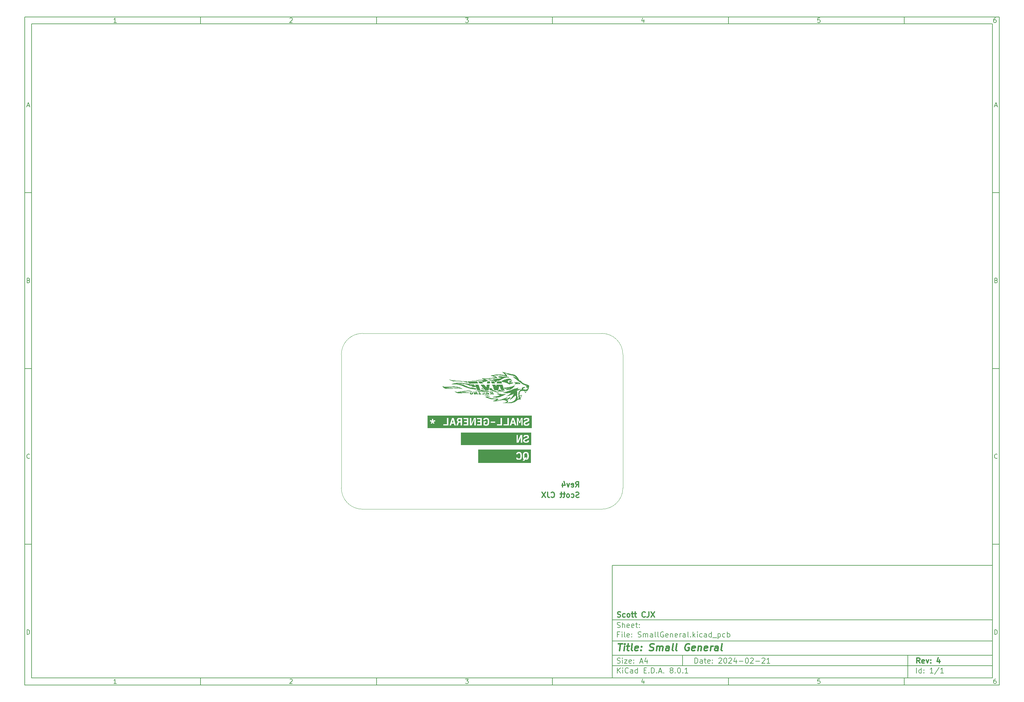
<source format=gbr>
%TF.GenerationSoftware,KiCad,Pcbnew,8.0.1*%
%TF.CreationDate,2024-03-19T23:03:32+08:00*%
%TF.ProjectId,SmallGeneral,536d616c-6c47-4656-9e65-72616c2e6b69,4*%
%TF.SameCoordinates,Original*%
%TF.FileFunction,Legend,Bot*%
%TF.FilePolarity,Positive*%
%FSLAX46Y46*%
G04 Gerber Fmt 4.6, Leading zero omitted, Abs format (unit mm)*
G04 Created by KiCad (PCBNEW 8.0.1) date 2024-03-19 23:03:32*
%MOMM*%
%LPD*%
G01*
G04 APERTURE LIST*
%ADD10C,0.100000*%
%ADD11C,0.150000*%
%ADD12C,0.300000*%
%ADD13C,0.400000*%
%ADD14C,0.000000*%
%TA.AperFunction,Profile*%
%ADD15C,0.100000*%
%TD*%
G04 APERTURE END LIST*
D10*
D11*
X177002200Y-166007200D02*
X285002200Y-166007200D01*
X285002200Y-198007200D01*
X177002200Y-198007200D01*
X177002200Y-166007200D01*
D10*
D11*
X10000000Y-10000000D02*
X287002200Y-10000000D01*
X287002200Y-200007200D01*
X10000000Y-200007200D01*
X10000000Y-10000000D01*
D10*
D11*
X12000000Y-12000000D02*
X285002200Y-12000000D01*
X285002200Y-198007200D01*
X12000000Y-198007200D01*
X12000000Y-12000000D01*
D10*
D11*
X60000000Y-12000000D02*
X60000000Y-10000000D01*
D10*
D11*
X110000000Y-12000000D02*
X110000000Y-10000000D01*
D10*
D11*
X160000000Y-12000000D02*
X160000000Y-10000000D01*
D10*
D11*
X210000000Y-12000000D02*
X210000000Y-10000000D01*
D10*
D11*
X260000000Y-12000000D02*
X260000000Y-10000000D01*
D10*
D11*
X36089160Y-11593604D02*
X35346303Y-11593604D01*
X35717731Y-11593604D02*
X35717731Y-10293604D01*
X35717731Y-10293604D02*
X35593922Y-10479319D01*
X35593922Y-10479319D02*
X35470112Y-10603128D01*
X35470112Y-10603128D02*
X35346303Y-10665033D01*
D10*
D11*
X85346303Y-10417414D02*
X85408207Y-10355509D01*
X85408207Y-10355509D02*
X85532017Y-10293604D01*
X85532017Y-10293604D02*
X85841541Y-10293604D01*
X85841541Y-10293604D02*
X85965350Y-10355509D01*
X85965350Y-10355509D02*
X86027255Y-10417414D01*
X86027255Y-10417414D02*
X86089160Y-10541223D01*
X86089160Y-10541223D02*
X86089160Y-10665033D01*
X86089160Y-10665033D02*
X86027255Y-10850747D01*
X86027255Y-10850747D02*
X85284398Y-11593604D01*
X85284398Y-11593604D02*
X86089160Y-11593604D01*
D10*
D11*
X135284398Y-10293604D02*
X136089160Y-10293604D01*
X136089160Y-10293604D02*
X135655826Y-10788842D01*
X135655826Y-10788842D02*
X135841541Y-10788842D01*
X135841541Y-10788842D02*
X135965350Y-10850747D01*
X135965350Y-10850747D02*
X136027255Y-10912652D01*
X136027255Y-10912652D02*
X136089160Y-11036461D01*
X136089160Y-11036461D02*
X136089160Y-11345985D01*
X136089160Y-11345985D02*
X136027255Y-11469795D01*
X136027255Y-11469795D02*
X135965350Y-11531700D01*
X135965350Y-11531700D02*
X135841541Y-11593604D01*
X135841541Y-11593604D02*
X135470112Y-11593604D01*
X135470112Y-11593604D02*
X135346303Y-11531700D01*
X135346303Y-11531700D02*
X135284398Y-11469795D01*
D10*
D11*
X185965350Y-10726938D02*
X185965350Y-11593604D01*
X185655826Y-10231700D02*
X185346303Y-11160271D01*
X185346303Y-11160271D02*
X186151064Y-11160271D01*
D10*
D11*
X236027255Y-10293604D02*
X235408207Y-10293604D01*
X235408207Y-10293604D02*
X235346303Y-10912652D01*
X235346303Y-10912652D02*
X235408207Y-10850747D01*
X235408207Y-10850747D02*
X235532017Y-10788842D01*
X235532017Y-10788842D02*
X235841541Y-10788842D01*
X235841541Y-10788842D02*
X235965350Y-10850747D01*
X235965350Y-10850747D02*
X236027255Y-10912652D01*
X236027255Y-10912652D02*
X236089160Y-11036461D01*
X236089160Y-11036461D02*
X236089160Y-11345985D01*
X236089160Y-11345985D02*
X236027255Y-11469795D01*
X236027255Y-11469795D02*
X235965350Y-11531700D01*
X235965350Y-11531700D02*
X235841541Y-11593604D01*
X235841541Y-11593604D02*
X235532017Y-11593604D01*
X235532017Y-11593604D02*
X235408207Y-11531700D01*
X235408207Y-11531700D02*
X235346303Y-11469795D01*
D10*
D11*
X285965350Y-10293604D02*
X285717731Y-10293604D01*
X285717731Y-10293604D02*
X285593922Y-10355509D01*
X285593922Y-10355509D02*
X285532017Y-10417414D01*
X285532017Y-10417414D02*
X285408207Y-10603128D01*
X285408207Y-10603128D02*
X285346303Y-10850747D01*
X285346303Y-10850747D02*
X285346303Y-11345985D01*
X285346303Y-11345985D02*
X285408207Y-11469795D01*
X285408207Y-11469795D02*
X285470112Y-11531700D01*
X285470112Y-11531700D02*
X285593922Y-11593604D01*
X285593922Y-11593604D02*
X285841541Y-11593604D01*
X285841541Y-11593604D02*
X285965350Y-11531700D01*
X285965350Y-11531700D02*
X286027255Y-11469795D01*
X286027255Y-11469795D02*
X286089160Y-11345985D01*
X286089160Y-11345985D02*
X286089160Y-11036461D01*
X286089160Y-11036461D02*
X286027255Y-10912652D01*
X286027255Y-10912652D02*
X285965350Y-10850747D01*
X285965350Y-10850747D02*
X285841541Y-10788842D01*
X285841541Y-10788842D02*
X285593922Y-10788842D01*
X285593922Y-10788842D02*
X285470112Y-10850747D01*
X285470112Y-10850747D02*
X285408207Y-10912652D01*
X285408207Y-10912652D02*
X285346303Y-11036461D01*
D10*
D11*
X60000000Y-198007200D02*
X60000000Y-200007200D01*
D10*
D11*
X110000000Y-198007200D02*
X110000000Y-200007200D01*
D10*
D11*
X160000000Y-198007200D02*
X160000000Y-200007200D01*
D10*
D11*
X210000000Y-198007200D02*
X210000000Y-200007200D01*
D10*
D11*
X260000000Y-198007200D02*
X260000000Y-200007200D01*
D10*
D11*
X36089160Y-199600804D02*
X35346303Y-199600804D01*
X35717731Y-199600804D02*
X35717731Y-198300804D01*
X35717731Y-198300804D02*
X35593922Y-198486519D01*
X35593922Y-198486519D02*
X35470112Y-198610328D01*
X35470112Y-198610328D02*
X35346303Y-198672233D01*
D10*
D11*
X85346303Y-198424614D02*
X85408207Y-198362709D01*
X85408207Y-198362709D02*
X85532017Y-198300804D01*
X85532017Y-198300804D02*
X85841541Y-198300804D01*
X85841541Y-198300804D02*
X85965350Y-198362709D01*
X85965350Y-198362709D02*
X86027255Y-198424614D01*
X86027255Y-198424614D02*
X86089160Y-198548423D01*
X86089160Y-198548423D02*
X86089160Y-198672233D01*
X86089160Y-198672233D02*
X86027255Y-198857947D01*
X86027255Y-198857947D02*
X85284398Y-199600804D01*
X85284398Y-199600804D02*
X86089160Y-199600804D01*
D10*
D11*
X135284398Y-198300804D02*
X136089160Y-198300804D01*
X136089160Y-198300804D02*
X135655826Y-198796042D01*
X135655826Y-198796042D02*
X135841541Y-198796042D01*
X135841541Y-198796042D02*
X135965350Y-198857947D01*
X135965350Y-198857947D02*
X136027255Y-198919852D01*
X136027255Y-198919852D02*
X136089160Y-199043661D01*
X136089160Y-199043661D02*
X136089160Y-199353185D01*
X136089160Y-199353185D02*
X136027255Y-199476995D01*
X136027255Y-199476995D02*
X135965350Y-199538900D01*
X135965350Y-199538900D02*
X135841541Y-199600804D01*
X135841541Y-199600804D02*
X135470112Y-199600804D01*
X135470112Y-199600804D02*
X135346303Y-199538900D01*
X135346303Y-199538900D02*
X135284398Y-199476995D01*
D10*
D11*
X185965350Y-198734138D02*
X185965350Y-199600804D01*
X185655826Y-198238900D02*
X185346303Y-199167471D01*
X185346303Y-199167471D02*
X186151064Y-199167471D01*
D10*
D11*
X236027255Y-198300804D02*
X235408207Y-198300804D01*
X235408207Y-198300804D02*
X235346303Y-198919852D01*
X235346303Y-198919852D02*
X235408207Y-198857947D01*
X235408207Y-198857947D02*
X235532017Y-198796042D01*
X235532017Y-198796042D02*
X235841541Y-198796042D01*
X235841541Y-198796042D02*
X235965350Y-198857947D01*
X235965350Y-198857947D02*
X236027255Y-198919852D01*
X236027255Y-198919852D02*
X236089160Y-199043661D01*
X236089160Y-199043661D02*
X236089160Y-199353185D01*
X236089160Y-199353185D02*
X236027255Y-199476995D01*
X236027255Y-199476995D02*
X235965350Y-199538900D01*
X235965350Y-199538900D02*
X235841541Y-199600804D01*
X235841541Y-199600804D02*
X235532017Y-199600804D01*
X235532017Y-199600804D02*
X235408207Y-199538900D01*
X235408207Y-199538900D02*
X235346303Y-199476995D01*
D10*
D11*
X285965350Y-198300804D02*
X285717731Y-198300804D01*
X285717731Y-198300804D02*
X285593922Y-198362709D01*
X285593922Y-198362709D02*
X285532017Y-198424614D01*
X285532017Y-198424614D02*
X285408207Y-198610328D01*
X285408207Y-198610328D02*
X285346303Y-198857947D01*
X285346303Y-198857947D02*
X285346303Y-199353185D01*
X285346303Y-199353185D02*
X285408207Y-199476995D01*
X285408207Y-199476995D02*
X285470112Y-199538900D01*
X285470112Y-199538900D02*
X285593922Y-199600804D01*
X285593922Y-199600804D02*
X285841541Y-199600804D01*
X285841541Y-199600804D02*
X285965350Y-199538900D01*
X285965350Y-199538900D02*
X286027255Y-199476995D01*
X286027255Y-199476995D02*
X286089160Y-199353185D01*
X286089160Y-199353185D02*
X286089160Y-199043661D01*
X286089160Y-199043661D02*
X286027255Y-198919852D01*
X286027255Y-198919852D02*
X285965350Y-198857947D01*
X285965350Y-198857947D02*
X285841541Y-198796042D01*
X285841541Y-198796042D02*
X285593922Y-198796042D01*
X285593922Y-198796042D02*
X285470112Y-198857947D01*
X285470112Y-198857947D02*
X285408207Y-198919852D01*
X285408207Y-198919852D02*
X285346303Y-199043661D01*
D10*
D11*
X10000000Y-60000000D02*
X12000000Y-60000000D01*
D10*
D11*
X10000000Y-110000000D02*
X12000000Y-110000000D01*
D10*
D11*
X10000000Y-160000000D02*
X12000000Y-160000000D01*
D10*
D11*
X10690476Y-35222176D02*
X11309523Y-35222176D01*
X10566666Y-35593604D02*
X10999999Y-34293604D01*
X10999999Y-34293604D02*
X11433333Y-35593604D01*
D10*
D11*
X11092857Y-84912652D02*
X11278571Y-84974557D01*
X11278571Y-84974557D02*
X11340476Y-85036461D01*
X11340476Y-85036461D02*
X11402380Y-85160271D01*
X11402380Y-85160271D02*
X11402380Y-85345985D01*
X11402380Y-85345985D02*
X11340476Y-85469795D01*
X11340476Y-85469795D02*
X11278571Y-85531700D01*
X11278571Y-85531700D02*
X11154761Y-85593604D01*
X11154761Y-85593604D02*
X10659523Y-85593604D01*
X10659523Y-85593604D02*
X10659523Y-84293604D01*
X10659523Y-84293604D02*
X11092857Y-84293604D01*
X11092857Y-84293604D02*
X11216666Y-84355509D01*
X11216666Y-84355509D02*
X11278571Y-84417414D01*
X11278571Y-84417414D02*
X11340476Y-84541223D01*
X11340476Y-84541223D02*
X11340476Y-84665033D01*
X11340476Y-84665033D02*
X11278571Y-84788842D01*
X11278571Y-84788842D02*
X11216666Y-84850747D01*
X11216666Y-84850747D02*
X11092857Y-84912652D01*
X11092857Y-84912652D02*
X10659523Y-84912652D01*
D10*
D11*
X11402380Y-135469795D02*
X11340476Y-135531700D01*
X11340476Y-135531700D02*
X11154761Y-135593604D01*
X11154761Y-135593604D02*
X11030952Y-135593604D01*
X11030952Y-135593604D02*
X10845238Y-135531700D01*
X10845238Y-135531700D02*
X10721428Y-135407890D01*
X10721428Y-135407890D02*
X10659523Y-135284080D01*
X10659523Y-135284080D02*
X10597619Y-135036461D01*
X10597619Y-135036461D02*
X10597619Y-134850747D01*
X10597619Y-134850747D02*
X10659523Y-134603128D01*
X10659523Y-134603128D02*
X10721428Y-134479319D01*
X10721428Y-134479319D02*
X10845238Y-134355509D01*
X10845238Y-134355509D02*
X11030952Y-134293604D01*
X11030952Y-134293604D02*
X11154761Y-134293604D01*
X11154761Y-134293604D02*
X11340476Y-134355509D01*
X11340476Y-134355509D02*
X11402380Y-134417414D01*
D10*
D11*
X10659523Y-185593604D02*
X10659523Y-184293604D01*
X10659523Y-184293604D02*
X10969047Y-184293604D01*
X10969047Y-184293604D02*
X11154761Y-184355509D01*
X11154761Y-184355509D02*
X11278571Y-184479319D01*
X11278571Y-184479319D02*
X11340476Y-184603128D01*
X11340476Y-184603128D02*
X11402380Y-184850747D01*
X11402380Y-184850747D02*
X11402380Y-185036461D01*
X11402380Y-185036461D02*
X11340476Y-185284080D01*
X11340476Y-185284080D02*
X11278571Y-185407890D01*
X11278571Y-185407890D02*
X11154761Y-185531700D01*
X11154761Y-185531700D02*
X10969047Y-185593604D01*
X10969047Y-185593604D02*
X10659523Y-185593604D01*
D10*
D11*
X287002200Y-60000000D02*
X285002200Y-60000000D01*
D10*
D11*
X287002200Y-110000000D02*
X285002200Y-110000000D01*
D10*
D11*
X287002200Y-160000000D02*
X285002200Y-160000000D01*
D10*
D11*
X285692676Y-35222176D02*
X286311723Y-35222176D01*
X285568866Y-35593604D02*
X286002199Y-34293604D01*
X286002199Y-34293604D02*
X286435533Y-35593604D01*
D10*
D11*
X286095057Y-84912652D02*
X286280771Y-84974557D01*
X286280771Y-84974557D02*
X286342676Y-85036461D01*
X286342676Y-85036461D02*
X286404580Y-85160271D01*
X286404580Y-85160271D02*
X286404580Y-85345985D01*
X286404580Y-85345985D02*
X286342676Y-85469795D01*
X286342676Y-85469795D02*
X286280771Y-85531700D01*
X286280771Y-85531700D02*
X286156961Y-85593604D01*
X286156961Y-85593604D02*
X285661723Y-85593604D01*
X285661723Y-85593604D02*
X285661723Y-84293604D01*
X285661723Y-84293604D02*
X286095057Y-84293604D01*
X286095057Y-84293604D02*
X286218866Y-84355509D01*
X286218866Y-84355509D02*
X286280771Y-84417414D01*
X286280771Y-84417414D02*
X286342676Y-84541223D01*
X286342676Y-84541223D02*
X286342676Y-84665033D01*
X286342676Y-84665033D02*
X286280771Y-84788842D01*
X286280771Y-84788842D02*
X286218866Y-84850747D01*
X286218866Y-84850747D02*
X286095057Y-84912652D01*
X286095057Y-84912652D02*
X285661723Y-84912652D01*
D10*
D11*
X286404580Y-135469795D02*
X286342676Y-135531700D01*
X286342676Y-135531700D02*
X286156961Y-135593604D01*
X286156961Y-135593604D02*
X286033152Y-135593604D01*
X286033152Y-135593604D02*
X285847438Y-135531700D01*
X285847438Y-135531700D02*
X285723628Y-135407890D01*
X285723628Y-135407890D02*
X285661723Y-135284080D01*
X285661723Y-135284080D02*
X285599819Y-135036461D01*
X285599819Y-135036461D02*
X285599819Y-134850747D01*
X285599819Y-134850747D02*
X285661723Y-134603128D01*
X285661723Y-134603128D02*
X285723628Y-134479319D01*
X285723628Y-134479319D02*
X285847438Y-134355509D01*
X285847438Y-134355509D02*
X286033152Y-134293604D01*
X286033152Y-134293604D02*
X286156961Y-134293604D01*
X286156961Y-134293604D02*
X286342676Y-134355509D01*
X286342676Y-134355509D02*
X286404580Y-134417414D01*
D10*
D11*
X285661723Y-185593604D02*
X285661723Y-184293604D01*
X285661723Y-184293604D02*
X285971247Y-184293604D01*
X285971247Y-184293604D02*
X286156961Y-184355509D01*
X286156961Y-184355509D02*
X286280771Y-184479319D01*
X286280771Y-184479319D02*
X286342676Y-184603128D01*
X286342676Y-184603128D02*
X286404580Y-184850747D01*
X286404580Y-184850747D02*
X286404580Y-185036461D01*
X286404580Y-185036461D02*
X286342676Y-185284080D01*
X286342676Y-185284080D02*
X286280771Y-185407890D01*
X286280771Y-185407890D02*
X286156961Y-185531700D01*
X286156961Y-185531700D02*
X285971247Y-185593604D01*
X285971247Y-185593604D02*
X285661723Y-185593604D01*
D10*
D11*
X200458026Y-193793328D02*
X200458026Y-192293328D01*
X200458026Y-192293328D02*
X200815169Y-192293328D01*
X200815169Y-192293328D02*
X201029455Y-192364757D01*
X201029455Y-192364757D02*
X201172312Y-192507614D01*
X201172312Y-192507614D02*
X201243741Y-192650471D01*
X201243741Y-192650471D02*
X201315169Y-192936185D01*
X201315169Y-192936185D02*
X201315169Y-193150471D01*
X201315169Y-193150471D02*
X201243741Y-193436185D01*
X201243741Y-193436185D02*
X201172312Y-193579042D01*
X201172312Y-193579042D02*
X201029455Y-193721900D01*
X201029455Y-193721900D02*
X200815169Y-193793328D01*
X200815169Y-193793328D02*
X200458026Y-193793328D01*
X202600884Y-193793328D02*
X202600884Y-193007614D01*
X202600884Y-193007614D02*
X202529455Y-192864757D01*
X202529455Y-192864757D02*
X202386598Y-192793328D01*
X202386598Y-192793328D02*
X202100884Y-192793328D01*
X202100884Y-192793328D02*
X201958026Y-192864757D01*
X202600884Y-193721900D02*
X202458026Y-193793328D01*
X202458026Y-193793328D02*
X202100884Y-193793328D01*
X202100884Y-193793328D02*
X201958026Y-193721900D01*
X201958026Y-193721900D02*
X201886598Y-193579042D01*
X201886598Y-193579042D02*
X201886598Y-193436185D01*
X201886598Y-193436185D02*
X201958026Y-193293328D01*
X201958026Y-193293328D02*
X202100884Y-193221900D01*
X202100884Y-193221900D02*
X202458026Y-193221900D01*
X202458026Y-193221900D02*
X202600884Y-193150471D01*
X203100884Y-192793328D02*
X203672312Y-192793328D01*
X203315169Y-192293328D02*
X203315169Y-193579042D01*
X203315169Y-193579042D02*
X203386598Y-193721900D01*
X203386598Y-193721900D02*
X203529455Y-193793328D01*
X203529455Y-193793328D02*
X203672312Y-193793328D01*
X204743741Y-193721900D02*
X204600884Y-193793328D01*
X204600884Y-193793328D02*
X204315170Y-193793328D01*
X204315170Y-193793328D02*
X204172312Y-193721900D01*
X204172312Y-193721900D02*
X204100884Y-193579042D01*
X204100884Y-193579042D02*
X204100884Y-193007614D01*
X204100884Y-193007614D02*
X204172312Y-192864757D01*
X204172312Y-192864757D02*
X204315170Y-192793328D01*
X204315170Y-192793328D02*
X204600884Y-192793328D01*
X204600884Y-192793328D02*
X204743741Y-192864757D01*
X204743741Y-192864757D02*
X204815170Y-193007614D01*
X204815170Y-193007614D02*
X204815170Y-193150471D01*
X204815170Y-193150471D02*
X204100884Y-193293328D01*
X205458026Y-193650471D02*
X205529455Y-193721900D01*
X205529455Y-193721900D02*
X205458026Y-193793328D01*
X205458026Y-193793328D02*
X205386598Y-193721900D01*
X205386598Y-193721900D02*
X205458026Y-193650471D01*
X205458026Y-193650471D02*
X205458026Y-193793328D01*
X205458026Y-192864757D02*
X205529455Y-192936185D01*
X205529455Y-192936185D02*
X205458026Y-193007614D01*
X205458026Y-193007614D02*
X205386598Y-192936185D01*
X205386598Y-192936185D02*
X205458026Y-192864757D01*
X205458026Y-192864757D02*
X205458026Y-193007614D01*
X207243741Y-192436185D02*
X207315169Y-192364757D01*
X207315169Y-192364757D02*
X207458027Y-192293328D01*
X207458027Y-192293328D02*
X207815169Y-192293328D01*
X207815169Y-192293328D02*
X207958027Y-192364757D01*
X207958027Y-192364757D02*
X208029455Y-192436185D01*
X208029455Y-192436185D02*
X208100884Y-192579042D01*
X208100884Y-192579042D02*
X208100884Y-192721900D01*
X208100884Y-192721900D02*
X208029455Y-192936185D01*
X208029455Y-192936185D02*
X207172312Y-193793328D01*
X207172312Y-193793328D02*
X208100884Y-193793328D01*
X209029455Y-192293328D02*
X209172312Y-192293328D01*
X209172312Y-192293328D02*
X209315169Y-192364757D01*
X209315169Y-192364757D02*
X209386598Y-192436185D01*
X209386598Y-192436185D02*
X209458026Y-192579042D01*
X209458026Y-192579042D02*
X209529455Y-192864757D01*
X209529455Y-192864757D02*
X209529455Y-193221900D01*
X209529455Y-193221900D02*
X209458026Y-193507614D01*
X209458026Y-193507614D02*
X209386598Y-193650471D01*
X209386598Y-193650471D02*
X209315169Y-193721900D01*
X209315169Y-193721900D02*
X209172312Y-193793328D01*
X209172312Y-193793328D02*
X209029455Y-193793328D01*
X209029455Y-193793328D02*
X208886598Y-193721900D01*
X208886598Y-193721900D02*
X208815169Y-193650471D01*
X208815169Y-193650471D02*
X208743740Y-193507614D01*
X208743740Y-193507614D02*
X208672312Y-193221900D01*
X208672312Y-193221900D02*
X208672312Y-192864757D01*
X208672312Y-192864757D02*
X208743740Y-192579042D01*
X208743740Y-192579042D02*
X208815169Y-192436185D01*
X208815169Y-192436185D02*
X208886598Y-192364757D01*
X208886598Y-192364757D02*
X209029455Y-192293328D01*
X210100883Y-192436185D02*
X210172311Y-192364757D01*
X210172311Y-192364757D02*
X210315169Y-192293328D01*
X210315169Y-192293328D02*
X210672311Y-192293328D01*
X210672311Y-192293328D02*
X210815169Y-192364757D01*
X210815169Y-192364757D02*
X210886597Y-192436185D01*
X210886597Y-192436185D02*
X210958026Y-192579042D01*
X210958026Y-192579042D02*
X210958026Y-192721900D01*
X210958026Y-192721900D02*
X210886597Y-192936185D01*
X210886597Y-192936185D02*
X210029454Y-193793328D01*
X210029454Y-193793328D02*
X210958026Y-193793328D01*
X212243740Y-192793328D02*
X212243740Y-193793328D01*
X211886597Y-192221900D02*
X211529454Y-193293328D01*
X211529454Y-193293328D02*
X212458025Y-193293328D01*
X213029453Y-193221900D02*
X214172311Y-193221900D01*
X215172311Y-192293328D02*
X215315168Y-192293328D01*
X215315168Y-192293328D02*
X215458025Y-192364757D01*
X215458025Y-192364757D02*
X215529454Y-192436185D01*
X215529454Y-192436185D02*
X215600882Y-192579042D01*
X215600882Y-192579042D02*
X215672311Y-192864757D01*
X215672311Y-192864757D02*
X215672311Y-193221900D01*
X215672311Y-193221900D02*
X215600882Y-193507614D01*
X215600882Y-193507614D02*
X215529454Y-193650471D01*
X215529454Y-193650471D02*
X215458025Y-193721900D01*
X215458025Y-193721900D02*
X215315168Y-193793328D01*
X215315168Y-193793328D02*
X215172311Y-193793328D01*
X215172311Y-193793328D02*
X215029454Y-193721900D01*
X215029454Y-193721900D02*
X214958025Y-193650471D01*
X214958025Y-193650471D02*
X214886596Y-193507614D01*
X214886596Y-193507614D02*
X214815168Y-193221900D01*
X214815168Y-193221900D02*
X214815168Y-192864757D01*
X214815168Y-192864757D02*
X214886596Y-192579042D01*
X214886596Y-192579042D02*
X214958025Y-192436185D01*
X214958025Y-192436185D02*
X215029454Y-192364757D01*
X215029454Y-192364757D02*
X215172311Y-192293328D01*
X216243739Y-192436185D02*
X216315167Y-192364757D01*
X216315167Y-192364757D02*
X216458025Y-192293328D01*
X216458025Y-192293328D02*
X216815167Y-192293328D01*
X216815167Y-192293328D02*
X216958025Y-192364757D01*
X216958025Y-192364757D02*
X217029453Y-192436185D01*
X217029453Y-192436185D02*
X217100882Y-192579042D01*
X217100882Y-192579042D02*
X217100882Y-192721900D01*
X217100882Y-192721900D02*
X217029453Y-192936185D01*
X217029453Y-192936185D02*
X216172310Y-193793328D01*
X216172310Y-193793328D02*
X217100882Y-193793328D01*
X217743738Y-193221900D02*
X218886596Y-193221900D01*
X219529453Y-192436185D02*
X219600881Y-192364757D01*
X219600881Y-192364757D02*
X219743739Y-192293328D01*
X219743739Y-192293328D02*
X220100881Y-192293328D01*
X220100881Y-192293328D02*
X220243739Y-192364757D01*
X220243739Y-192364757D02*
X220315167Y-192436185D01*
X220315167Y-192436185D02*
X220386596Y-192579042D01*
X220386596Y-192579042D02*
X220386596Y-192721900D01*
X220386596Y-192721900D02*
X220315167Y-192936185D01*
X220315167Y-192936185D02*
X219458024Y-193793328D01*
X219458024Y-193793328D02*
X220386596Y-193793328D01*
X221815167Y-193793328D02*
X220958024Y-193793328D01*
X221386595Y-193793328D02*
X221386595Y-192293328D01*
X221386595Y-192293328D02*
X221243738Y-192507614D01*
X221243738Y-192507614D02*
X221100881Y-192650471D01*
X221100881Y-192650471D02*
X220958024Y-192721900D01*
D10*
D11*
X177002200Y-194507200D02*
X285002200Y-194507200D01*
D10*
D11*
X178458026Y-196593328D02*
X178458026Y-195093328D01*
X179315169Y-196593328D02*
X178672312Y-195736185D01*
X179315169Y-195093328D02*
X178458026Y-195950471D01*
X179958026Y-196593328D02*
X179958026Y-195593328D01*
X179958026Y-195093328D02*
X179886598Y-195164757D01*
X179886598Y-195164757D02*
X179958026Y-195236185D01*
X179958026Y-195236185D02*
X180029455Y-195164757D01*
X180029455Y-195164757D02*
X179958026Y-195093328D01*
X179958026Y-195093328D02*
X179958026Y-195236185D01*
X181529455Y-196450471D02*
X181458027Y-196521900D01*
X181458027Y-196521900D02*
X181243741Y-196593328D01*
X181243741Y-196593328D02*
X181100884Y-196593328D01*
X181100884Y-196593328D02*
X180886598Y-196521900D01*
X180886598Y-196521900D02*
X180743741Y-196379042D01*
X180743741Y-196379042D02*
X180672312Y-196236185D01*
X180672312Y-196236185D02*
X180600884Y-195950471D01*
X180600884Y-195950471D02*
X180600884Y-195736185D01*
X180600884Y-195736185D02*
X180672312Y-195450471D01*
X180672312Y-195450471D02*
X180743741Y-195307614D01*
X180743741Y-195307614D02*
X180886598Y-195164757D01*
X180886598Y-195164757D02*
X181100884Y-195093328D01*
X181100884Y-195093328D02*
X181243741Y-195093328D01*
X181243741Y-195093328D02*
X181458027Y-195164757D01*
X181458027Y-195164757D02*
X181529455Y-195236185D01*
X182815170Y-196593328D02*
X182815170Y-195807614D01*
X182815170Y-195807614D02*
X182743741Y-195664757D01*
X182743741Y-195664757D02*
X182600884Y-195593328D01*
X182600884Y-195593328D02*
X182315170Y-195593328D01*
X182315170Y-195593328D02*
X182172312Y-195664757D01*
X182815170Y-196521900D02*
X182672312Y-196593328D01*
X182672312Y-196593328D02*
X182315170Y-196593328D01*
X182315170Y-196593328D02*
X182172312Y-196521900D01*
X182172312Y-196521900D02*
X182100884Y-196379042D01*
X182100884Y-196379042D02*
X182100884Y-196236185D01*
X182100884Y-196236185D02*
X182172312Y-196093328D01*
X182172312Y-196093328D02*
X182315170Y-196021900D01*
X182315170Y-196021900D02*
X182672312Y-196021900D01*
X182672312Y-196021900D02*
X182815170Y-195950471D01*
X184172313Y-196593328D02*
X184172313Y-195093328D01*
X184172313Y-196521900D02*
X184029455Y-196593328D01*
X184029455Y-196593328D02*
X183743741Y-196593328D01*
X183743741Y-196593328D02*
X183600884Y-196521900D01*
X183600884Y-196521900D02*
X183529455Y-196450471D01*
X183529455Y-196450471D02*
X183458027Y-196307614D01*
X183458027Y-196307614D02*
X183458027Y-195879042D01*
X183458027Y-195879042D02*
X183529455Y-195736185D01*
X183529455Y-195736185D02*
X183600884Y-195664757D01*
X183600884Y-195664757D02*
X183743741Y-195593328D01*
X183743741Y-195593328D02*
X184029455Y-195593328D01*
X184029455Y-195593328D02*
X184172313Y-195664757D01*
X186029455Y-195807614D02*
X186529455Y-195807614D01*
X186743741Y-196593328D02*
X186029455Y-196593328D01*
X186029455Y-196593328D02*
X186029455Y-195093328D01*
X186029455Y-195093328D02*
X186743741Y-195093328D01*
X187386598Y-196450471D02*
X187458027Y-196521900D01*
X187458027Y-196521900D02*
X187386598Y-196593328D01*
X187386598Y-196593328D02*
X187315170Y-196521900D01*
X187315170Y-196521900D02*
X187386598Y-196450471D01*
X187386598Y-196450471D02*
X187386598Y-196593328D01*
X188100884Y-196593328D02*
X188100884Y-195093328D01*
X188100884Y-195093328D02*
X188458027Y-195093328D01*
X188458027Y-195093328D02*
X188672313Y-195164757D01*
X188672313Y-195164757D02*
X188815170Y-195307614D01*
X188815170Y-195307614D02*
X188886599Y-195450471D01*
X188886599Y-195450471D02*
X188958027Y-195736185D01*
X188958027Y-195736185D02*
X188958027Y-195950471D01*
X188958027Y-195950471D02*
X188886599Y-196236185D01*
X188886599Y-196236185D02*
X188815170Y-196379042D01*
X188815170Y-196379042D02*
X188672313Y-196521900D01*
X188672313Y-196521900D02*
X188458027Y-196593328D01*
X188458027Y-196593328D02*
X188100884Y-196593328D01*
X189600884Y-196450471D02*
X189672313Y-196521900D01*
X189672313Y-196521900D02*
X189600884Y-196593328D01*
X189600884Y-196593328D02*
X189529456Y-196521900D01*
X189529456Y-196521900D02*
X189600884Y-196450471D01*
X189600884Y-196450471D02*
X189600884Y-196593328D01*
X190243742Y-196164757D02*
X190958028Y-196164757D01*
X190100885Y-196593328D02*
X190600885Y-195093328D01*
X190600885Y-195093328D02*
X191100885Y-196593328D01*
X191600884Y-196450471D02*
X191672313Y-196521900D01*
X191672313Y-196521900D02*
X191600884Y-196593328D01*
X191600884Y-196593328D02*
X191529456Y-196521900D01*
X191529456Y-196521900D02*
X191600884Y-196450471D01*
X191600884Y-196450471D02*
X191600884Y-196593328D01*
X193672313Y-195736185D02*
X193529456Y-195664757D01*
X193529456Y-195664757D02*
X193458027Y-195593328D01*
X193458027Y-195593328D02*
X193386599Y-195450471D01*
X193386599Y-195450471D02*
X193386599Y-195379042D01*
X193386599Y-195379042D02*
X193458027Y-195236185D01*
X193458027Y-195236185D02*
X193529456Y-195164757D01*
X193529456Y-195164757D02*
X193672313Y-195093328D01*
X193672313Y-195093328D02*
X193958027Y-195093328D01*
X193958027Y-195093328D02*
X194100885Y-195164757D01*
X194100885Y-195164757D02*
X194172313Y-195236185D01*
X194172313Y-195236185D02*
X194243742Y-195379042D01*
X194243742Y-195379042D02*
X194243742Y-195450471D01*
X194243742Y-195450471D02*
X194172313Y-195593328D01*
X194172313Y-195593328D02*
X194100885Y-195664757D01*
X194100885Y-195664757D02*
X193958027Y-195736185D01*
X193958027Y-195736185D02*
X193672313Y-195736185D01*
X193672313Y-195736185D02*
X193529456Y-195807614D01*
X193529456Y-195807614D02*
X193458027Y-195879042D01*
X193458027Y-195879042D02*
X193386599Y-196021900D01*
X193386599Y-196021900D02*
X193386599Y-196307614D01*
X193386599Y-196307614D02*
X193458027Y-196450471D01*
X193458027Y-196450471D02*
X193529456Y-196521900D01*
X193529456Y-196521900D02*
X193672313Y-196593328D01*
X193672313Y-196593328D02*
X193958027Y-196593328D01*
X193958027Y-196593328D02*
X194100885Y-196521900D01*
X194100885Y-196521900D02*
X194172313Y-196450471D01*
X194172313Y-196450471D02*
X194243742Y-196307614D01*
X194243742Y-196307614D02*
X194243742Y-196021900D01*
X194243742Y-196021900D02*
X194172313Y-195879042D01*
X194172313Y-195879042D02*
X194100885Y-195807614D01*
X194100885Y-195807614D02*
X193958027Y-195736185D01*
X194886598Y-196450471D02*
X194958027Y-196521900D01*
X194958027Y-196521900D02*
X194886598Y-196593328D01*
X194886598Y-196593328D02*
X194815170Y-196521900D01*
X194815170Y-196521900D02*
X194886598Y-196450471D01*
X194886598Y-196450471D02*
X194886598Y-196593328D01*
X195886599Y-195093328D02*
X196029456Y-195093328D01*
X196029456Y-195093328D02*
X196172313Y-195164757D01*
X196172313Y-195164757D02*
X196243742Y-195236185D01*
X196243742Y-195236185D02*
X196315170Y-195379042D01*
X196315170Y-195379042D02*
X196386599Y-195664757D01*
X196386599Y-195664757D02*
X196386599Y-196021900D01*
X196386599Y-196021900D02*
X196315170Y-196307614D01*
X196315170Y-196307614D02*
X196243742Y-196450471D01*
X196243742Y-196450471D02*
X196172313Y-196521900D01*
X196172313Y-196521900D02*
X196029456Y-196593328D01*
X196029456Y-196593328D02*
X195886599Y-196593328D01*
X195886599Y-196593328D02*
X195743742Y-196521900D01*
X195743742Y-196521900D02*
X195672313Y-196450471D01*
X195672313Y-196450471D02*
X195600884Y-196307614D01*
X195600884Y-196307614D02*
X195529456Y-196021900D01*
X195529456Y-196021900D02*
X195529456Y-195664757D01*
X195529456Y-195664757D02*
X195600884Y-195379042D01*
X195600884Y-195379042D02*
X195672313Y-195236185D01*
X195672313Y-195236185D02*
X195743742Y-195164757D01*
X195743742Y-195164757D02*
X195886599Y-195093328D01*
X197029455Y-196450471D02*
X197100884Y-196521900D01*
X197100884Y-196521900D02*
X197029455Y-196593328D01*
X197029455Y-196593328D02*
X196958027Y-196521900D01*
X196958027Y-196521900D02*
X197029455Y-196450471D01*
X197029455Y-196450471D02*
X197029455Y-196593328D01*
X198529456Y-196593328D02*
X197672313Y-196593328D01*
X198100884Y-196593328D02*
X198100884Y-195093328D01*
X198100884Y-195093328D02*
X197958027Y-195307614D01*
X197958027Y-195307614D02*
X197815170Y-195450471D01*
X197815170Y-195450471D02*
X197672313Y-195521900D01*
D10*
D11*
X177002200Y-191507200D02*
X285002200Y-191507200D01*
D10*
D12*
X264413853Y-193785528D02*
X263913853Y-193071242D01*
X263556710Y-193785528D02*
X263556710Y-192285528D01*
X263556710Y-192285528D02*
X264128139Y-192285528D01*
X264128139Y-192285528D02*
X264270996Y-192356957D01*
X264270996Y-192356957D02*
X264342425Y-192428385D01*
X264342425Y-192428385D02*
X264413853Y-192571242D01*
X264413853Y-192571242D02*
X264413853Y-192785528D01*
X264413853Y-192785528D02*
X264342425Y-192928385D01*
X264342425Y-192928385D02*
X264270996Y-192999814D01*
X264270996Y-192999814D02*
X264128139Y-193071242D01*
X264128139Y-193071242D02*
X263556710Y-193071242D01*
X265628139Y-193714100D02*
X265485282Y-193785528D01*
X265485282Y-193785528D02*
X265199568Y-193785528D01*
X265199568Y-193785528D02*
X265056710Y-193714100D01*
X265056710Y-193714100D02*
X264985282Y-193571242D01*
X264985282Y-193571242D02*
X264985282Y-192999814D01*
X264985282Y-192999814D02*
X265056710Y-192856957D01*
X265056710Y-192856957D02*
X265199568Y-192785528D01*
X265199568Y-192785528D02*
X265485282Y-192785528D01*
X265485282Y-192785528D02*
X265628139Y-192856957D01*
X265628139Y-192856957D02*
X265699568Y-192999814D01*
X265699568Y-192999814D02*
X265699568Y-193142671D01*
X265699568Y-193142671D02*
X264985282Y-193285528D01*
X266199567Y-192785528D02*
X266556710Y-193785528D01*
X266556710Y-193785528D02*
X266913853Y-192785528D01*
X267485281Y-193642671D02*
X267556710Y-193714100D01*
X267556710Y-193714100D02*
X267485281Y-193785528D01*
X267485281Y-193785528D02*
X267413853Y-193714100D01*
X267413853Y-193714100D02*
X267485281Y-193642671D01*
X267485281Y-193642671D02*
X267485281Y-193785528D01*
X267485281Y-192856957D02*
X267556710Y-192928385D01*
X267556710Y-192928385D02*
X267485281Y-192999814D01*
X267485281Y-192999814D02*
X267413853Y-192928385D01*
X267413853Y-192928385D02*
X267485281Y-192856957D01*
X267485281Y-192856957D02*
X267485281Y-192999814D01*
X269985282Y-192785528D02*
X269985282Y-193785528D01*
X269628139Y-192214100D02*
X269270996Y-193285528D01*
X269270996Y-193285528D02*
X270199567Y-193285528D01*
D10*
D11*
X178386598Y-193721900D02*
X178600884Y-193793328D01*
X178600884Y-193793328D02*
X178958026Y-193793328D01*
X178958026Y-193793328D02*
X179100884Y-193721900D01*
X179100884Y-193721900D02*
X179172312Y-193650471D01*
X179172312Y-193650471D02*
X179243741Y-193507614D01*
X179243741Y-193507614D02*
X179243741Y-193364757D01*
X179243741Y-193364757D02*
X179172312Y-193221900D01*
X179172312Y-193221900D02*
X179100884Y-193150471D01*
X179100884Y-193150471D02*
X178958026Y-193079042D01*
X178958026Y-193079042D02*
X178672312Y-193007614D01*
X178672312Y-193007614D02*
X178529455Y-192936185D01*
X178529455Y-192936185D02*
X178458026Y-192864757D01*
X178458026Y-192864757D02*
X178386598Y-192721900D01*
X178386598Y-192721900D02*
X178386598Y-192579042D01*
X178386598Y-192579042D02*
X178458026Y-192436185D01*
X178458026Y-192436185D02*
X178529455Y-192364757D01*
X178529455Y-192364757D02*
X178672312Y-192293328D01*
X178672312Y-192293328D02*
X179029455Y-192293328D01*
X179029455Y-192293328D02*
X179243741Y-192364757D01*
X179886597Y-193793328D02*
X179886597Y-192793328D01*
X179886597Y-192293328D02*
X179815169Y-192364757D01*
X179815169Y-192364757D02*
X179886597Y-192436185D01*
X179886597Y-192436185D02*
X179958026Y-192364757D01*
X179958026Y-192364757D02*
X179886597Y-192293328D01*
X179886597Y-192293328D02*
X179886597Y-192436185D01*
X180458026Y-192793328D02*
X181243741Y-192793328D01*
X181243741Y-192793328D02*
X180458026Y-193793328D01*
X180458026Y-193793328D02*
X181243741Y-193793328D01*
X182386598Y-193721900D02*
X182243741Y-193793328D01*
X182243741Y-193793328D02*
X181958027Y-193793328D01*
X181958027Y-193793328D02*
X181815169Y-193721900D01*
X181815169Y-193721900D02*
X181743741Y-193579042D01*
X181743741Y-193579042D02*
X181743741Y-193007614D01*
X181743741Y-193007614D02*
X181815169Y-192864757D01*
X181815169Y-192864757D02*
X181958027Y-192793328D01*
X181958027Y-192793328D02*
X182243741Y-192793328D01*
X182243741Y-192793328D02*
X182386598Y-192864757D01*
X182386598Y-192864757D02*
X182458027Y-193007614D01*
X182458027Y-193007614D02*
X182458027Y-193150471D01*
X182458027Y-193150471D02*
X181743741Y-193293328D01*
X183100883Y-193650471D02*
X183172312Y-193721900D01*
X183172312Y-193721900D02*
X183100883Y-193793328D01*
X183100883Y-193793328D02*
X183029455Y-193721900D01*
X183029455Y-193721900D02*
X183100883Y-193650471D01*
X183100883Y-193650471D02*
X183100883Y-193793328D01*
X183100883Y-192864757D02*
X183172312Y-192936185D01*
X183172312Y-192936185D02*
X183100883Y-193007614D01*
X183100883Y-193007614D02*
X183029455Y-192936185D01*
X183029455Y-192936185D02*
X183100883Y-192864757D01*
X183100883Y-192864757D02*
X183100883Y-193007614D01*
X184886598Y-193364757D02*
X185600884Y-193364757D01*
X184743741Y-193793328D02*
X185243741Y-192293328D01*
X185243741Y-192293328D02*
X185743741Y-193793328D01*
X186886598Y-192793328D02*
X186886598Y-193793328D01*
X186529455Y-192221900D02*
X186172312Y-193293328D01*
X186172312Y-193293328D02*
X187100883Y-193293328D01*
D10*
D11*
X263458026Y-196593328D02*
X263458026Y-195093328D01*
X264815170Y-196593328D02*
X264815170Y-195093328D01*
X264815170Y-196521900D02*
X264672312Y-196593328D01*
X264672312Y-196593328D02*
X264386598Y-196593328D01*
X264386598Y-196593328D02*
X264243741Y-196521900D01*
X264243741Y-196521900D02*
X264172312Y-196450471D01*
X264172312Y-196450471D02*
X264100884Y-196307614D01*
X264100884Y-196307614D02*
X264100884Y-195879042D01*
X264100884Y-195879042D02*
X264172312Y-195736185D01*
X264172312Y-195736185D02*
X264243741Y-195664757D01*
X264243741Y-195664757D02*
X264386598Y-195593328D01*
X264386598Y-195593328D02*
X264672312Y-195593328D01*
X264672312Y-195593328D02*
X264815170Y-195664757D01*
X265529455Y-196450471D02*
X265600884Y-196521900D01*
X265600884Y-196521900D02*
X265529455Y-196593328D01*
X265529455Y-196593328D02*
X265458027Y-196521900D01*
X265458027Y-196521900D02*
X265529455Y-196450471D01*
X265529455Y-196450471D02*
X265529455Y-196593328D01*
X265529455Y-195664757D02*
X265600884Y-195736185D01*
X265600884Y-195736185D02*
X265529455Y-195807614D01*
X265529455Y-195807614D02*
X265458027Y-195736185D01*
X265458027Y-195736185D02*
X265529455Y-195664757D01*
X265529455Y-195664757D02*
X265529455Y-195807614D01*
X268172313Y-196593328D02*
X267315170Y-196593328D01*
X267743741Y-196593328D02*
X267743741Y-195093328D01*
X267743741Y-195093328D02*
X267600884Y-195307614D01*
X267600884Y-195307614D02*
X267458027Y-195450471D01*
X267458027Y-195450471D02*
X267315170Y-195521900D01*
X269886598Y-195021900D02*
X268600884Y-196950471D01*
X271172313Y-196593328D02*
X270315170Y-196593328D01*
X270743741Y-196593328D02*
X270743741Y-195093328D01*
X270743741Y-195093328D02*
X270600884Y-195307614D01*
X270600884Y-195307614D02*
X270458027Y-195450471D01*
X270458027Y-195450471D02*
X270315170Y-195521900D01*
D10*
D11*
X177002200Y-187507200D02*
X285002200Y-187507200D01*
D10*
D13*
X178693928Y-188211638D02*
X179836785Y-188211638D01*
X179015357Y-190211638D02*
X179265357Y-188211638D01*
X180253452Y-190211638D02*
X180420119Y-188878304D01*
X180503452Y-188211638D02*
X180396309Y-188306876D01*
X180396309Y-188306876D02*
X180479643Y-188402114D01*
X180479643Y-188402114D02*
X180586786Y-188306876D01*
X180586786Y-188306876D02*
X180503452Y-188211638D01*
X180503452Y-188211638D02*
X180479643Y-188402114D01*
X181086786Y-188878304D02*
X181848690Y-188878304D01*
X181455833Y-188211638D02*
X181241548Y-189925923D01*
X181241548Y-189925923D02*
X181312976Y-190116400D01*
X181312976Y-190116400D02*
X181491548Y-190211638D01*
X181491548Y-190211638D02*
X181682024Y-190211638D01*
X182634405Y-190211638D02*
X182455833Y-190116400D01*
X182455833Y-190116400D02*
X182384405Y-189925923D01*
X182384405Y-189925923D02*
X182598690Y-188211638D01*
X184170119Y-190116400D02*
X183967738Y-190211638D01*
X183967738Y-190211638D02*
X183586785Y-190211638D01*
X183586785Y-190211638D02*
X183408214Y-190116400D01*
X183408214Y-190116400D02*
X183336785Y-189925923D01*
X183336785Y-189925923D02*
X183432024Y-189164019D01*
X183432024Y-189164019D02*
X183551071Y-188973542D01*
X183551071Y-188973542D02*
X183753452Y-188878304D01*
X183753452Y-188878304D02*
X184134404Y-188878304D01*
X184134404Y-188878304D02*
X184312976Y-188973542D01*
X184312976Y-188973542D02*
X184384404Y-189164019D01*
X184384404Y-189164019D02*
X184360595Y-189354495D01*
X184360595Y-189354495D02*
X183384404Y-189544971D01*
X185134405Y-190021161D02*
X185217738Y-190116400D01*
X185217738Y-190116400D02*
X185110595Y-190211638D01*
X185110595Y-190211638D02*
X185027262Y-190116400D01*
X185027262Y-190116400D02*
X185134405Y-190021161D01*
X185134405Y-190021161D02*
X185110595Y-190211638D01*
X185265357Y-188973542D02*
X185348690Y-189068780D01*
X185348690Y-189068780D02*
X185241548Y-189164019D01*
X185241548Y-189164019D02*
X185158214Y-189068780D01*
X185158214Y-189068780D02*
X185265357Y-188973542D01*
X185265357Y-188973542D02*
X185241548Y-189164019D01*
X187503453Y-190116400D02*
X187777262Y-190211638D01*
X187777262Y-190211638D02*
X188253453Y-190211638D01*
X188253453Y-190211638D02*
X188455834Y-190116400D01*
X188455834Y-190116400D02*
X188562977Y-190021161D01*
X188562977Y-190021161D02*
X188682024Y-189830685D01*
X188682024Y-189830685D02*
X188705834Y-189640209D01*
X188705834Y-189640209D02*
X188634405Y-189449733D01*
X188634405Y-189449733D02*
X188551072Y-189354495D01*
X188551072Y-189354495D02*
X188372501Y-189259257D01*
X188372501Y-189259257D02*
X188003453Y-189164019D01*
X188003453Y-189164019D02*
X187824881Y-189068780D01*
X187824881Y-189068780D02*
X187741548Y-188973542D01*
X187741548Y-188973542D02*
X187670120Y-188783066D01*
X187670120Y-188783066D02*
X187693929Y-188592590D01*
X187693929Y-188592590D02*
X187812977Y-188402114D01*
X187812977Y-188402114D02*
X187920120Y-188306876D01*
X187920120Y-188306876D02*
X188122501Y-188211638D01*
X188122501Y-188211638D02*
X188598691Y-188211638D01*
X188598691Y-188211638D02*
X188872501Y-188306876D01*
X189491548Y-190211638D02*
X189658215Y-188878304D01*
X189634405Y-189068780D02*
X189741548Y-188973542D01*
X189741548Y-188973542D02*
X189943929Y-188878304D01*
X189943929Y-188878304D02*
X190229643Y-188878304D01*
X190229643Y-188878304D02*
X190408215Y-188973542D01*
X190408215Y-188973542D02*
X190479643Y-189164019D01*
X190479643Y-189164019D02*
X190348691Y-190211638D01*
X190479643Y-189164019D02*
X190598691Y-188973542D01*
X190598691Y-188973542D02*
X190801072Y-188878304D01*
X190801072Y-188878304D02*
X191086786Y-188878304D01*
X191086786Y-188878304D02*
X191265358Y-188973542D01*
X191265358Y-188973542D02*
X191336786Y-189164019D01*
X191336786Y-189164019D02*
X191205834Y-190211638D01*
X193015358Y-190211638D02*
X193146310Y-189164019D01*
X193146310Y-189164019D02*
X193074882Y-188973542D01*
X193074882Y-188973542D02*
X192896310Y-188878304D01*
X192896310Y-188878304D02*
X192515358Y-188878304D01*
X192515358Y-188878304D02*
X192312977Y-188973542D01*
X193027263Y-190116400D02*
X192824882Y-190211638D01*
X192824882Y-190211638D02*
X192348691Y-190211638D01*
X192348691Y-190211638D02*
X192170120Y-190116400D01*
X192170120Y-190116400D02*
X192098691Y-189925923D01*
X192098691Y-189925923D02*
X192122501Y-189735447D01*
X192122501Y-189735447D02*
X192241549Y-189544971D01*
X192241549Y-189544971D02*
X192443930Y-189449733D01*
X192443930Y-189449733D02*
X192920120Y-189449733D01*
X192920120Y-189449733D02*
X193122501Y-189354495D01*
X194253454Y-190211638D02*
X194074882Y-190116400D01*
X194074882Y-190116400D02*
X194003454Y-189925923D01*
X194003454Y-189925923D02*
X194217739Y-188211638D01*
X195301073Y-190211638D02*
X195122501Y-190116400D01*
X195122501Y-190116400D02*
X195051073Y-189925923D01*
X195051073Y-189925923D02*
X195265358Y-188211638D01*
X198872502Y-188306876D02*
X198693930Y-188211638D01*
X198693930Y-188211638D02*
X198408216Y-188211638D01*
X198408216Y-188211638D02*
X198110597Y-188306876D01*
X198110597Y-188306876D02*
X197896311Y-188497352D01*
X197896311Y-188497352D02*
X197777263Y-188687828D01*
X197777263Y-188687828D02*
X197634406Y-189068780D01*
X197634406Y-189068780D02*
X197598692Y-189354495D01*
X197598692Y-189354495D02*
X197646311Y-189735447D01*
X197646311Y-189735447D02*
X197717740Y-189925923D01*
X197717740Y-189925923D02*
X197884406Y-190116400D01*
X197884406Y-190116400D02*
X198158216Y-190211638D01*
X198158216Y-190211638D02*
X198348692Y-190211638D01*
X198348692Y-190211638D02*
X198646311Y-190116400D01*
X198646311Y-190116400D02*
X198753454Y-190021161D01*
X198753454Y-190021161D02*
X198836787Y-189354495D01*
X198836787Y-189354495D02*
X198455835Y-189354495D01*
X200360597Y-190116400D02*
X200158216Y-190211638D01*
X200158216Y-190211638D02*
X199777263Y-190211638D01*
X199777263Y-190211638D02*
X199598692Y-190116400D01*
X199598692Y-190116400D02*
X199527263Y-189925923D01*
X199527263Y-189925923D02*
X199622502Y-189164019D01*
X199622502Y-189164019D02*
X199741549Y-188973542D01*
X199741549Y-188973542D02*
X199943930Y-188878304D01*
X199943930Y-188878304D02*
X200324882Y-188878304D01*
X200324882Y-188878304D02*
X200503454Y-188973542D01*
X200503454Y-188973542D02*
X200574882Y-189164019D01*
X200574882Y-189164019D02*
X200551073Y-189354495D01*
X200551073Y-189354495D02*
X199574882Y-189544971D01*
X201467740Y-188878304D02*
X201301073Y-190211638D01*
X201443930Y-189068780D02*
X201551073Y-188973542D01*
X201551073Y-188973542D02*
X201753454Y-188878304D01*
X201753454Y-188878304D02*
X202039168Y-188878304D01*
X202039168Y-188878304D02*
X202217740Y-188973542D01*
X202217740Y-188973542D02*
X202289168Y-189164019D01*
X202289168Y-189164019D02*
X202158216Y-190211638D01*
X203884407Y-190116400D02*
X203682026Y-190211638D01*
X203682026Y-190211638D02*
X203301073Y-190211638D01*
X203301073Y-190211638D02*
X203122502Y-190116400D01*
X203122502Y-190116400D02*
X203051073Y-189925923D01*
X203051073Y-189925923D02*
X203146312Y-189164019D01*
X203146312Y-189164019D02*
X203265359Y-188973542D01*
X203265359Y-188973542D02*
X203467740Y-188878304D01*
X203467740Y-188878304D02*
X203848692Y-188878304D01*
X203848692Y-188878304D02*
X204027264Y-188973542D01*
X204027264Y-188973542D02*
X204098692Y-189164019D01*
X204098692Y-189164019D02*
X204074883Y-189354495D01*
X204074883Y-189354495D02*
X203098692Y-189544971D01*
X204824883Y-190211638D02*
X204991550Y-188878304D01*
X204943931Y-189259257D02*
X205062978Y-189068780D01*
X205062978Y-189068780D02*
X205170121Y-188973542D01*
X205170121Y-188973542D02*
X205372502Y-188878304D01*
X205372502Y-188878304D02*
X205562978Y-188878304D01*
X206920121Y-190211638D02*
X207051073Y-189164019D01*
X207051073Y-189164019D02*
X206979645Y-188973542D01*
X206979645Y-188973542D02*
X206801073Y-188878304D01*
X206801073Y-188878304D02*
X206420121Y-188878304D01*
X206420121Y-188878304D02*
X206217740Y-188973542D01*
X206932026Y-190116400D02*
X206729645Y-190211638D01*
X206729645Y-190211638D02*
X206253454Y-190211638D01*
X206253454Y-190211638D02*
X206074883Y-190116400D01*
X206074883Y-190116400D02*
X206003454Y-189925923D01*
X206003454Y-189925923D02*
X206027264Y-189735447D01*
X206027264Y-189735447D02*
X206146312Y-189544971D01*
X206146312Y-189544971D02*
X206348693Y-189449733D01*
X206348693Y-189449733D02*
X206824883Y-189449733D01*
X206824883Y-189449733D02*
X207027264Y-189354495D01*
X208158217Y-190211638D02*
X207979645Y-190116400D01*
X207979645Y-190116400D02*
X207908217Y-189925923D01*
X207908217Y-189925923D02*
X208122502Y-188211638D01*
D10*
D11*
X178958026Y-185607614D02*
X178458026Y-185607614D01*
X178458026Y-186393328D02*
X178458026Y-184893328D01*
X178458026Y-184893328D02*
X179172312Y-184893328D01*
X179743740Y-186393328D02*
X179743740Y-185393328D01*
X179743740Y-184893328D02*
X179672312Y-184964757D01*
X179672312Y-184964757D02*
X179743740Y-185036185D01*
X179743740Y-185036185D02*
X179815169Y-184964757D01*
X179815169Y-184964757D02*
X179743740Y-184893328D01*
X179743740Y-184893328D02*
X179743740Y-185036185D01*
X180672312Y-186393328D02*
X180529455Y-186321900D01*
X180529455Y-186321900D02*
X180458026Y-186179042D01*
X180458026Y-186179042D02*
X180458026Y-184893328D01*
X181815169Y-186321900D02*
X181672312Y-186393328D01*
X181672312Y-186393328D02*
X181386598Y-186393328D01*
X181386598Y-186393328D02*
X181243740Y-186321900D01*
X181243740Y-186321900D02*
X181172312Y-186179042D01*
X181172312Y-186179042D02*
X181172312Y-185607614D01*
X181172312Y-185607614D02*
X181243740Y-185464757D01*
X181243740Y-185464757D02*
X181386598Y-185393328D01*
X181386598Y-185393328D02*
X181672312Y-185393328D01*
X181672312Y-185393328D02*
X181815169Y-185464757D01*
X181815169Y-185464757D02*
X181886598Y-185607614D01*
X181886598Y-185607614D02*
X181886598Y-185750471D01*
X181886598Y-185750471D02*
X181172312Y-185893328D01*
X182529454Y-186250471D02*
X182600883Y-186321900D01*
X182600883Y-186321900D02*
X182529454Y-186393328D01*
X182529454Y-186393328D02*
X182458026Y-186321900D01*
X182458026Y-186321900D02*
X182529454Y-186250471D01*
X182529454Y-186250471D02*
X182529454Y-186393328D01*
X182529454Y-185464757D02*
X182600883Y-185536185D01*
X182600883Y-185536185D02*
X182529454Y-185607614D01*
X182529454Y-185607614D02*
X182458026Y-185536185D01*
X182458026Y-185536185D02*
X182529454Y-185464757D01*
X182529454Y-185464757D02*
X182529454Y-185607614D01*
X184315169Y-186321900D02*
X184529455Y-186393328D01*
X184529455Y-186393328D02*
X184886597Y-186393328D01*
X184886597Y-186393328D02*
X185029455Y-186321900D01*
X185029455Y-186321900D02*
X185100883Y-186250471D01*
X185100883Y-186250471D02*
X185172312Y-186107614D01*
X185172312Y-186107614D02*
X185172312Y-185964757D01*
X185172312Y-185964757D02*
X185100883Y-185821900D01*
X185100883Y-185821900D02*
X185029455Y-185750471D01*
X185029455Y-185750471D02*
X184886597Y-185679042D01*
X184886597Y-185679042D02*
X184600883Y-185607614D01*
X184600883Y-185607614D02*
X184458026Y-185536185D01*
X184458026Y-185536185D02*
X184386597Y-185464757D01*
X184386597Y-185464757D02*
X184315169Y-185321900D01*
X184315169Y-185321900D02*
X184315169Y-185179042D01*
X184315169Y-185179042D02*
X184386597Y-185036185D01*
X184386597Y-185036185D02*
X184458026Y-184964757D01*
X184458026Y-184964757D02*
X184600883Y-184893328D01*
X184600883Y-184893328D02*
X184958026Y-184893328D01*
X184958026Y-184893328D02*
X185172312Y-184964757D01*
X185815168Y-186393328D02*
X185815168Y-185393328D01*
X185815168Y-185536185D02*
X185886597Y-185464757D01*
X185886597Y-185464757D02*
X186029454Y-185393328D01*
X186029454Y-185393328D02*
X186243740Y-185393328D01*
X186243740Y-185393328D02*
X186386597Y-185464757D01*
X186386597Y-185464757D02*
X186458026Y-185607614D01*
X186458026Y-185607614D02*
X186458026Y-186393328D01*
X186458026Y-185607614D02*
X186529454Y-185464757D01*
X186529454Y-185464757D02*
X186672311Y-185393328D01*
X186672311Y-185393328D02*
X186886597Y-185393328D01*
X186886597Y-185393328D02*
X187029454Y-185464757D01*
X187029454Y-185464757D02*
X187100883Y-185607614D01*
X187100883Y-185607614D02*
X187100883Y-186393328D01*
X188458026Y-186393328D02*
X188458026Y-185607614D01*
X188458026Y-185607614D02*
X188386597Y-185464757D01*
X188386597Y-185464757D02*
X188243740Y-185393328D01*
X188243740Y-185393328D02*
X187958026Y-185393328D01*
X187958026Y-185393328D02*
X187815168Y-185464757D01*
X188458026Y-186321900D02*
X188315168Y-186393328D01*
X188315168Y-186393328D02*
X187958026Y-186393328D01*
X187958026Y-186393328D02*
X187815168Y-186321900D01*
X187815168Y-186321900D02*
X187743740Y-186179042D01*
X187743740Y-186179042D02*
X187743740Y-186036185D01*
X187743740Y-186036185D02*
X187815168Y-185893328D01*
X187815168Y-185893328D02*
X187958026Y-185821900D01*
X187958026Y-185821900D02*
X188315168Y-185821900D01*
X188315168Y-185821900D02*
X188458026Y-185750471D01*
X189386597Y-186393328D02*
X189243740Y-186321900D01*
X189243740Y-186321900D02*
X189172311Y-186179042D01*
X189172311Y-186179042D02*
X189172311Y-184893328D01*
X190172311Y-186393328D02*
X190029454Y-186321900D01*
X190029454Y-186321900D02*
X189958025Y-186179042D01*
X189958025Y-186179042D02*
X189958025Y-184893328D01*
X191529454Y-184964757D02*
X191386597Y-184893328D01*
X191386597Y-184893328D02*
X191172311Y-184893328D01*
X191172311Y-184893328D02*
X190958025Y-184964757D01*
X190958025Y-184964757D02*
X190815168Y-185107614D01*
X190815168Y-185107614D02*
X190743739Y-185250471D01*
X190743739Y-185250471D02*
X190672311Y-185536185D01*
X190672311Y-185536185D02*
X190672311Y-185750471D01*
X190672311Y-185750471D02*
X190743739Y-186036185D01*
X190743739Y-186036185D02*
X190815168Y-186179042D01*
X190815168Y-186179042D02*
X190958025Y-186321900D01*
X190958025Y-186321900D02*
X191172311Y-186393328D01*
X191172311Y-186393328D02*
X191315168Y-186393328D01*
X191315168Y-186393328D02*
X191529454Y-186321900D01*
X191529454Y-186321900D02*
X191600882Y-186250471D01*
X191600882Y-186250471D02*
X191600882Y-185750471D01*
X191600882Y-185750471D02*
X191315168Y-185750471D01*
X192815168Y-186321900D02*
X192672311Y-186393328D01*
X192672311Y-186393328D02*
X192386597Y-186393328D01*
X192386597Y-186393328D02*
X192243739Y-186321900D01*
X192243739Y-186321900D02*
X192172311Y-186179042D01*
X192172311Y-186179042D02*
X192172311Y-185607614D01*
X192172311Y-185607614D02*
X192243739Y-185464757D01*
X192243739Y-185464757D02*
X192386597Y-185393328D01*
X192386597Y-185393328D02*
X192672311Y-185393328D01*
X192672311Y-185393328D02*
X192815168Y-185464757D01*
X192815168Y-185464757D02*
X192886597Y-185607614D01*
X192886597Y-185607614D02*
X192886597Y-185750471D01*
X192886597Y-185750471D02*
X192172311Y-185893328D01*
X193529453Y-185393328D02*
X193529453Y-186393328D01*
X193529453Y-185536185D02*
X193600882Y-185464757D01*
X193600882Y-185464757D02*
X193743739Y-185393328D01*
X193743739Y-185393328D02*
X193958025Y-185393328D01*
X193958025Y-185393328D02*
X194100882Y-185464757D01*
X194100882Y-185464757D02*
X194172311Y-185607614D01*
X194172311Y-185607614D02*
X194172311Y-186393328D01*
X195458025Y-186321900D02*
X195315168Y-186393328D01*
X195315168Y-186393328D02*
X195029454Y-186393328D01*
X195029454Y-186393328D02*
X194886596Y-186321900D01*
X194886596Y-186321900D02*
X194815168Y-186179042D01*
X194815168Y-186179042D02*
X194815168Y-185607614D01*
X194815168Y-185607614D02*
X194886596Y-185464757D01*
X194886596Y-185464757D02*
X195029454Y-185393328D01*
X195029454Y-185393328D02*
X195315168Y-185393328D01*
X195315168Y-185393328D02*
X195458025Y-185464757D01*
X195458025Y-185464757D02*
X195529454Y-185607614D01*
X195529454Y-185607614D02*
X195529454Y-185750471D01*
X195529454Y-185750471D02*
X194815168Y-185893328D01*
X196172310Y-186393328D02*
X196172310Y-185393328D01*
X196172310Y-185679042D02*
X196243739Y-185536185D01*
X196243739Y-185536185D02*
X196315168Y-185464757D01*
X196315168Y-185464757D02*
X196458025Y-185393328D01*
X196458025Y-185393328D02*
X196600882Y-185393328D01*
X197743739Y-186393328D02*
X197743739Y-185607614D01*
X197743739Y-185607614D02*
X197672310Y-185464757D01*
X197672310Y-185464757D02*
X197529453Y-185393328D01*
X197529453Y-185393328D02*
X197243739Y-185393328D01*
X197243739Y-185393328D02*
X197100881Y-185464757D01*
X197743739Y-186321900D02*
X197600881Y-186393328D01*
X197600881Y-186393328D02*
X197243739Y-186393328D01*
X197243739Y-186393328D02*
X197100881Y-186321900D01*
X197100881Y-186321900D02*
X197029453Y-186179042D01*
X197029453Y-186179042D02*
X197029453Y-186036185D01*
X197029453Y-186036185D02*
X197100881Y-185893328D01*
X197100881Y-185893328D02*
X197243739Y-185821900D01*
X197243739Y-185821900D02*
X197600881Y-185821900D01*
X197600881Y-185821900D02*
X197743739Y-185750471D01*
X198672310Y-186393328D02*
X198529453Y-186321900D01*
X198529453Y-186321900D02*
X198458024Y-186179042D01*
X198458024Y-186179042D02*
X198458024Y-184893328D01*
X199243738Y-186250471D02*
X199315167Y-186321900D01*
X199315167Y-186321900D02*
X199243738Y-186393328D01*
X199243738Y-186393328D02*
X199172310Y-186321900D01*
X199172310Y-186321900D02*
X199243738Y-186250471D01*
X199243738Y-186250471D02*
X199243738Y-186393328D01*
X199958024Y-186393328D02*
X199958024Y-184893328D01*
X200100882Y-185821900D02*
X200529453Y-186393328D01*
X200529453Y-185393328D02*
X199958024Y-185964757D01*
X201172310Y-186393328D02*
X201172310Y-185393328D01*
X201172310Y-184893328D02*
X201100882Y-184964757D01*
X201100882Y-184964757D02*
X201172310Y-185036185D01*
X201172310Y-185036185D02*
X201243739Y-184964757D01*
X201243739Y-184964757D02*
X201172310Y-184893328D01*
X201172310Y-184893328D02*
X201172310Y-185036185D01*
X202529454Y-186321900D02*
X202386596Y-186393328D01*
X202386596Y-186393328D02*
X202100882Y-186393328D01*
X202100882Y-186393328D02*
X201958025Y-186321900D01*
X201958025Y-186321900D02*
X201886596Y-186250471D01*
X201886596Y-186250471D02*
X201815168Y-186107614D01*
X201815168Y-186107614D02*
X201815168Y-185679042D01*
X201815168Y-185679042D02*
X201886596Y-185536185D01*
X201886596Y-185536185D02*
X201958025Y-185464757D01*
X201958025Y-185464757D02*
X202100882Y-185393328D01*
X202100882Y-185393328D02*
X202386596Y-185393328D01*
X202386596Y-185393328D02*
X202529454Y-185464757D01*
X203815168Y-186393328D02*
X203815168Y-185607614D01*
X203815168Y-185607614D02*
X203743739Y-185464757D01*
X203743739Y-185464757D02*
X203600882Y-185393328D01*
X203600882Y-185393328D02*
X203315168Y-185393328D01*
X203315168Y-185393328D02*
X203172310Y-185464757D01*
X203815168Y-186321900D02*
X203672310Y-186393328D01*
X203672310Y-186393328D02*
X203315168Y-186393328D01*
X203315168Y-186393328D02*
X203172310Y-186321900D01*
X203172310Y-186321900D02*
X203100882Y-186179042D01*
X203100882Y-186179042D02*
X203100882Y-186036185D01*
X203100882Y-186036185D02*
X203172310Y-185893328D01*
X203172310Y-185893328D02*
X203315168Y-185821900D01*
X203315168Y-185821900D02*
X203672310Y-185821900D01*
X203672310Y-185821900D02*
X203815168Y-185750471D01*
X205172311Y-186393328D02*
X205172311Y-184893328D01*
X205172311Y-186321900D02*
X205029453Y-186393328D01*
X205029453Y-186393328D02*
X204743739Y-186393328D01*
X204743739Y-186393328D02*
X204600882Y-186321900D01*
X204600882Y-186321900D02*
X204529453Y-186250471D01*
X204529453Y-186250471D02*
X204458025Y-186107614D01*
X204458025Y-186107614D02*
X204458025Y-185679042D01*
X204458025Y-185679042D02*
X204529453Y-185536185D01*
X204529453Y-185536185D02*
X204600882Y-185464757D01*
X204600882Y-185464757D02*
X204743739Y-185393328D01*
X204743739Y-185393328D02*
X205029453Y-185393328D01*
X205029453Y-185393328D02*
X205172311Y-185464757D01*
X205529454Y-186536185D02*
X206672311Y-186536185D01*
X207029453Y-185393328D02*
X207029453Y-186893328D01*
X207029453Y-185464757D02*
X207172311Y-185393328D01*
X207172311Y-185393328D02*
X207458025Y-185393328D01*
X207458025Y-185393328D02*
X207600882Y-185464757D01*
X207600882Y-185464757D02*
X207672311Y-185536185D01*
X207672311Y-185536185D02*
X207743739Y-185679042D01*
X207743739Y-185679042D02*
X207743739Y-186107614D01*
X207743739Y-186107614D02*
X207672311Y-186250471D01*
X207672311Y-186250471D02*
X207600882Y-186321900D01*
X207600882Y-186321900D02*
X207458025Y-186393328D01*
X207458025Y-186393328D02*
X207172311Y-186393328D01*
X207172311Y-186393328D02*
X207029453Y-186321900D01*
X209029454Y-186321900D02*
X208886596Y-186393328D01*
X208886596Y-186393328D02*
X208600882Y-186393328D01*
X208600882Y-186393328D02*
X208458025Y-186321900D01*
X208458025Y-186321900D02*
X208386596Y-186250471D01*
X208386596Y-186250471D02*
X208315168Y-186107614D01*
X208315168Y-186107614D02*
X208315168Y-185679042D01*
X208315168Y-185679042D02*
X208386596Y-185536185D01*
X208386596Y-185536185D02*
X208458025Y-185464757D01*
X208458025Y-185464757D02*
X208600882Y-185393328D01*
X208600882Y-185393328D02*
X208886596Y-185393328D01*
X208886596Y-185393328D02*
X209029454Y-185464757D01*
X209672310Y-186393328D02*
X209672310Y-184893328D01*
X209672310Y-185464757D02*
X209815168Y-185393328D01*
X209815168Y-185393328D02*
X210100882Y-185393328D01*
X210100882Y-185393328D02*
X210243739Y-185464757D01*
X210243739Y-185464757D02*
X210315168Y-185536185D01*
X210315168Y-185536185D02*
X210386596Y-185679042D01*
X210386596Y-185679042D02*
X210386596Y-186107614D01*
X210386596Y-186107614D02*
X210315168Y-186250471D01*
X210315168Y-186250471D02*
X210243739Y-186321900D01*
X210243739Y-186321900D02*
X210100882Y-186393328D01*
X210100882Y-186393328D02*
X209815168Y-186393328D01*
X209815168Y-186393328D02*
X209672310Y-186321900D01*
D10*
D11*
X177002200Y-181507200D02*
X285002200Y-181507200D01*
D10*
D11*
X178386598Y-183621900D02*
X178600884Y-183693328D01*
X178600884Y-183693328D02*
X178958026Y-183693328D01*
X178958026Y-183693328D02*
X179100884Y-183621900D01*
X179100884Y-183621900D02*
X179172312Y-183550471D01*
X179172312Y-183550471D02*
X179243741Y-183407614D01*
X179243741Y-183407614D02*
X179243741Y-183264757D01*
X179243741Y-183264757D02*
X179172312Y-183121900D01*
X179172312Y-183121900D02*
X179100884Y-183050471D01*
X179100884Y-183050471D02*
X178958026Y-182979042D01*
X178958026Y-182979042D02*
X178672312Y-182907614D01*
X178672312Y-182907614D02*
X178529455Y-182836185D01*
X178529455Y-182836185D02*
X178458026Y-182764757D01*
X178458026Y-182764757D02*
X178386598Y-182621900D01*
X178386598Y-182621900D02*
X178386598Y-182479042D01*
X178386598Y-182479042D02*
X178458026Y-182336185D01*
X178458026Y-182336185D02*
X178529455Y-182264757D01*
X178529455Y-182264757D02*
X178672312Y-182193328D01*
X178672312Y-182193328D02*
X179029455Y-182193328D01*
X179029455Y-182193328D02*
X179243741Y-182264757D01*
X179886597Y-183693328D02*
X179886597Y-182193328D01*
X180529455Y-183693328D02*
X180529455Y-182907614D01*
X180529455Y-182907614D02*
X180458026Y-182764757D01*
X180458026Y-182764757D02*
X180315169Y-182693328D01*
X180315169Y-182693328D02*
X180100883Y-182693328D01*
X180100883Y-182693328D02*
X179958026Y-182764757D01*
X179958026Y-182764757D02*
X179886597Y-182836185D01*
X181815169Y-183621900D02*
X181672312Y-183693328D01*
X181672312Y-183693328D02*
X181386598Y-183693328D01*
X181386598Y-183693328D02*
X181243740Y-183621900D01*
X181243740Y-183621900D02*
X181172312Y-183479042D01*
X181172312Y-183479042D02*
X181172312Y-182907614D01*
X181172312Y-182907614D02*
X181243740Y-182764757D01*
X181243740Y-182764757D02*
X181386598Y-182693328D01*
X181386598Y-182693328D02*
X181672312Y-182693328D01*
X181672312Y-182693328D02*
X181815169Y-182764757D01*
X181815169Y-182764757D02*
X181886598Y-182907614D01*
X181886598Y-182907614D02*
X181886598Y-183050471D01*
X181886598Y-183050471D02*
X181172312Y-183193328D01*
X183100883Y-183621900D02*
X182958026Y-183693328D01*
X182958026Y-183693328D02*
X182672312Y-183693328D01*
X182672312Y-183693328D02*
X182529454Y-183621900D01*
X182529454Y-183621900D02*
X182458026Y-183479042D01*
X182458026Y-183479042D02*
X182458026Y-182907614D01*
X182458026Y-182907614D02*
X182529454Y-182764757D01*
X182529454Y-182764757D02*
X182672312Y-182693328D01*
X182672312Y-182693328D02*
X182958026Y-182693328D01*
X182958026Y-182693328D02*
X183100883Y-182764757D01*
X183100883Y-182764757D02*
X183172312Y-182907614D01*
X183172312Y-182907614D02*
X183172312Y-183050471D01*
X183172312Y-183050471D02*
X182458026Y-183193328D01*
X183600883Y-182693328D02*
X184172311Y-182693328D01*
X183815168Y-182193328D02*
X183815168Y-183479042D01*
X183815168Y-183479042D02*
X183886597Y-183621900D01*
X183886597Y-183621900D02*
X184029454Y-183693328D01*
X184029454Y-183693328D02*
X184172311Y-183693328D01*
X184672311Y-183550471D02*
X184743740Y-183621900D01*
X184743740Y-183621900D02*
X184672311Y-183693328D01*
X184672311Y-183693328D02*
X184600883Y-183621900D01*
X184600883Y-183621900D02*
X184672311Y-183550471D01*
X184672311Y-183550471D02*
X184672311Y-183693328D01*
X184672311Y-182764757D02*
X184743740Y-182836185D01*
X184743740Y-182836185D02*
X184672311Y-182907614D01*
X184672311Y-182907614D02*
X184600883Y-182836185D01*
X184600883Y-182836185D02*
X184672311Y-182764757D01*
X184672311Y-182764757D02*
X184672311Y-182907614D01*
D10*
D12*
X178485282Y-180614100D02*
X178699568Y-180685528D01*
X178699568Y-180685528D02*
X179056710Y-180685528D01*
X179056710Y-180685528D02*
X179199568Y-180614100D01*
X179199568Y-180614100D02*
X179270996Y-180542671D01*
X179270996Y-180542671D02*
X179342425Y-180399814D01*
X179342425Y-180399814D02*
X179342425Y-180256957D01*
X179342425Y-180256957D02*
X179270996Y-180114100D01*
X179270996Y-180114100D02*
X179199568Y-180042671D01*
X179199568Y-180042671D02*
X179056710Y-179971242D01*
X179056710Y-179971242D02*
X178770996Y-179899814D01*
X178770996Y-179899814D02*
X178628139Y-179828385D01*
X178628139Y-179828385D02*
X178556710Y-179756957D01*
X178556710Y-179756957D02*
X178485282Y-179614100D01*
X178485282Y-179614100D02*
X178485282Y-179471242D01*
X178485282Y-179471242D02*
X178556710Y-179328385D01*
X178556710Y-179328385D02*
X178628139Y-179256957D01*
X178628139Y-179256957D02*
X178770996Y-179185528D01*
X178770996Y-179185528D02*
X179128139Y-179185528D01*
X179128139Y-179185528D02*
X179342425Y-179256957D01*
X180628139Y-180614100D02*
X180485281Y-180685528D01*
X180485281Y-180685528D02*
X180199567Y-180685528D01*
X180199567Y-180685528D02*
X180056710Y-180614100D01*
X180056710Y-180614100D02*
X179985281Y-180542671D01*
X179985281Y-180542671D02*
X179913853Y-180399814D01*
X179913853Y-180399814D02*
X179913853Y-179971242D01*
X179913853Y-179971242D02*
X179985281Y-179828385D01*
X179985281Y-179828385D02*
X180056710Y-179756957D01*
X180056710Y-179756957D02*
X180199567Y-179685528D01*
X180199567Y-179685528D02*
X180485281Y-179685528D01*
X180485281Y-179685528D02*
X180628139Y-179756957D01*
X181485281Y-180685528D02*
X181342424Y-180614100D01*
X181342424Y-180614100D02*
X181270995Y-180542671D01*
X181270995Y-180542671D02*
X181199567Y-180399814D01*
X181199567Y-180399814D02*
X181199567Y-179971242D01*
X181199567Y-179971242D02*
X181270995Y-179828385D01*
X181270995Y-179828385D02*
X181342424Y-179756957D01*
X181342424Y-179756957D02*
X181485281Y-179685528D01*
X181485281Y-179685528D02*
X181699567Y-179685528D01*
X181699567Y-179685528D02*
X181842424Y-179756957D01*
X181842424Y-179756957D02*
X181913853Y-179828385D01*
X181913853Y-179828385D02*
X181985281Y-179971242D01*
X181985281Y-179971242D02*
X181985281Y-180399814D01*
X181985281Y-180399814D02*
X181913853Y-180542671D01*
X181913853Y-180542671D02*
X181842424Y-180614100D01*
X181842424Y-180614100D02*
X181699567Y-180685528D01*
X181699567Y-180685528D02*
X181485281Y-180685528D01*
X182413853Y-179685528D02*
X182985281Y-179685528D01*
X182628138Y-179185528D02*
X182628138Y-180471242D01*
X182628138Y-180471242D02*
X182699567Y-180614100D01*
X182699567Y-180614100D02*
X182842424Y-180685528D01*
X182842424Y-180685528D02*
X182985281Y-180685528D01*
X183270996Y-179685528D02*
X183842424Y-179685528D01*
X183485281Y-179185528D02*
X183485281Y-180471242D01*
X183485281Y-180471242D02*
X183556710Y-180614100D01*
X183556710Y-180614100D02*
X183699567Y-180685528D01*
X183699567Y-180685528D02*
X183842424Y-180685528D01*
X186342424Y-180542671D02*
X186270996Y-180614100D01*
X186270996Y-180614100D02*
X186056710Y-180685528D01*
X186056710Y-180685528D02*
X185913853Y-180685528D01*
X185913853Y-180685528D02*
X185699567Y-180614100D01*
X185699567Y-180614100D02*
X185556710Y-180471242D01*
X185556710Y-180471242D02*
X185485281Y-180328385D01*
X185485281Y-180328385D02*
X185413853Y-180042671D01*
X185413853Y-180042671D02*
X185413853Y-179828385D01*
X185413853Y-179828385D02*
X185485281Y-179542671D01*
X185485281Y-179542671D02*
X185556710Y-179399814D01*
X185556710Y-179399814D02*
X185699567Y-179256957D01*
X185699567Y-179256957D02*
X185913853Y-179185528D01*
X185913853Y-179185528D02*
X186056710Y-179185528D01*
X186056710Y-179185528D02*
X186270996Y-179256957D01*
X186270996Y-179256957D02*
X186342424Y-179328385D01*
X187413853Y-179185528D02*
X187413853Y-180256957D01*
X187413853Y-180256957D02*
X187342424Y-180471242D01*
X187342424Y-180471242D02*
X187199567Y-180614100D01*
X187199567Y-180614100D02*
X186985281Y-180685528D01*
X186985281Y-180685528D02*
X186842424Y-180685528D01*
X187985281Y-179185528D02*
X188985281Y-180685528D01*
X188985281Y-179185528D02*
X187985281Y-180685528D01*
D10*
D11*
D10*
D11*
D10*
D11*
D10*
D11*
D10*
D11*
X197002200Y-191507200D02*
X197002200Y-194507200D01*
D10*
D11*
X261002200Y-191507200D02*
X261002200Y-198007200D01*
D12*
X166588346Y-143678328D02*
X167088346Y-142964042D01*
X167445489Y-143678328D02*
X167445489Y-142178328D01*
X167445489Y-142178328D02*
X166874060Y-142178328D01*
X166874060Y-142178328D02*
X166731203Y-142249757D01*
X166731203Y-142249757D02*
X166659774Y-142321185D01*
X166659774Y-142321185D02*
X166588346Y-142464042D01*
X166588346Y-142464042D02*
X166588346Y-142678328D01*
X166588346Y-142678328D02*
X166659774Y-142821185D01*
X166659774Y-142821185D02*
X166731203Y-142892614D01*
X166731203Y-142892614D02*
X166874060Y-142964042D01*
X166874060Y-142964042D02*
X167445489Y-142964042D01*
X165374060Y-143606900D02*
X165516917Y-143678328D01*
X165516917Y-143678328D02*
X165802632Y-143678328D01*
X165802632Y-143678328D02*
X165945489Y-143606900D01*
X165945489Y-143606900D02*
X166016917Y-143464042D01*
X166016917Y-143464042D02*
X166016917Y-142892614D01*
X166016917Y-142892614D02*
X165945489Y-142749757D01*
X165945489Y-142749757D02*
X165802632Y-142678328D01*
X165802632Y-142678328D02*
X165516917Y-142678328D01*
X165516917Y-142678328D02*
X165374060Y-142749757D01*
X165374060Y-142749757D02*
X165302632Y-142892614D01*
X165302632Y-142892614D02*
X165302632Y-143035471D01*
X165302632Y-143035471D02*
X166016917Y-143178328D01*
X164802632Y-142678328D02*
X164445489Y-143678328D01*
X164445489Y-143678328D02*
X164088346Y-142678328D01*
X162874061Y-142678328D02*
X162874061Y-143678328D01*
X163231203Y-142106900D02*
X163588346Y-143178328D01*
X163588346Y-143178328D02*
X162659775Y-143178328D01*
X167516917Y-146606900D02*
X167302632Y-146678328D01*
X167302632Y-146678328D02*
X166945489Y-146678328D01*
X166945489Y-146678328D02*
X166802632Y-146606900D01*
X166802632Y-146606900D02*
X166731203Y-146535471D01*
X166731203Y-146535471D02*
X166659774Y-146392614D01*
X166659774Y-146392614D02*
X166659774Y-146249757D01*
X166659774Y-146249757D02*
X166731203Y-146106900D01*
X166731203Y-146106900D02*
X166802632Y-146035471D01*
X166802632Y-146035471D02*
X166945489Y-145964042D01*
X166945489Y-145964042D02*
X167231203Y-145892614D01*
X167231203Y-145892614D02*
X167374060Y-145821185D01*
X167374060Y-145821185D02*
X167445489Y-145749757D01*
X167445489Y-145749757D02*
X167516917Y-145606900D01*
X167516917Y-145606900D02*
X167516917Y-145464042D01*
X167516917Y-145464042D02*
X167445489Y-145321185D01*
X167445489Y-145321185D02*
X167374060Y-145249757D01*
X167374060Y-145249757D02*
X167231203Y-145178328D01*
X167231203Y-145178328D02*
X166874060Y-145178328D01*
X166874060Y-145178328D02*
X166659774Y-145249757D01*
X165374061Y-146606900D02*
X165516918Y-146678328D01*
X165516918Y-146678328D02*
X165802632Y-146678328D01*
X165802632Y-146678328D02*
X165945489Y-146606900D01*
X165945489Y-146606900D02*
X166016918Y-146535471D01*
X166016918Y-146535471D02*
X166088346Y-146392614D01*
X166088346Y-146392614D02*
X166088346Y-145964042D01*
X166088346Y-145964042D02*
X166016918Y-145821185D01*
X166016918Y-145821185D02*
X165945489Y-145749757D01*
X165945489Y-145749757D02*
X165802632Y-145678328D01*
X165802632Y-145678328D02*
X165516918Y-145678328D01*
X165516918Y-145678328D02*
X165374061Y-145749757D01*
X164516918Y-146678328D02*
X164659775Y-146606900D01*
X164659775Y-146606900D02*
X164731204Y-146535471D01*
X164731204Y-146535471D02*
X164802632Y-146392614D01*
X164802632Y-146392614D02*
X164802632Y-145964042D01*
X164802632Y-145964042D02*
X164731204Y-145821185D01*
X164731204Y-145821185D02*
X164659775Y-145749757D01*
X164659775Y-145749757D02*
X164516918Y-145678328D01*
X164516918Y-145678328D02*
X164302632Y-145678328D01*
X164302632Y-145678328D02*
X164159775Y-145749757D01*
X164159775Y-145749757D02*
X164088347Y-145821185D01*
X164088347Y-145821185D02*
X164016918Y-145964042D01*
X164016918Y-145964042D02*
X164016918Y-146392614D01*
X164016918Y-146392614D02*
X164088347Y-146535471D01*
X164088347Y-146535471D02*
X164159775Y-146606900D01*
X164159775Y-146606900D02*
X164302632Y-146678328D01*
X164302632Y-146678328D02*
X164516918Y-146678328D01*
X163588346Y-145678328D02*
X163016918Y-145678328D01*
X163374061Y-145178328D02*
X163374061Y-146464042D01*
X163374061Y-146464042D02*
X163302632Y-146606900D01*
X163302632Y-146606900D02*
X163159775Y-146678328D01*
X163159775Y-146678328D02*
X163016918Y-146678328D01*
X162731203Y-145678328D02*
X162159775Y-145678328D01*
X162516918Y-145178328D02*
X162516918Y-146464042D01*
X162516918Y-146464042D02*
X162445489Y-146606900D01*
X162445489Y-146606900D02*
X162302632Y-146678328D01*
X162302632Y-146678328D02*
X162159775Y-146678328D01*
X159659775Y-146535471D02*
X159731203Y-146606900D01*
X159731203Y-146606900D02*
X159945489Y-146678328D01*
X159945489Y-146678328D02*
X160088346Y-146678328D01*
X160088346Y-146678328D02*
X160302632Y-146606900D01*
X160302632Y-146606900D02*
X160445489Y-146464042D01*
X160445489Y-146464042D02*
X160516918Y-146321185D01*
X160516918Y-146321185D02*
X160588346Y-146035471D01*
X160588346Y-146035471D02*
X160588346Y-145821185D01*
X160588346Y-145821185D02*
X160516918Y-145535471D01*
X160516918Y-145535471D02*
X160445489Y-145392614D01*
X160445489Y-145392614D02*
X160302632Y-145249757D01*
X160302632Y-145249757D02*
X160088346Y-145178328D01*
X160088346Y-145178328D02*
X159945489Y-145178328D01*
X159945489Y-145178328D02*
X159731203Y-145249757D01*
X159731203Y-145249757D02*
X159659775Y-145321185D01*
X158588346Y-145178328D02*
X158588346Y-146249757D01*
X158588346Y-146249757D02*
X158659775Y-146464042D01*
X158659775Y-146464042D02*
X158802632Y-146606900D01*
X158802632Y-146606900D02*
X159016918Y-146678328D01*
X159016918Y-146678328D02*
X159159775Y-146678328D01*
X158016918Y-145178328D02*
X157016918Y-146678328D01*
X157016918Y-145178328D02*
X158016918Y-146678328D01*
D14*
%TO.C,kibuzzard-65C10821*%
G36*
X152561366Y-134105279D02*
G01*
X152674475Y-134156476D01*
X152754644Y-134248948D01*
X152807825Y-134389839D01*
X152837591Y-134589070D01*
X152847512Y-134856564D01*
X152837987Y-135115326D01*
X152809412Y-135307414D01*
X152758216Y-135443939D01*
X152680825Y-135536014D01*
X152570891Y-135589195D01*
X152422062Y-135609039D01*
X152669712Y-135256614D01*
X152266487Y-135256614D01*
X152091862Y-135488389D01*
X152001375Y-135255026D01*
X151981134Y-135080004D01*
X151974387Y-134856564D01*
X151984309Y-134587085D01*
X152014075Y-134388251D01*
X152066859Y-134248551D01*
X152145837Y-134156476D01*
X152257756Y-134105279D01*
X152409362Y-134088214D01*
X152561366Y-134105279D01*
G37*
G36*
X153909021Y-136886447D02*
G01*
X153247562Y-136886447D01*
X151514012Y-136886447D01*
X150444037Y-136886447D01*
X139576046Y-136886447D01*
X138914587Y-136886447D01*
X138914587Y-136224989D01*
X151514012Y-136224989D01*
X151999787Y-136224989D01*
X152177587Y-135945589D01*
X152409362Y-135958289D01*
X152612739Y-135947352D01*
X152782601Y-135914544D01*
X152918950Y-135859864D01*
X153072144Y-135727307D01*
X153172950Y-135526489D01*
X153214401Y-135347630D01*
X153239272Y-135124322D01*
X153247562Y-134856564D01*
X153239272Y-134584925D01*
X153214401Y-134358441D01*
X153172950Y-134177114D01*
X153072144Y-133973517D01*
X152918950Y-133838976D01*
X152782601Y-133783414D01*
X152612739Y-133750076D01*
X152409362Y-133738964D01*
X152205986Y-133750076D01*
X152036124Y-133783414D01*
X151899775Y-133838976D01*
X151746581Y-133973517D01*
X151645775Y-134177114D01*
X151604324Y-134358441D01*
X151579453Y-134584925D01*
X151571162Y-134856564D01*
X151577865Y-135098922D01*
X151597974Y-135305297D01*
X151631487Y-135475689D01*
X151712450Y-135674920D01*
X151834687Y-135815414D01*
X151514012Y-136224989D01*
X138914587Y-136224989D01*
X138914587Y-135329639D01*
X149682037Y-135329639D01*
X149712200Y-135549110D01*
X149770937Y-135712226D01*
X149864997Y-135827320D01*
X150001125Y-135902726D01*
X150190434Y-135944398D01*
X150444037Y-135958289D01*
X150651118Y-135947176D01*
X150823626Y-135913839D01*
X150961562Y-135858276D01*
X151116344Y-135724529D01*
X151218737Y-135523314D01*
X151261071Y-135344455D01*
X151286471Y-135121147D01*
X151294937Y-134853389D01*
X151286471Y-134583514D01*
X151261071Y-134358089D01*
X151218737Y-134177114D01*
X151116344Y-133973517D01*
X150961562Y-133838976D01*
X150823626Y-133783414D01*
X150651118Y-133750076D01*
X150444037Y-133738964D01*
X150193212Y-133753648D01*
X150005887Y-133797701D01*
X149871744Y-133876282D01*
X149780462Y-133994551D01*
X149725694Y-134161635D01*
X149701087Y-134386664D01*
X150097962Y-134386664D01*
X150140031Y-134239820D01*
X150202737Y-134148539D01*
X150299575Y-134100913D01*
X150444037Y-134085038D01*
X150598819Y-134102104D01*
X150713912Y-134153301D01*
X150795272Y-134245773D01*
X150848850Y-134386664D01*
X150878616Y-134585895D01*
X150888537Y-134853389D01*
X150878616Y-135117707D01*
X150848850Y-135313764D01*
X150795272Y-135452273D01*
X150713912Y-135543951D01*
X150598819Y-135595148D01*
X150444037Y-135612214D01*
X150284494Y-135597529D01*
X150180512Y-135553476D01*
X150078912Y-135329639D01*
X149682037Y-135329639D01*
X138914587Y-135329639D01*
X138914587Y-133077505D01*
X139576046Y-133077505D01*
X153247562Y-133077505D01*
X153909021Y-133077505D01*
X153909021Y-136886447D01*
G37*
%TO.C,kibuzzard-65CCCB35*%
G36*
X131899075Y-125355813D02*
G01*
X131403775Y-125355813D01*
X131648250Y-124447763D01*
X131654600Y-124447763D01*
X131899075Y-125355813D01*
G37*
G36*
X149044075Y-125355813D02*
G01*
X148548775Y-125355813D01*
X148793250Y-124447763D01*
X148799600Y-124447763D01*
X149044075Y-125355813D01*
G37*
G36*
X133883450Y-124396963D02*
G01*
X133883450Y-124977988D01*
X133473875Y-124977988D01*
X133278612Y-124909726D01*
X133226225Y-124663663D01*
X133280200Y-124468401D01*
X133480225Y-124403313D01*
X133634212Y-124396170D01*
X133746925Y-124393788D01*
X133883450Y-124396963D01*
G37*
G36*
X154096558Y-126903097D02*
G01*
X153435100Y-126903097D01*
X152600075Y-126903097D01*
X149856875Y-126903097D01*
X147894725Y-126903097D01*
X146084975Y-126903097D01*
X144179975Y-126903097D01*
X142478175Y-126903097D01*
X141097050Y-126903097D01*
X138515775Y-126903097D01*
X136553625Y-126903097D01*
X134705775Y-126903097D01*
X132702350Y-126903097D01*
X130749725Y-126903097D01*
X128939975Y-126903097D01*
X125650675Y-126903097D01*
X125164900Y-126903097D01*
X124503442Y-126903097D01*
X124503442Y-126213063D01*
X130749725Y-126213063D01*
X131152950Y-126213063D01*
X131308525Y-125695539D01*
X131994325Y-125695539D01*
X132149900Y-126213063D01*
X132553125Y-126213063D01*
X132702350Y-126213063D01*
X133137325Y-126213063D01*
X133286550Y-125568538D01*
X133400850Y-125379626D01*
X133511975Y-125342717D01*
X133680250Y-125330413D01*
X133883450Y-125330413D01*
X133883450Y-126213063D01*
X134286675Y-126213063D01*
X134705775Y-126213063D01*
X136109125Y-126213063D01*
X136109125Y-124054063D01*
X136553625Y-124054063D01*
X136553625Y-126213063D01*
X137048925Y-126213063D01*
X137823625Y-124520788D01*
X137833150Y-124520788D01*
X137788700Y-124971638D01*
X137788700Y-126213063D01*
X138179225Y-126213063D01*
X138515775Y-126213063D01*
X139919125Y-126213063D01*
X139919125Y-124650963D01*
X140363625Y-124650963D01*
X140757325Y-124650963D01*
X140804950Y-124481101D01*
X140924013Y-124396963D01*
X141147850Y-124371563D01*
X141302631Y-124389026D01*
X141417725Y-124441413D01*
X141499084Y-124535076D01*
X141552663Y-124676363D01*
X141582428Y-124875595D01*
X141592350Y-125143088D01*
X141581238Y-125404629D01*
X141547900Y-125598701D01*
X141488766Y-125735623D01*
X141400263Y-125825713D01*
X141275247Y-125875720D01*
X141106575Y-125892388D01*
X140911313Y-125878101D01*
X140754150Y-125828888D01*
X140754150Y-125343113D01*
X141201825Y-125343113D01*
X141201825Y-124997038D01*
X140369975Y-124997038D01*
X140369975Y-126073363D01*
X140567619Y-126155913D01*
X140735100Y-126206714D01*
X140901788Y-126232907D01*
X141097050Y-126241639D01*
X141314008Y-126230526D01*
X141408806Y-126213063D01*
X147894725Y-126213063D01*
X148297950Y-126213063D01*
X148453525Y-125695539D01*
X149139325Y-125695539D01*
X149294900Y-126213063D01*
X149698125Y-126213063D01*
X149053600Y-124054063D01*
X149856875Y-124054063D01*
X149856875Y-126213063D01*
X150231525Y-126213063D01*
X150231525Y-125120863D01*
X150193425Y-124558888D01*
X150206125Y-124558888D01*
X150539500Y-125492338D01*
X150860175Y-125492338D01*
X151193550Y-124558888D01*
X151206250Y-124558888D01*
X151168150Y-125120863D01*
X151168150Y-126213063D01*
X151542800Y-126213063D01*
X151542800Y-125635213D01*
X151787275Y-125635213D01*
X151805531Y-125846351D01*
X151860300Y-126003513D01*
X151958328Y-126114638D01*
X152106363Y-126187664D01*
X152316309Y-126228145D01*
X152600075Y-126241639D01*
X152892572Y-126226557D01*
X153109663Y-126181314D01*
X153262459Y-126099557D01*
X153362075Y-125974938D01*
X153414463Y-125798726D01*
X153425575Y-125562188D01*
X153028700Y-125562188D01*
X152977900Y-125766976D01*
X152842963Y-125866988D01*
X152729059Y-125888420D01*
X152574675Y-125895564D01*
X152338138Y-125873338D01*
X152219075Y-125795551D01*
X152184150Y-125638388D01*
X152234950Y-125476463D01*
X152401638Y-125354226D01*
X152541734Y-125296679D01*
X152730250Y-125235163D01*
X152966391Y-125155392D01*
X153141413Y-125074826D01*
X153264841Y-124986323D01*
X153346200Y-124882738D01*
X153391444Y-124756532D01*
X153406525Y-124600163D01*
X153388666Y-124400138D01*
X153335088Y-124250913D01*
X153239044Y-124144948D01*
X153093788Y-124074701D01*
X152888603Y-124035410D01*
X152612775Y-124022313D01*
X152342503Y-124035807D01*
X152141288Y-124076288D01*
X151998016Y-124149313D01*
X151901575Y-124260438D01*
X151847600Y-124418395D01*
X151831725Y-124631913D01*
X152234950Y-124631913D01*
X152280988Y-124471576D01*
X152398463Y-124392201D01*
X152625475Y-124368388D01*
X152858838Y-124390613D01*
X152974725Y-124463638D01*
X153009650Y-124612863D01*
X152887413Y-124776376D01*
X152717153Y-124854560D01*
X152450850Y-124946238D01*
X152220266Y-125029582D01*
X152049213Y-125114513D01*
X151928166Y-125209367D01*
X151847600Y-125322476D01*
X151802356Y-125461779D01*
X151787275Y-125635213D01*
X151542800Y-125635213D01*
X151542800Y-124054063D01*
X151063375Y-124054063D01*
X150717300Y-125089113D01*
X150682375Y-125089113D01*
X150329950Y-124054063D01*
X149856875Y-124054063D01*
X149053600Y-124054063D01*
X148539250Y-124054063D01*
X147894725Y-126213063D01*
X141408806Y-126213063D01*
X141426041Y-126209888D01*
X144179975Y-126209888D01*
X145678575Y-126209888D01*
X146084975Y-126209888D01*
X147583575Y-126209888D01*
X147583575Y-124054063D01*
X147177175Y-124054063D01*
X147177175Y-125854288D01*
X146084975Y-125854288D01*
X146084975Y-126209888D01*
X145678575Y-126209888D01*
X145678575Y-124054063D01*
X145272175Y-124054063D01*
X145272175Y-125854288D01*
X144179975Y-125854288D01*
X144179975Y-126209888D01*
X141426041Y-126209888D01*
X141494983Y-126197188D01*
X141639975Y-126141626D01*
X141803091Y-126007482D01*
X141911438Y-125805076D01*
X141956417Y-125625336D01*
X141983404Y-125401498D01*
X141992400Y-125133563D01*
X141991104Y-125092288D01*
X142478175Y-125092288D01*
X142478175Y-125441538D01*
X143684675Y-125441538D01*
X143684675Y-125092288D01*
X142478175Y-125092288D01*
X141991104Y-125092288D01*
X141983933Y-124863865D01*
X141958533Y-124638969D01*
X141916200Y-124458876D01*
X141814203Y-124256470D01*
X141660613Y-124122326D01*
X141524264Y-124066763D01*
X141354401Y-124033426D01*
X141151025Y-124022313D01*
X140888294Y-124036601D01*
X140690650Y-124079463D01*
X140548172Y-124155663D01*
X140450938Y-124269963D01*
X140391803Y-124431888D01*
X140363625Y-124650963D01*
X139919125Y-124650963D01*
X139919125Y-124054063D01*
X138579275Y-124054063D01*
X138579275Y-124403313D01*
X139512725Y-124403313D01*
X139512725Y-124917663D01*
X138706275Y-124917663D01*
X138706275Y-125266913D01*
X139512725Y-125266913D01*
X139512725Y-125863813D01*
X138515775Y-125863813D01*
X138515775Y-126213063D01*
X138179225Y-126213063D01*
X138179225Y-124054063D01*
X137683925Y-124054063D01*
X136909225Y-125746339D01*
X136899700Y-125746339D01*
X136944150Y-125295488D01*
X136944150Y-124054063D01*
X136553625Y-124054063D01*
X136109125Y-124054063D01*
X134769275Y-124054063D01*
X134769275Y-124403313D01*
X135702725Y-124403313D01*
X135702725Y-124917663D01*
X134896275Y-124917663D01*
X134896275Y-125266913D01*
X135702725Y-125266913D01*
X135702725Y-125863813D01*
X134705775Y-125863813D01*
X134705775Y-126213063D01*
X134286675Y-126213063D01*
X134286675Y-124057238D01*
X133908850Y-124044538D01*
X133721525Y-124041363D01*
X133506154Y-124048066D01*
X133325708Y-124068175D01*
X133180187Y-124101688D01*
X133015881Y-124181063D01*
X132907137Y-124298538D01*
X132846416Y-124462051D01*
X132826175Y-124679538D01*
X132859512Y-124935126D01*
X132972225Y-125078001D01*
X133197650Y-125149438D01*
X133197650Y-125178014D01*
X132999212Y-125276439D01*
X132937697Y-125380420D01*
X132883325Y-125539963D01*
X132702350Y-126213063D01*
X132553125Y-126213063D01*
X131908600Y-124054063D01*
X131394250Y-124054063D01*
X130749725Y-126213063D01*
X124503442Y-126213063D01*
X124503442Y-126209888D01*
X128939975Y-126209888D01*
X130438575Y-126209888D01*
X130438575Y-124054063D01*
X130032175Y-124054063D01*
X130032175Y-125854288D01*
X128939975Y-125854288D01*
X128939975Y-126209888D01*
X124503442Y-126209888D01*
X124503442Y-125006563D01*
X125164900Y-125006563D01*
X125444300Y-125095463D01*
X125711000Y-125127213D01*
X125510975Y-125311363D01*
X125339525Y-125543138D01*
X125650675Y-125774913D01*
X125834825Y-125527263D01*
X125939600Y-125308188D01*
X126044375Y-125530438D01*
X126215825Y-125771739D01*
X126536500Y-125539963D01*
X126377750Y-125317713D01*
X126165025Y-125127213D01*
X126431725Y-125089113D01*
X126704775Y-125000213D01*
X126593650Y-124654138D01*
X126301550Y-124739863D01*
X126088825Y-124863688D01*
X126142800Y-124600163D01*
X126142800Y-124317588D01*
X125739575Y-124317588D01*
X125739575Y-124600163D01*
X125790375Y-124860513D01*
X125574475Y-124739863D01*
X125279200Y-124647788D01*
X125164900Y-125006563D01*
X124503442Y-125006563D01*
X124503442Y-123360855D01*
X125164900Y-123360855D01*
X153435100Y-123360855D01*
X154096558Y-123360855D01*
X154096558Y-126903097D01*
G37*
%TO.C,G\u002A\u002A\u002A*%
G36*
X133928809Y-114358864D02*
G01*
X133911219Y-114376454D01*
X133893629Y-114358864D01*
X133911219Y-114341274D01*
X133928809Y-114358864D01*
G37*
G36*
X134069529Y-114358864D02*
G01*
X134051939Y-114376454D01*
X134034349Y-114358864D01*
X134051939Y-114341274D01*
X134069529Y-114358864D01*
G37*
G36*
X136848753Y-116399308D02*
G01*
X136831163Y-116416898D01*
X136813573Y-116399308D01*
X136831163Y-116381718D01*
X136848753Y-116399308D01*
G37*
G36*
X136883933Y-115168006D02*
G01*
X136866343Y-115185596D01*
X136848753Y-115168006D01*
X136866343Y-115150416D01*
X136883933Y-115168006D01*
G37*
G36*
X137200554Y-115343906D02*
G01*
X137182964Y-115361496D01*
X137165374Y-115343906D01*
X137182964Y-115326316D01*
X137200554Y-115343906D01*
G37*
G36*
X137728255Y-115414266D02*
G01*
X137710665Y-115431856D01*
X137693075Y-115414266D01*
X137710665Y-115396676D01*
X137728255Y-115414266D01*
G37*
G36*
X138185595Y-115519806D02*
G01*
X138168005Y-115537396D01*
X138150415Y-115519806D01*
X138168005Y-115502216D01*
X138185595Y-115519806D01*
G37*
G36*
X138361496Y-117243629D02*
G01*
X138343906Y-117261219D01*
X138326316Y-117243629D01*
X138343906Y-117226039D01*
X138361496Y-117243629D01*
G37*
G36*
X140859280Y-117243629D02*
G01*
X140841690Y-117261219D01*
X140824100Y-117243629D01*
X140841690Y-117226039D01*
X140859280Y-117243629D01*
G37*
G36*
X142196122Y-117243629D02*
G01*
X142178532Y-117261219D01*
X142160942Y-117243629D01*
X142178532Y-117226039D01*
X142196122Y-117243629D01*
G37*
G36*
X143321884Y-117982410D02*
G01*
X143304294Y-118000000D01*
X143286703Y-117982410D01*
X143304294Y-117964820D01*
X143321884Y-117982410D01*
G37*
G36*
X143708864Y-117912050D02*
G01*
X143691274Y-117929640D01*
X143673684Y-117912050D01*
X143691274Y-117894460D01*
X143708864Y-117912050D01*
G37*
G36*
X144271745Y-112775762D02*
G01*
X144254155Y-112793352D01*
X144236565Y-112775762D01*
X144254155Y-112758172D01*
X144271745Y-112775762D01*
G37*
G36*
X144799446Y-117138089D02*
G01*
X144781856Y-117155679D01*
X144764266Y-117138089D01*
X144781856Y-117120499D01*
X144799446Y-117138089D01*
G37*
G36*
X144975346Y-115238366D02*
G01*
X144957756Y-115255956D01*
X144940166Y-115238366D01*
X144957756Y-115220776D01*
X144975346Y-115238366D01*
G37*
G36*
X145256787Y-116012327D02*
G01*
X145239197Y-116029917D01*
X145221607Y-116012327D01*
X145239197Y-115994737D01*
X145256787Y-116012327D01*
G37*
G36*
X145327147Y-117173269D02*
G01*
X145309557Y-117190859D01*
X145291967Y-117173269D01*
X145309557Y-117155679D01*
X145327147Y-117173269D01*
G37*
G36*
X145467867Y-113373823D02*
G01*
X145450277Y-113391413D01*
X145432687Y-113373823D01*
X145450277Y-113356233D01*
X145467867Y-113373823D01*
G37*
G36*
X146452908Y-115977147D02*
G01*
X146435318Y-115994737D01*
X146417728Y-115977147D01*
X146435318Y-115959557D01*
X146452908Y-115977147D01*
G37*
G36*
X146488089Y-115906787D02*
G01*
X146470499Y-115924377D01*
X146452908Y-115906787D01*
X146470499Y-115889197D01*
X146488089Y-115906787D01*
G37*
G36*
X146558449Y-115906787D02*
G01*
X146540859Y-115924377D01*
X146523269Y-115906787D01*
X146540859Y-115889197D01*
X146558449Y-115906787D01*
G37*
G36*
X146593629Y-116047507D02*
G01*
X146576039Y-116065097D01*
X146558449Y-116047507D01*
X146576039Y-116029917D01*
X146593629Y-116047507D01*
G37*
G36*
X146593629Y-116434488D02*
G01*
X146576039Y-116452078D01*
X146558449Y-116434488D01*
X146576039Y-116416898D01*
X146593629Y-116434488D01*
G37*
G36*
X146663989Y-116328948D02*
G01*
X146646399Y-116346538D01*
X146628809Y-116328948D01*
X146646399Y-116311358D01*
X146663989Y-116328948D01*
G37*
G36*
X146699169Y-117138089D02*
G01*
X146681579Y-117155679D01*
X146663989Y-117138089D01*
X146681579Y-117120499D01*
X146699169Y-117138089D01*
G37*
G36*
X146875069Y-111544460D02*
G01*
X146857479Y-111562050D01*
X146839889Y-111544460D01*
X146857479Y-111526870D01*
X146875069Y-111544460D01*
G37*
G36*
X147262050Y-118474931D02*
G01*
X147244460Y-118492521D01*
X147226870Y-118474931D01*
X147244460Y-118457341D01*
X147262050Y-118474931D01*
G37*
G36*
X147578670Y-113620083D02*
G01*
X147561080Y-113637673D01*
X147543490Y-113620083D01*
X147561080Y-113602493D01*
X147578670Y-113620083D01*
G37*
G36*
X147578670Y-118299031D02*
G01*
X147561080Y-118316621D01*
X147543490Y-118299031D01*
X147561080Y-118281441D01*
X147578670Y-118299031D01*
G37*
G36*
X148669252Y-119319252D02*
G01*
X148651662Y-119336842D01*
X148634072Y-119319252D01*
X148651662Y-119301662D01*
X148669252Y-119319252D01*
G37*
G36*
X149513573Y-114147784D02*
G01*
X149495983Y-114165374D01*
X149478393Y-114147784D01*
X149495983Y-114130194D01*
X149513573Y-114147784D01*
G37*
G36*
X150076454Y-116328948D02*
G01*
X150058864Y-116346538D01*
X150041274Y-116328948D01*
X150058864Y-116311358D01*
X150076454Y-116328948D01*
G37*
G36*
X150252354Y-118263851D02*
G01*
X150234764Y-118281441D01*
X150217174Y-118263851D01*
X150234764Y-118246261D01*
X150252354Y-118263851D01*
G37*
G36*
X150357895Y-118299031D02*
G01*
X150340305Y-118316621D01*
X150322715Y-118299031D01*
X150340305Y-118281441D01*
X150357895Y-118299031D01*
G37*
G36*
X150639335Y-114464405D02*
G01*
X150621745Y-114481995D01*
X150604155Y-114464405D01*
X150621745Y-114446815D01*
X150639335Y-114464405D01*
G37*
G36*
X150780055Y-116082687D02*
G01*
X150762465Y-116100277D01*
X150744875Y-116082687D01*
X150762465Y-116065097D01*
X150780055Y-116082687D01*
G37*
G36*
X152644598Y-115906787D02*
G01*
X152627008Y-115924377D01*
X152609418Y-115906787D01*
X152627008Y-115889197D01*
X152644598Y-115906787D01*
G37*
G36*
X137364728Y-115373223D02*
G01*
X137370231Y-115383804D01*
X137341274Y-115396676D01*
X137322650Y-115394137D01*
X137317821Y-115373223D01*
X137322977Y-115369012D01*
X137364728Y-115373223D01*
G37*
G36*
X137488591Y-115372644D02*
G01*
X137504874Y-115385307D01*
X137467336Y-115393899D01*
X137431654Y-115391411D01*
X137421162Y-115375421D01*
X137433608Y-115368450D01*
X137488591Y-115372644D01*
G37*
G36*
X138103509Y-115443583D02*
G01*
X138109012Y-115454164D01*
X138080055Y-115467036D01*
X138061431Y-115464497D01*
X138056602Y-115443583D01*
X138061758Y-115439372D01*
X138103509Y-115443583D01*
G37*
G36*
X141902955Y-113016159D02*
G01*
X141908458Y-113026741D01*
X141879501Y-113039612D01*
X141860877Y-113037074D01*
X141856048Y-113016159D01*
X141861204Y-113011949D01*
X141902955Y-113016159D01*
G37*
G36*
X142465836Y-113016159D02*
G01*
X142471339Y-113026741D01*
X142442382Y-113039612D01*
X142423758Y-113037074D01*
X142418929Y-113016159D01*
X142424085Y-113011949D01*
X142465836Y-113016159D01*
G37*
G36*
X145069160Y-117132226D02*
G01*
X145074663Y-117142807D01*
X145045706Y-117155679D01*
X145027082Y-117153140D01*
X145022253Y-117132226D01*
X145027409Y-117128015D01*
X145069160Y-117132226D01*
G37*
G36*
X146523269Y-116416898D02*
G01*
X146520730Y-116435522D01*
X146499815Y-116440351D01*
X146495605Y-116435195D01*
X146499815Y-116393444D01*
X146510397Y-116387941D01*
X146523269Y-116416898D01*
G37*
G36*
X146558449Y-116170637D02*
G01*
X146555910Y-116189262D01*
X146534995Y-116194091D01*
X146530785Y-116188934D01*
X146534995Y-116147184D01*
X146545577Y-116141680D01*
X146558449Y-116170637D01*
G37*
G36*
X146699169Y-116240997D02*
G01*
X146696630Y-116259622D01*
X146675716Y-116264451D01*
X146671505Y-116259295D01*
X146675716Y-116217544D01*
X146686297Y-116212040D01*
X146699169Y-116240997D01*
G37*
G36*
X146846485Y-116111425D02*
G01*
X146862769Y-116124088D01*
X146825231Y-116132680D01*
X146789549Y-116130192D01*
X146779057Y-116114203D01*
X146791503Y-116107231D01*
X146846485Y-116111425D01*
G37*
G36*
X148657525Y-117413666D02*
G01*
X148663029Y-117424247D01*
X148634072Y-117437119D01*
X148615448Y-117434580D01*
X148610619Y-117413666D01*
X148615775Y-117409456D01*
X148657525Y-117413666D01*
G37*
G36*
X149290766Y-115654663D02*
G01*
X149296270Y-115665245D01*
X149267313Y-115678117D01*
X149248689Y-115675578D01*
X149243860Y-115654663D01*
X149249016Y-115650453D01*
X149290766Y-115654663D01*
G37*
G36*
X136934876Y-115066632D02*
G01*
X136961878Y-115078815D01*
X136989474Y-115101410D01*
X136979723Y-115114516D01*
X136939400Y-115109622D01*
X136901772Y-115080459D01*
X136898561Y-115064174D01*
X136934876Y-115066632D01*
G37*
G36*
X137010423Y-115180160D02*
G01*
X137005749Y-115187322D01*
X136970989Y-115219721D01*
X136954294Y-115205262D01*
X136957438Y-115197349D01*
X136994909Y-115164646D01*
X137014569Y-115156087D01*
X137010423Y-115180160D01*
G37*
G36*
X137115509Y-115223670D02*
G01*
X137089975Y-115259815D01*
X137057827Y-115279502D01*
X137033601Y-115283811D01*
X137047034Y-115238568D01*
X137062052Y-115215048D01*
X137102456Y-115207785D01*
X137115509Y-115223670D01*
G37*
G36*
X142451764Y-113809208D02*
G01*
X142456309Y-113813841D01*
X142473170Y-113839613D01*
X142432070Y-113828902D01*
X142399239Y-113811357D01*
X142388681Y-113785188D01*
X142405638Y-113781420D01*
X142451764Y-113809208D01*
G37*
G36*
X143086558Y-116354606D02*
G01*
X143138026Y-116396538D01*
X143171287Y-116432118D01*
X143173988Y-116443408D01*
X143121198Y-116413366D01*
X143073598Y-116377798D01*
X143060471Y-116349963D01*
X143086558Y-116354606D01*
G37*
G36*
X146517939Y-115981532D02*
G01*
X146507125Y-116027577D01*
X146490579Y-116050759D01*
X146466947Y-116060380D01*
X146475949Y-116010810D01*
X146489160Y-115985160D01*
X146513547Y-115973289D01*
X146517939Y-115981532D01*
G37*
G36*
X136903556Y-115222359D02*
G01*
X136936703Y-115255956D01*
X136943256Y-115268411D01*
X136940856Y-115291136D01*
X136934671Y-115289553D01*
X136901523Y-115255956D01*
X136894971Y-115243500D01*
X136897371Y-115220776D01*
X136903556Y-115222359D01*
G37*
G36*
X140059374Y-115507592D02*
G01*
X140067728Y-115537396D01*
X140060518Y-115548040D01*
X140032548Y-115572576D01*
X140027460Y-115570921D01*
X139997368Y-115537396D01*
X139994551Y-115518764D01*
X140032548Y-115502216D01*
X140059374Y-115507592D01*
G37*
G36*
X145562499Y-113953735D02*
G01*
X145674720Y-114270914D01*
X144908764Y-114270914D01*
X144142808Y-114270914D01*
X144199181Y-113963089D01*
X144255554Y-113655263D01*
X144852915Y-113645909D01*
X145450277Y-113636556D01*
X145562499Y-113953735D01*
G37*
G36*
X145053842Y-115468388D02*
G01*
X145080886Y-115502216D01*
X145080483Y-115510178D01*
X145065373Y-115537396D01*
X145059729Y-115535777D01*
X145028116Y-115502216D01*
X145022619Y-115488589D01*
X145043630Y-115467036D01*
X145053842Y-115468388D01*
G37*
G36*
X137718492Y-116490512D02*
G01*
X137786056Y-116515520D01*
X137828148Y-116576863D01*
X137855942Y-116642152D01*
X137868975Y-116682403D01*
X137862687Y-116686899D01*
X137807787Y-116695091D01*
X137714768Y-116698338D01*
X137616772Y-116692905D01*
X137564183Y-116669733D01*
X137539348Y-116619183D01*
X137528726Y-116577568D01*
X137524204Y-116515893D01*
X137560457Y-116491541D01*
X137652248Y-116487258D01*
X137718492Y-116490512D01*
G37*
G36*
X141367118Y-116494532D02*
G01*
X141467531Y-116539048D01*
X141560120Y-116636773D01*
X141571665Y-116653183D01*
X141577606Y-116677855D01*
X141548594Y-116691420D01*
X141472831Y-116697155D01*
X141338518Y-116698338D01*
X141314508Y-116698307D01*
X141186472Y-116695695D01*
X141112534Y-116686502D01*
X141078545Y-116667389D01*
X141070360Y-116635014D01*
X141085057Y-116568261D01*
X141155139Y-116507667D01*
X141281752Y-116487258D01*
X141367118Y-116494532D01*
G37*
G36*
X138329711Y-116487989D02*
G01*
X138416039Y-116497262D01*
X138464415Y-116524049D01*
X138496569Y-116576863D01*
X138524363Y-116642152D01*
X138537396Y-116682403D01*
X138537049Y-116683244D01*
X138498765Y-116690881D01*
X138409542Y-116696287D01*
X138287033Y-116698338D01*
X138217058Y-116698165D01*
X138116318Y-116694941D01*
X138065444Y-116683893D01*
X138050583Y-116660236D01*
X138057882Y-116619183D01*
X138070893Y-116565519D01*
X138079575Y-116513643D01*
X138095169Y-116503208D01*
X138163587Y-116491722D01*
X138267899Y-116487258D01*
X138329711Y-116487989D01*
G37*
G36*
X142918043Y-116493508D02*
G01*
X143007842Y-116500305D01*
X143040923Y-116510697D01*
X143045577Y-116544741D01*
X143062617Y-116619183D01*
X143083829Y-116698338D01*
X142604796Y-116698338D01*
X142545557Y-116698275D01*
X142359987Y-116696156D01*
X142234159Y-116689055D01*
X142159667Y-116674311D01*
X142128103Y-116649264D01*
X142131060Y-116611253D01*
X142160132Y-116557618D01*
X142169137Y-116547128D01*
X142212733Y-116525909D01*
X142294820Y-116510832D01*
X142426015Y-116500398D01*
X142616934Y-116493107D01*
X142622594Y-116492952D01*
X142785101Y-116490870D01*
X142918043Y-116493508D01*
G37*
G36*
X139377353Y-113630686D02*
G01*
X139866417Y-113641289D01*
X140098998Y-113938171D01*
X140175108Y-114036315D01*
X140256048Y-114143374D01*
X140311199Y-114219650D01*
X140331579Y-114252983D01*
X140327971Y-114255164D01*
X140274855Y-114261356D01*
X140168133Y-114266355D01*
X140020461Y-114269697D01*
X139844497Y-114270914D01*
X139357414Y-114270914D01*
X139137690Y-113983999D01*
X139072903Y-113898564D01*
X138989619Y-113785908D01*
X138929728Y-113701338D01*
X138903127Y-113658583D01*
X138902602Y-113655495D01*
X138930957Y-113640239D01*
X139016698Y-113631186D01*
X139164078Y-113628085D01*
X139377353Y-113630686D01*
G37*
G36*
X139214306Y-116487953D02*
G01*
X139356030Y-116493471D01*
X139451889Y-116508366D01*
X139516167Y-116537144D01*
X139563147Y-116584308D01*
X139607113Y-116654363D01*
X139609399Y-116664896D01*
X139585675Y-116680949D01*
X139517201Y-116691241D01*
X139395462Y-116696722D01*
X139211939Y-116698338D01*
X139065318Y-116697990D01*
X138933460Y-116695255D01*
X138847902Y-116687688D01*
X138795234Y-116672853D01*
X138762047Y-116648311D01*
X138734932Y-116611626D01*
X138695428Y-116546006D01*
X138678116Y-116506086D01*
X138705704Y-116499225D01*
X138790609Y-116493016D01*
X138919113Y-116488807D01*
X139077234Y-116487258D01*
X139214306Y-116487953D01*
G37*
G36*
X140272921Y-116493919D02*
G01*
X140457368Y-116520067D01*
X140589800Y-116568076D01*
X140678892Y-116640119D01*
X140688847Y-116653344D01*
X140693247Y-116673834D01*
X140667888Y-116686969D01*
X140602621Y-116694358D01*
X140487298Y-116697611D01*
X140311769Y-116698338D01*
X140244741Y-116698244D01*
X140085080Y-116696177D01*
X139976625Y-116689714D01*
X139905021Y-116676645D01*
X139855912Y-116654759D01*
X139814940Y-116621846D01*
X139812953Y-116619970D01*
X139756783Y-116558441D01*
X139733518Y-116516305D01*
X139745146Y-116508734D01*
X139811999Y-116497684D01*
X139924987Y-116490084D01*
X140068858Y-116487258D01*
X140272921Y-116493919D01*
G37*
G36*
X141868826Y-113637673D02*
G01*
X142275570Y-113637673D01*
X142250745Y-113857549D01*
X142238297Y-113960666D01*
X142221026Y-114086708D01*
X142206623Y-114174169D01*
X142187327Y-114270914D01*
X141767193Y-114270914D01*
X141679532Y-114270780D01*
X141529741Y-114268919D01*
X141434354Y-114263529D01*
X141382357Y-114252927D01*
X141362735Y-114235428D01*
X141364475Y-114209349D01*
X141372667Y-114172083D01*
X141388723Y-114074231D01*
X141404571Y-113954294D01*
X141412482Y-113884194D01*
X141427099Y-113773446D01*
X141449671Y-113701898D01*
X141492665Y-113661048D01*
X141568545Y-113642394D01*
X141689777Y-113637437D01*
X141868826Y-113637673D01*
G37*
G36*
X143547801Y-113903360D02*
G01*
X143558311Y-113932940D01*
X143604264Y-114061690D01*
X143641109Y-114164023D01*
X143661667Y-114219981D01*
X143663107Y-114224512D01*
X143656672Y-114244274D01*
X143619350Y-114257648D01*
X143541278Y-114265783D01*
X143412593Y-114269822D01*
X143223434Y-114270914D01*
X142765657Y-114270914D01*
X142656790Y-113970045D01*
X142632486Y-113902480D01*
X142589104Y-113779550D01*
X142559117Y-113691300D01*
X142547922Y-113653424D01*
X142548909Y-113652383D01*
X142592456Y-113646632D01*
X142691023Y-113641960D01*
X142831480Y-113638821D01*
X143000701Y-113637673D01*
X143453480Y-113637673D01*
X143547801Y-113903360D01*
G37*
G36*
X136873399Y-116489071D02*
G01*
X137015891Y-116498718D01*
X137118643Y-116518875D01*
X137199228Y-116551993D01*
X137219927Y-116563581D01*
X137295903Y-116615676D01*
X137333536Y-116657534D01*
X137320959Y-116675009D01*
X137257559Y-116688404D01*
X137136177Y-116695963D01*
X136950698Y-116698338D01*
X136916847Y-116698313D01*
X136751657Y-116696592D01*
X136639494Y-116690458D01*
X136565525Y-116677539D01*
X136514916Y-116655460D01*
X136472835Y-116621846D01*
X136470847Y-116619970D01*
X136414677Y-116558441D01*
X136391413Y-116516305D01*
X136404796Y-116508291D01*
X136474107Y-116497455D01*
X136589187Y-116490019D01*
X136734967Y-116487258D01*
X136873399Y-116489071D01*
G37*
G36*
X140181850Y-115570520D02*
G01*
X140246496Y-115642975D01*
X140342164Y-115764456D01*
X140390036Y-115827388D01*
X140468431Y-115934229D01*
X140522503Y-116013149D01*
X140542659Y-116050462D01*
X140526216Y-116052589D01*
X140478324Y-116017780D01*
X140426614Y-115981900D01*
X140357582Y-115959557D01*
X140325815Y-115951998D01*
X140238196Y-115918043D01*
X140115392Y-115863042D01*
X139973371Y-115793882D01*
X139645568Y-115628208D01*
X139786288Y-115587319D01*
X139816537Y-115579472D01*
X139914400Y-115566065D01*
X139979756Y-115574606D01*
X140015897Y-115583347D01*
X140087087Y-115553386D01*
X140105979Y-115539878D01*
X140138315Y-115538888D01*
X140181850Y-115570520D01*
G37*
G36*
X140788920Y-116960227D02*
G01*
X140787678Y-116995875D01*
X140746424Y-117150838D01*
X140650941Y-117264953D01*
X140506923Y-117330736D01*
X140491296Y-117334338D01*
X140302865Y-117362081D01*
X140162313Y-117347646D01*
X140061201Y-117290267D01*
X140059213Y-117288391D01*
X140003043Y-117226862D01*
X139979778Y-117184727D01*
X139997014Y-117172776D01*
X140067295Y-117160455D01*
X140173269Y-117155679D01*
X140289013Y-117147285D01*
X140417811Y-117103097D01*
X140488552Y-117022196D01*
X140499464Y-116905937D01*
X140494686Y-116868713D01*
X140500850Y-116824016D01*
X140542355Y-116806743D01*
X140636702Y-116803878D01*
X140788920Y-116803878D01*
X140788920Y-116960227D01*
G37*
G36*
X139312455Y-116806535D02*
G01*
X139366326Y-116825627D01*
X139402454Y-116877819D01*
X139441298Y-116979779D01*
X139463250Y-117039098D01*
X139500990Y-117115041D01*
X139543818Y-117148314D01*
X139607583Y-117155679D01*
X139682146Y-117171692D01*
X139772301Y-117218515D01*
X139844613Y-117279508D01*
X139874238Y-117337712D01*
X139846969Y-117348252D01*
X139762364Y-117357852D01*
X139634124Y-117364362D01*
X139476249Y-117366759D01*
X139333797Y-117366462D01*
X139206627Y-117363524D01*
X139122548Y-117354738D01*
X139066388Y-117336897D01*
X139022978Y-117306794D01*
X138977147Y-117261219D01*
X138876033Y-117155679D01*
X139040782Y-117155679D01*
X139205530Y-117155679D01*
X139138693Y-116979779D01*
X139071857Y-116803878D01*
X139225340Y-116803878D01*
X139312455Y-116806535D01*
G37*
G36*
X138625346Y-113637981D02*
G01*
X138737568Y-113954448D01*
X138849789Y-114270914D01*
X137625345Y-114270914D01*
X137338957Y-114270815D01*
X137067686Y-114270216D01*
X136852925Y-114268705D01*
X136687251Y-114265873D01*
X136563244Y-114261310D01*
X136473481Y-114254606D01*
X136410540Y-114245351D01*
X136367001Y-114233136D01*
X136335441Y-114217550D01*
X136308438Y-114198183D01*
X136295057Y-114186814D01*
X136223197Y-114113292D01*
X136130512Y-114006730D01*
X136032795Y-113886413D01*
X135945839Y-113771624D01*
X135885436Y-113681648D01*
X135884466Y-113677496D01*
X135901052Y-113666758D01*
X135950761Y-113658014D01*
X136038912Y-113651094D01*
X136170823Y-113645825D01*
X136351813Y-113642035D01*
X136587202Y-113639554D01*
X136882309Y-113638208D01*
X137242453Y-113637827D01*
X138625346Y-113637981D01*
G37*
G36*
X148045570Y-113514039D02*
G01*
X148109908Y-113524767D01*
X148283230Y-113565964D01*
X148392440Y-113616306D01*
X148442113Y-113677678D01*
X148453141Y-113721259D01*
X148452589Y-113755112D01*
X148439135Y-113760371D01*
X148371756Y-113784522D01*
X148261636Y-113823101D01*
X148123961Y-113870764D01*
X148015598Y-113906437D01*
X147835540Y-113956621D01*
X147697767Y-113982040D01*
X147609678Y-113981564D01*
X147578670Y-113954061D01*
X147580681Y-113942783D01*
X147611145Y-113897534D01*
X147684171Y-113827288D01*
X147807341Y-113724430D01*
X147844641Y-113690724D01*
X147836562Y-113688158D01*
X147823333Y-113691298D01*
X147765855Y-113671013D01*
X147709574Y-113621940D01*
X147684210Y-113567596D01*
X147684989Y-113562402D01*
X147725399Y-113532318D01*
X147812505Y-113512222D01*
X147925999Y-113505126D01*
X148045570Y-113514039D01*
G37*
G36*
X143036606Y-117423479D02*
G01*
X143128550Y-117446165D01*
X143147367Y-117448418D01*
X143162593Y-117454966D01*
X143115913Y-117459973D01*
X143013743Y-117462524D01*
X142999620Y-117462588D01*
X142874499Y-117458664D01*
X142781079Y-117447995D01*
X142738666Y-117432676D01*
X142731617Y-117424344D01*
X142730391Y-117424247D01*
X142835586Y-117424247D01*
X142864543Y-117437119D01*
X142883167Y-117434580D01*
X142887996Y-117413666D01*
X142882840Y-117409456D01*
X142841089Y-117413666D01*
X142835586Y-117424247D01*
X142730391Y-117424247D01*
X142686615Y-117420783D01*
X142672556Y-117423603D01*
X142673888Y-117389646D01*
X142691751Y-117365192D01*
X142752640Y-117347234D01*
X142784386Y-117346756D01*
X142846953Y-117316958D01*
X142863015Y-117299842D01*
X142875456Y-117290928D01*
X142875071Y-117291716D01*
X142889226Y-117333594D01*
X142949951Y-117381735D01*
X143016236Y-117413666D01*
X143036606Y-117423479D01*
G37*
G36*
X137446814Y-116960227D02*
G01*
X137446255Y-116984503D01*
X137408687Y-117140469D01*
X137314155Y-117255750D01*
X137165374Y-117326806D01*
X137123180Y-117336427D01*
X136995238Y-117354827D01*
X136860624Y-117363586D01*
X136679004Y-117366759D01*
X136587979Y-117128548D01*
X136583374Y-117116464D01*
X136539659Y-116998159D01*
X136508703Y-116908009D01*
X136496953Y-116864697D01*
X136509853Y-116849562D01*
X136572565Y-116837256D01*
X136667645Y-116837564D01*
X136772897Y-116848797D01*
X136866127Y-116869266D01*
X136925138Y-116897281D01*
X136977743Y-116956750D01*
X136978985Y-117000149D01*
X136916534Y-117014959D01*
X136868821Y-117029486D01*
X136853654Y-117072283D01*
X136880229Y-117120122D01*
X136943695Y-117149047D01*
X137001861Y-117145474D01*
X137087358Y-117095478D01*
X137143487Y-117008606D01*
X137152328Y-116905754D01*
X137144709Y-116862983D01*
X137150337Y-116821894D01*
X137193010Y-116806319D01*
X137289384Y-116803878D01*
X137446814Y-116803878D01*
X137446814Y-116960227D01*
G37*
G36*
X138582679Y-114552503D02*
G01*
X138745931Y-114554571D01*
X138855316Y-114560256D01*
X138922471Y-114571049D01*
X138959029Y-114588440D01*
X138976625Y-114613920D01*
X138981381Y-114626116D01*
X139011873Y-114707528D01*
X139062704Y-114845687D01*
X139131213Y-115033295D01*
X139214741Y-115263057D01*
X139310628Y-115527675D01*
X139416214Y-115819853D01*
X139556251Y-116207850D01*
X139093263Y-116198039D01*
X138630274Y-116188227D01*
X138464367Y-115730887D01*
X138298459Y-115273546D01*
X137811072Y-115263051D01*
X137323684Y-115252556D01*
X136971884Y-114921455D01*
X136620083Y-114590355D01*
X137177214Y-114588945D01*
X137734345Y-114587535D01*
X137959970Y-114804191D01*
X137969479Y-114813310D01*
X138080855Y-114916587D01*
X138148865Y-114969196D01*
X138177943Y-114971765D01*
X138172523Y-114924922D01*
X138137040Y-114829297D01*
X138134943Y-114824155D01*
X138094620Y-114719468D01*
X138064309Y-114631510D01*
X138040134Y-114552355D01*
X138496081Y-114552355D01*
X138582679Y-114552503D01*
G37*
G36*
X134549736Y-113510283D02*
G01*
X134642952Y-113555203D01*
X134802979Y-113624154D01*
X135063393Y-113679868D01*
X135348732Y-113674355D01*
X135354065Y-113673728D01*
X135485679Y-113656302D01*
X135592779Y-113638712D01*
X135652631Y-113624675D01*
X135671001Y-113625708D01*
X135724160Y-113665358D01*
X135785605Y-113738829D01*
X135841328Y-113825610D01*
X135877326Y-113905190D01*
X135879593Y-113957058D01*
X135876002Y-113972252D01*
X135908953Y-113989474D01*
X135959015Y-114008303D01*
X136024409Y-114062472D01*
X136025012Y-114063138D01*
X136066803Y-114112949D01*
X136056536Y-114125866D01*
X135985887Y-114112752D01*
X135962479Y-114107496D01*
X135834489Y-114075350D01*
X135673350Y-114031087D01*
X135493490Y-113979102D01*
X135309337Y-113923788D01*
X135135318Y-113869541D01*
X134985861Y-113820755D01*
X134875393Y-113781824D01*
X134818343Y-113757142D01*
X134757517Y-113725750D01*
X134693034Y-113708033D01*
X134685492Y-113706959D01*
X134630607Y-113671826D01*
X134567612Y-113602493D01*
X134524658Y-113540967D01*
X134511974Y-113504489D01*
X134549736Y-113510283D01*
G37*
G36*
X137837206Y-116806884D02*
G01*
X137901231Y-116827204D01*
X137929142Y-116874238D01*
X137929758Y-116876549D01*
X137961304Y-116935682D01*
X137994382Y-116934324D01*
X138009695Y-116872816D01*
X138011375Y-116848332D01*
X138026956Y-116822987D01*
X138070688Y-116810351D01*
X138156607Y-116807436D01*
X138298751Y-116811251D01*
X138587807Y-116821468D01*
X138685435Y-117085319D01*
X138698732Y-117121328D01*
X138741745Y-117238970D01*
X138771906Y-117323283D01*
X138783360Y-117357964D01*
X138777677Y-117360361D01*
X138723953Y-117364941D01*
X138631852Y-117366759D01*
X138480048Y-117366759D01*
X138398798Y-117136609D01*
X138395493Y-117127302D01*
X138353424Y-117018360D01*
X138319106Y-116945591D01*
X138299691Y-116924316D01*
X138287844Y-116952503D01*
X138265823Y-117033641D01*
X138241211Y-117145671D01*
X138200587Y-117349169D01*
X138004732Y-117359567D01*
X137808876Y-117369964D01*
X137715795Y-117107770D01*
X137704509Y-117075824D01*
X137662893Y-116955031D01*
X137633715Y-116865517D01*
X137622715Y-116824727D01*
X137626889Y-116819750D01*
X137677365Y-116808407D01*
X137766728Y-116803878D01*
X137837206Y-116806884D01*
G37*
G36*
X141292473Y-116979779D02*
G01*
X141271640Y-117155679D01*
X141434850Y-117155679D01*
X141486568Y-117154217D01*
X141566547Y-117144065D01*
X141598061Y-117127429D01*
X141590439Y-117106695D01*
X141551093Y-117040336D01*
X141489477Y-116951529D01*
X141380894Y-116803878D01*
X141536556Y-116803878D01*
X141568305Y-116804068D01*
X141632178Y-116809520D01*
X141684826Y-116830211D01*
X141739745Y-116876301D01*
X141810430Y-116957950D01*
X141910374Y-117085319D01*
X142128530Y-117366759D01*
X141777899Y-117366759D01*
X141751231Y-117366747D01*
X141598693Y-117365263D01*
X141498708Y-117358995D01*
X141435677Y-117344675D01*
X141394002Y-117319035D01*
X141358086Y-117278809D01*
X141355543Y-117275595D01*
X141301873Y-117215640D01*
X141267582Y-117190859D01*
X141253576Y-117212635D01*
X141246260Y-117278809D01*
X141246210Y-117286468D01*
X141236500Y-117339316D01*
X141196204Y-117361959D01*
X141105540Y-117366759D01*
X141070670Y-117366595D01*
X141010122Y-117360585D01*
X140976970Y-117336359D01*
X140967387Y-117281142D01*
X140977543Y-117182159D01*
X141003611Y-117026635D01*
X141042403Y-116803878D01*
X141177854Y-116803878D01*
X141313305Y-116803878D01*
X141292473Y-116979779D01*
G37*
G36*
X143229372Y-117064470D02*
G01*
X143240055Y-117094716D01*
X143281669Y-117215816D01*
X143310868Y-117306114D01*
X143321884Y-117347933D01*
X143317036Y-117353397D01*
X143265270Y-117361776D01*
X143175103Y-117359987D01*
X143130384Y-117356116D01*
X143057151Y-117338452D01*
X143014779Y-117292987D01*
X142978681Y-117199654D01*
X142963286Y-117156495D01*
X142929099Y-117080305D01*
X142904116Y-117050139D01*
X142874036Y-117068848D01*
X142808305Y-117126099D01*
X142723823Y-117208449D01*
X142641034Y-117288956D01*
X142569118Y-117340398D01*
X142494889Y-117362223D01*
X142392553Y-117366759D01*
X142216652Y-117366759D01*
X142364697Y-117215912D01*
X142396335Y-117183410D01*
X142475065Y-117096453D01*
X142505492Y-117045280D01*
X142490654Y-117021027D01*
X142433587Y-117014827D01*
X142407770Y-117012383D01*
X142320106Y-116984474D01*
X142228010Y-116936425D01*
X142155292Y-116882113D01*
X142125762Y-116835414D01*
X142127477Y-116829803D01*
X142172042Y-116813105D01*
X142263762Y-116808480D01*
X142384888Y-116814143D01*
X142517673Y-116828313D01*
X142644368Y-116849204D01*
X142747227Y-116875035D01*
X142808501Y-116904021D01*
X142845230Y-116934466D01*
X142865842Y-116937247D01*
X142855769Y-116883033D01*
X142851520Y-116864465D01*
X142853701Y-116824142D01*
X142893164Y-116807278D01*
X142986405Y-116803878D01*
X143136860Y-116803878D01*
X143229372Y-117064470D01*
G37*
G36*
X144913554Y-116008764D02*
G01*
X144969262Y-116020183D01*
X145126001Y-116057892D01*
X145230143Y-116096039D01*
X145295237Y-116140708D01*
X145334830Y-116197986D01*
X145335978Y-116200387D01*
X145357281Y-116239495D01*
X145385412Y-116266557D01*
X145433060Y-116284666D01*
X145512917Y-116296913D01*
X145637671Y-116306390D01*
X145820013Y-116316187D01*
X145825275Y-116316457D01*
X146000223Y-116327089D01*
X146154413Y-116339428D01*
X146271330Y-116351964D01*
X146334458Y-116363189D01*
X146405253Y-116364453D01*
X146466383Y-116306557D01*
X146467235Y-116305345D01*
X146506839Y-116260111D01*
X146523269Y-116263213D01*
X146522686Y-116268239D01*
X146494489Y-116322442D01*
X146436998Y-116394171D01*
X146401560Y-116429154D01*
X146341132Y-116466638D01*
X146258304Y-116484545D01*
X146129173Y-116490340D01*
X146031718Y-116493577D01*
X145869062Y-116504892D01*
X145731717Y-116520819D01*
X145645721Y-116530492D01*
X145496769Y-116540809D01*
X145318345Y-116548682D01*
X145132686Y-116552917D01*
X144999847Y-116554023D01*
X144856714Y-116552316D01*
X144753632Y-116544142D01*
X144672745Y-116526627D01*
X144596198Y-116496896D01*
X144506137Y-116452078D01*
X144404048Y-116401976D01*
X144304293Y-116359088D01*
X144243257Y-116340200D01*
X144237947Y-116339278D01*
X144255926Y-116333015D01*
X144328738Y-116323985D01*
X144444020Y-116313815D01*
X144544170Y-116304918D01*
X144652780Y-116285663D01*
X144717704Y-116250259D01*
X144755180Y-116187811D01*
X144781450Y-116087423D01*
X144798720Y-116027875D01*
X144835472Y-116000233D01*
X144913554Y-116008764D01*
G37*
G36*
X140883254Y-114952980D02*
G01*
X140963784Y-115055832D01*
X141072211Y-115188168D01*
X141147395Y-115269414D01*
X141193528Y-115303908D01*
X141214800Y-115295985D01*
X141221730Y-115269870D01*
X141238781Y-115179717D01*
X141259516Y-115048731D01*
X141280892Y-114895360D01*
X141325675Y-114552355D01*
X141745679Y-114552355D01*
X141833953Y-114552491D01*
X141983461Y-114554353D01*
X142078581Y-114559743D01*
X142130309Y-114570344D01*
X142149643Y-114587841D01*
X142147581Y-114613920D01*
X142143516Y-114631632D01*
X142128804Y-114714422D01*
X142107796Y-114846567D01*
X142082665Y-115014132D01*
X142055587Y-115203186D01*
X142047388Y-115261049D01*
X142001414Y-115557250D01*
X141957332Y-115789195D01*
X141913883Y-115962024D01*
X141869812Y-116080876D01*
X141823863Y-116150890D01*
X141805962Y-116164954D01*
X141753796Y-116184894D01*
X141667393Y-116197435D01*
X141534737Y-116203951D01*
X141343813Y-116205817D01*
X141227398Y-116205547D01*
X141080754Y-116202836D01*
X140980159Y-116195148D01*
X140910423Y-116180001D01*
X140856356Y-116154911D01*
X140802768Y-116117398D01*
X140795243Y-116110927D01*
X140742581Y-116054672D01*
X140658234Y-115955866D01*
X140549115Y-115823345D01*
X140422136Y-115665941D01*
X140284209Y-115492488D01*
X140142246Y-115311822D01*
X140003160Y-115132774D01*
X139873862Y-114964181D01*
X139761265Y-114814874D01*
X139672280Y-114693689D01*
X139613820Y-114609460D01*
X139592798Y-114571019D01*
X139596709Y-114568664D01*
X139650643Y-114562249D01*
X139758066Y-114557073D01*
X139906360Y-114553614D01*
X140082907Y-114552355D01*
X140573017Y-114552355D01*
X140883254Y-114952980D01*
G37*
G36*
X143328249Y-114560132D02*
G01*
X143790988Y-114569945D01*
X143878187Y-114808143D01*
X143884389Y-114824911D01*
X143928371Y-114934162D01*
X143963934Y-115006799D01*
X143983876Y-115027851D01*
X143997310Y-114993030D01*
X144018734Y-114906525D01*
X144042081Y-114789653D01*
X144081798Y-114569945D01*
X144929142Y-114560533D01*
X145150996Y-114558279D01*
X145366697Y-114557047D01*
X145527373Y-114557994D01*
X145641476Y-114561631D01*
X145717458Y-114568468D01*
X145763770Y-114579019D01*
X145788863Y-114593793D01*
X145801188Y-114613303D01*
X145802057Y-114615513D01*
X145824644Y-114675916D01*
X145865049Y-114786393D01*
X145917820Y-114931963D01*
X145977502Y-115097646D01*
X146032002Y-115249109D01*
X146111511Y-115469337D01*
X146189275Y-115684022D01*
X146254313Y-115862812D01*
X146379510Y-116205817D01*
X145914894Y-116205403D01*
X145450277Y-116204989D01*
X145188605Y-115477675D01*
X145151356Y-115375136D01*
X145077994Y-115179277D01*
X145013567Y-115015279D01*
X144961638Y-114891785D01*
X144925771Y-114817435D01*
X144909528Y-114800873D01*
X144909137Y-114802075D01*
X144896705Y-114855240D01*
X144873927Y-114965220D01*
X144843115Y-115120390D01*
X144806579Y-115309127D01*
X144766629Y-115519806D01*
X144641136Y-116188227D01*
X144055602Y-116197856D01*
X143470068Y-116207485D01*
X143434643Y-116109906D01*
X143411890Y-116047078D01*
X143369605Y-115930178D01*
X143312296Y-115771670D01*
X143244416Y-115583869D01*
X143170414Y-115379086D01*
X143096674Y-115175384D01*
X143028363Y-114987398D01*
X142970407Y-114828637D01*
X142927307Y-114711424D01*
X142903560Y-114648082D01*
X142865510Y-114550319D01*
X143328249Y-114560132D01*
G37*
G36*
X150812317Y-114197183D02*
G01*
X150878038Y-114273463D01*
X150884976Y-114330717D01*
X150831101Y-114369919D01*
X150714387Y-114392040D01*
X150532807Y-114398056D01*
X150284334Y-114388938D01*
X150105419Y-114380711D01*
X149986172Y-114380868D01*
X149920600Y-114389948D01*
X149900554Y-114408362D01*
X149874017Y-114434005D01*
X149786219Y-114429045D01*
X149771646Y-114426790D01*
X149653980Y-114424478D01*
X149531163Y-114441097D01*
X149525827Y-114442320D01*
X149413083Y-114458671D01*
X149294094Y-114462660D01*
X149194096Y-114454672D01*
X149138325Y-114435093D01*
X149137216Y-114426130D01*
X149159251Y-114405929D01*
X149216611Y-114371213D01*
X149318577Y-114316490D01*
X149474430Y-114236271D01*
X149490195Y-114228179D01*
X149548976Y-114192662D01*
X149558717Y-114162536D01*
X149514849Y-114125391D01*
X149508996Y-114122146D01*
X150052880Y-114122146D01*
X150094138Y-114154849D01*
X150101323Y-114158379D01*
X150188889Y-114189461D01*
X150296330Y-114215108D01*
X150357248Y-114224053D01*
X150413196Y-114219110D01*
X150428255Y-114186714D01*
X150427717Y-114180688D01*
X150384504Y-114139513D01*
X150272144Y-114111095D01*
X150149395Y-114098507D01*
X150073732Y-114102767D01*
X150052880Y-114122146D01*
X149508996Y-114122146D01*
X149412807Y-114068814D01*
X149348220Y-114040224D01*
X149284779Y-114024654D01*
X149230283Y-114005584D01*
X149156875Y-113956907D01*
X149113707Y-113919152D01*
X149098533Y-113887654D01*
X149133242Y-113866017D01*
X149165412Y-113861594D01*
X149261411Y-113859889D01*
X149405200Y-113863072D01*
X149583760Y-113870808D01*
X149784073Y-113882762D01*
X149975492Y-113896628D01*
X150178046Y-113915994D01*
X150334125Y-113939940D01*
X150457337Y-113972280D01*
X150561288Y-114016825D01*
X150659588Y-114077386D01*
X150765844Y-114157776D01*
X150799971Y-114186714D01*
X150812317Y-114197183D01*
G37*
G36*
X148542008Y-115662907D02*
G01*
X148225526Y-115847751D01*
X148124201Y-115897130D01*
X147872518Y-115984665D01*
X147577108Y-116042609D01*
X147226870Y-116073473D01*
X147120915Y-116078203D01*
X146924339Y-116084124D01*
X146787592Y-116082678D01*
X146703546Y-116073291D01*
X146665074Y-116055393D01*
X146665050Y-116028411D01*
X146670326Y-116020048D01*
X146693724Y-115998328D01*
X146737572Y-115973963D01*
X146809721Y-115944122D01*
X146918026Y-115905972D01*
X147070337Y-115856680D01*
X147274507Y-115793412D01*
X147538387Y-115713337D01*
X147600980Y-115694128D01*
X147744070Y-115647099D01*
X147838969Y-115611309D01*
X147882045Y-115589192D01*
X147869664Y-115583180D01*
X147798195Y-115595706D01*
X147664004Y-115629204D01*
X147485443Y-115676329D01*
X147298303Y-115721949D01*
X147145844Y-115752394D01*
X147009590Y-115770636D01*
X146871062Y-115779648D01*
X146711784Y-115782404D01*
X146355008Y-115783657D01*
X146298418Y-115642225D01*
X146284612Y-115606676D01*
X146266758Y-115554986D01*
X147930471Y-115554986D01*
X147948061Y-115572576D01*
X147965651Y-115554986D01*
X147948061Y-115537396D01*
X147930471Y-115554986D01*
X146266758Y-115554986D01*
X146254029Y-115518135D01*
X146241828Y-115466324D01*
X146261680Y-115451443D01*
X146334763Y-115437314D01*
X146443137Y-115431856D01*
X146479501Y-115431158D01*
X146633881Y-115420463D01*
X146837004Y-115398664D01*
X147074030Y-115368079D01*
X147330123Y-115331024D01*
X147590443Y-115289817D01*
X147840150Y-115246775D01*
X148064408Y-115204215D01*
X148248376Y-115164456D01*
X148377217Y-115129813D01*
X148546929Y-115067428D01*
X148740080Y-114984916D01*
X148909419Y-114902021D01*
X148947322Y-114881926D01*
X149068515Y-114821522D01*
X149164513Y-114779313D01*
X149217244Y-114763435D01*
X149252974Y-114777664D01*
X149264061Y-114838316D01*
X149233388Y-114938833D01*
X149162468Y-115070732D01*
X149153985Y-115084141D01*
X148997999Y-115287934D01*
X148796753Y-115478578D01*
X148691156Y-115554986D01*
X148542008Y-115662907D01*
G37*
G36*
X136399584Y-116300813D02*
G01*
X136577147Y-116301741D01*
X136714266Y-116303327D01*
X136795983Y-116305483D01*
X136936703Y-116312402D01*
X136801050Y-116361786D01*
X136722896Y-116381164D01*
X136587210Y-116402239D01*
X136419015Y-116420497D01*
X136238169Y-116433411D01*
X135987000Y-116448708D01*
X135134629Y-116532722D01*
X134302532Y-116663439D01*
X134178186Y-116686719D01*
X134001258Y-116719267D01*
X133856166Y-116745254D01*
X133755335Y-116762469D01*
X133711190Y-116768698D01*
X133703064Y-116769733D01*
X133695910Y-116797036D01*
X133703122Y-116801206D01*
X133763823Y-116805206D01*
X133870478Y-116798301D01*
X134005811Y-116781364D01*
X134156078Y-116763975D01*
X134393790Y-116748083D01*
X134669757Y-116738727D01*
X134966290Y-116735849D01*
X135265699Y-116739390D01*
X135550295Y-116749294D01*
X135802387Y-116765500D01*
X136004286Y-116787951D01*
X136113200Y-116804453D01*
X136256538Y-116828083D01*
X136348103Y-116847895D01*
X136399338Y-116867476D01*
X136421690Y-116890412D01*
X136426603Y-116920290D01*
X136419359Y-116929737D01*
X136373620Y-116942427D01*
X136280762Y-116951934D01*
X136134982Y-116958594D01*
X135930475Y-116962745D01*
X135661437Y-116964723D01*
X135428160Y-116966789D01*
X135107028Y-116972585D01*
X134772531Y-116981280D01*
X134452575Y-116992130D01*
X134175069Y-117004389D01*
X133979522Y-117013905D01*
X133704101Y-117024312D01*
X133479686Y-117027674D01*
X133294384Y-117023620D01*
X133136304Y-117011782D01*
X132993553Y-116991787D01*
X132854239Y-116963267D01*
X132692242Y-116907383D01*
X132528004Y-116810116D01*
X132395641Y-116688031D01*
X132307704Y-116553000D01*
X132276743Y-116416898D01*
X132277877Y-116328948D01*
X132359479Y-116428692D01*
X132446189Y-116523185D01*
X132564803Y-116607272D01*
X132705597Y-116650283D01*
X132890997Y-116662066D01*
X133021379Y-116658072D01*
X133167707Y-116646155D01*
X133277978Y-116629188D01*
X133283791Y-116627911D01*
X133363425Y-116613267D01*
X133500895Y-116590465D01*
X133685810Y-116561132D01*
X133907781Y-116526895D01*
X134156418Y-116489379D01*
X134421330Y-116450210D01*
X134566978Y-116429032D01*
X134857093Y-116388167D01*
X135097621Y-116356949D01*
X135302364Y-116334106D01*
X135485130Y-116318364D01*
X135659723Y-116308452D01*
X135839949Y-116303096D01*
X136039612Y-116301023D01*
X136196532Y-116300630D01*
X136399584Y-116300813D01*
G37*
G36*
X147938611Y-112911968D02*
G01*
X147991130Y-112930788D01*
X148160766Y-113022131D01*
X148309775Y-113145753D01*
X148422032Y-113286310D01*
X148481412Y-113428458D01*
X148489700Y-113483419D01*
X148475607Y-113523500D01*
X148418262Y-113532133D01*
X148358627Y-113518268D01*
X148292585Y-113465215D01*
X148261782Y-113430687D01*
X148159968Y-113370448D01*
X148021520Y-113324859D01*
X147868605Y-113300240D01*
X147723394Y-113302912D01*
X147707377Y-113305292D01*
X147568975Y-113339930D01*
X147448949Y-113392420D01*
X147364394Y-113453529D01*
X147332410Y-113514026D01*
X147328356Y-113538783D01*
X147297230Y-113567313D01*
X147264742Y-113587409D01*
X147271705Y-113652779D01*
X147321671Y-113756763D01*
X147412192Y-113892435D01*
X147419123Y-113901760D01*
X147497297Y-113996834D01*
X147563220Y-114060326D01*
X147603253Y-114078926D01*
X147708458Y-114046624D01*
X147892123Y-114007732D01*
X148098659Y-113978625D01*
X148309826Y-113960701D01*
X148507383Y-113955359D01*
X148673091Y-113963998D01*
X148788708Y-113988016D01*
X148890575Y-114026807D01*
X148813872Y-114108452D01*
X148796664Y-114124718D01*
X148701562Y-114187154D01*
X148588876Y-114234640D01*
X148485711Y-114266682D01*
X148341704Y-114312943D01*
X148194321Y-114361486D01*
X148186543Y-114364082D01*
X148055762Y-114406545D01*
X147945068Y-114440502D01*
X147877701Y-114458812D01*
X147767896Y-114474112D01*
X147661261Y-114464503D01*
X147542056Y-114423515D01*
X147388181Y-114346058D01*
X147335367Y-114318093D01*
X147062773Y-114192844D01*
X146722047Y-114062705D01*
X146312188Y-113927287D01*
X146249974Y-113908643D01*
X146103835Y-113868698D01*
X145953385Y-113831616D01*
X145816623Y-113801480D01*
X145711549Y-113782378D01*
X145656164Y-113778395D01*
X145647849Y-113775935D01*
X145614838Y-113731676D01*
X145575969Y-113649685D01*
X145540890Y-113552279D01*
X145519254Y-113461773D01*
X145515596Y-113413191D01*
X145525210Y-113417798D01*
X145541525Y-113444750D01*
X145578251Y-113458367D01*
X145645297Y-113441917D01*
X145758486Y-113393768D01*
X145818692Y-113368310D01*
X145957558Y-113315199D01*
X146136886Y-113250609D01*
X146340336Y-113180083D01*
X146551568Y-113109161D01*
X146754243Y-113043386D01*
X146932020Y-112988299D01*
X147068559Y-112949443D01*
X147163991Y-112926229D01*
X147459045Y-112878346D01*
X147720877Y-112873436D01*
X147938611Y-112911968D01*
G37*
G36*
X133617558Y-113423949D02*
G01*
X133752908Y-113444341D01*
X133788804Y-113452575D01*
X133916900Y-113490494D01*
X134064790Y-113543423D01*
X134218076Y-113605075D01*
X134331072Y-113655263D01*
X134362360Y-113669160D01*
X134483245Y-113729391D01*
X134566334Y-113779477D01*
X134597230Y-113813132D01*
X134592758Y-113816930D01*
X134539555Y-113819208D01*
X134438967Y-113810478D01*
X134306994Y-113791912D01*
X134123828Y-113768315D01*
X133852467Y-113749436D01*
X133527907Y-113742090D01*
X133144726Y-113746176D01*
X132697507Y-113761591D01*
X132693200Y-113761779D01*
X132478820Y-113770159D01*
X132317653Y-113773047D01*
X132192983Y-113769360D01*
X132088092Y-113758014D01*
X131986262Y-113737928D01*
X131870776Y-113708016D01*
X131712705Y-113660338D01*
X131326258Y-113503378D01*
X131228877Y-113447753D01*
X131468306Y-113447753D01*
X131490898Y-113461843D01*
X131562406Y-113497598D01*
X131624673Y-113524108D01*
X131768062Y-113571701D01*
X131912505Y-113606681D01*
X131914637Y-113607066D01*
X132005321Y-113617048D01*
X132154522Y-113626416D01*
X132350835Y-113634761D01*
X132582848Y-113641673D01*
X132839154Y-113646743D01*
X133108344Y-113649563D01*
X134103055Y-113655263D01*
X133866417Y-113572968D01*
X133801690Y-113551291D01*
X133733759Y-113532098D01*
X133660658Y-113517308D01*
X133573075Y-113506277D01*
X133461696Y-113498362D01*
X133317209Y-113492922D01*
X133130300Y-113489313D01*
X132891657Y-113486892D01*
X132591967Y-113485017D01*
X132520473Y-113484566D01*
X132258627Y-113481825D01*
X132019778Y-113477675D01*
X131813397Y-113472392D01*
X131648958Y-113466256D01*
X131535933Y-113459542D01*
X131483795Y-113452530D01*
X131468306Y-113447753D01*
X131228877Y-113447753D01*
X131161038Y-113409003D01*
X131360665Y-113409003D01*
X131378255Y-113426593D01*
X131395845Y-113409003D01*
X131378255Y-113391413D01*
X131360665Y-113409003D01*
X131161038Y-113409003D01*
X130949754Y-113288316D01*
X130848795Y-113220121D01*
X130748372Y-113144726D01*
X130697391Y-113095759D01*
X130697922Y-113076670D01*
X130752037Y-113090908D01*
X130861809Y-113141921D01*
X130934098Y-113177055D01*
X131032205Y-113217415D01*
X131137904Y-113250150D01*
X131260163Y-113276469D01*
X131407948Y-113297585D01*
X131590223Y-113314709D01*
X131815956Y-113329051D01*
X132094112Y-113341823D01*
X132433656Y-113354235D01*
X132455616Y-113354984D01*
X132830879Y-113369768D01*
X133152392Y-113386379D01*
X133416002Y-113404534D01*
X133462397Y-113409003D01*
X133617558Y-113423949D01*
G37*
G36*
X143967344Y-116440168D02*
G01*
X144111126Y-116507679D01*
X144253830Y-116578823D01*
X144379708Y-116645418D01*
X144473015Y-116699282D01*
X144518005Y-116732235D01*
X144538451Y-116746669D01*
X144609709Y-116783567D01*
X144710518Y-116829052D01*
X144778804Y-116860815D01*
X144861186Y-116908481D01*
X144898907Y-116943953D01*
X144899343Y-116956320D01*
X144865875Y-116969824D01*
X144781276Y-116961629D01*
X144641855Y-116930988D01*
X144443925Y-116877156D01*
X144183795Y-116799388D01*
X143913540Y-116714387D01*
X143665314Y-116631263D01*
X143483369Y-116563509D01*
X143366531Y-116510684D01*
X143313627Y-116472347D01*
X143302087Y-116458793D01*
X143287242Y-116465670D01*
X143285145Y-116470077D01*
X143252604Y-116455527D01*
X143228645Y-116434488D01*
X143357064Y-116434488D01*
X143374654Y-116452078D01*
X143392244Y-116434488D01*
X143374654Y-116416898D01*
X143357064Y-116434488D01*
X143228645Y-116434488D01*
X143193312Y-116403461D01*
X143112286Y-116341710D01*
X143036329Y-116330253D01*
X143031991Y-116331396D01*
X142961402Y-116329258D01*
X142848520Y-116306613D01*
X142707133Y-116268284D01*
X142551026Y-116219094D01*
X142393985Y-116163865D01*
X142249798Y-116107419D01*
X142132251Y-116054580D01*
X142055130Y-116010170D01*
X142032222Y-115979011D01*
X142043374Y-115940213D01*
X142065609Y-115848840D01*
X142092067Y-115730887D01*
X142113877Y-115632622D01*
X142134294Y-115546576D01*
X142144931Y-115509540D01*
X142176274Y-115514134D01*
X142256632Y-115537231D01*
X142367733Y-115573878D01*
X142390740Y-115581666D01*
X142565777Y-115625384D01*
X142693140Y-115624359D01*
X142773627Y-115616546D01*
X142828297Y-115641211D01*
X142840808Y-115653005D01*
X142894533Y-115649799D01*
X142991007Y-115602283D01*
X143045607Y-115572091D01*
X143091770Y-115554955D01*
X143083252Y-115578873D01*
X143020370Y-115631460D01*
X142930487Y-115679946D01*
X142888218Y-115696199D01*
X142828286Y-115706009D01*
X142795331Y-115679975D01*
X142775004Y-115671585D01*
X142767798Y-115729216D01*
X142768364Y-115744469D01*
X142782698Y-115793277D01*
X142825057Y-115841871D01*
X142907004Y-115900954D01*
X143040103Y-115981228D01*
X143072715Y-116000566D01*
X143203568Y-116086876D01*
X143301561Y-116165773D01*
X143351572Y-116225403D01*
X143376254Y-116267539D01*
X143431440Y-116302473D01*
X143529891Y-116311358D01*
X143619134Y-116322131D01*
X143753808Y-116356611D01*
X143891241Y-116406576D01*
X143954476Y-116434488D01*
X143967344Y-116440168D01*
G37*
G36*
X144289906Y-117119936D02*
G01*
X144432504Y-117133664D01*
X144605956Y-117156995D01*
X144771155Y-117180990D01*
X144926764Y-117201813D01*
X145047508Y-117216068D01*
X145116066Y-117221564D01*
X145150172Y-117222894D01*
X145257372Y-117231685D01*
X145379917Y-117245770D01*
X145463620Y-117254273D01*
X145630708Y-117263669D01*
X145822931Y-117268405D01*
X146016467Y-117268299D01*
X146187493Y-117263172D01*
X146312188Y-117252843D01*
X146331011Y-117250168D01*
X146456198Y-117230728D01*
X146585496Y-117208703D01*
X146673169Y-117196102D01*
X146716016Y-117202021D01*
X146716864Y-117230670D01*
X146707415Y-117244700D01*
X146648896Y-117297178D01*
X146554465Y-117366655D01*
X146442352Y-117441295D01*
X146330783Y-117509263D01*
X146237986Y-117558723D01*
X146182189Y-117577840D01*
X146164355Y-117580127D01*
X146136288Y-117606784D01*
X146119174Y-117629316D01*
X146050760Y-117673909D01*
X145946027Y-117727047D01*
X145822209Y-117780187D01*
X145696537Y-117824785D01*
X145613949Y-117854299D01*
X145480068Y-117909889D01*
X145344737Y-117972652D01*
X145209836Y-118034255D01*
X144908001Y-118146604D01*
X144570524Y-118243700D01*
X144548193Y-118248469D01*
X144420162Y-118262234D01*
X144243176Y-118267957D01*
X144033909Y-118266399D01*
X143809035Y-118258321D01*
X143585230Y-118244484D01*
X143379168Y-118225647D01*
X143207523Y-118202572D01*
X143086969Y-118176020D01*
X143010926Y-118150617D01*
X142944931Y-118119541D01*
X142944352Y-118095962D01*
X143010824Y-118076615D01*
X143145983Y-118058235D01*
X143204876Y-118050887D01*
X143352523Y-118028831D01*
X143497784Y-118003433D01*
X143536989Y-117996009D01*
X143679822Y-117969778D01*
X143852334Y-117938897D01*
X144025485Y-117908585D01*
X144110594Y-117893267D01*
X144246213Y-117866041D01*
X144346698Y-117842185D01*
X144394875Y-117825558D01*
X144408887Y-117818540D01*
X144481641Y-117792874D01*
X144597176Y-117757949D01*
X144737881Y-117719225D01*
X144806530Y-117700342D01*
X144929227Y-117661824D01*
X145014042Y-117628485D01*
X145045706Y-117605943D01*
X145044082Y-117596696D01*
X145014512Y-117592966D01*
X144989394Y-117594678D01*
X144939845Y-117559862D01*
X144911233Y-117531610D01*
X144863886Y-117507479D01*
X144838686Y-117499238D01*
X144761677Y-117466806D01*
X144649799Y-117416783D01*
X144519223Y-117356709D01*
X144386121Y-117294127D01*
X144266663Y-117236581D01*
X144177023Y-117191612D01*
X144133370Y-117166763D01*
X144130053Y-117159778D01*
X144150960Y-117123927D01*
X144191340Y-117116769D01*
X144289906Y-117119936D01*
G37*
G36*
X140990376Y-116524617D02*
G01*
X140993746Y-116538461D01*
X140992550Y-116576267D01*
X140954705Y-116588493D01*
X140863747Y-116582691D01*
X140838757Y-116579380D01*
X140727252Y-116548159D01*
X140650662Y-116504848D01*
X140683379Y-116504848D01*
X140700969Y-116522438D01*
X140718559Y-116504848D01*
X140700969Y-116487258D01*
X140683379Y-116504848D01*
X140650662Y-116504848D01*
X140644402Y-116501308D01*
X140634666Y-116492973D01*
X140591912Y-116467386D01*
X140529735Y-116449422D01*
X140435402Y-116437251D01*
X140296178Y-116429043D01*
X140099329Y-116422967D01*
X139953686Y-116419771D01*
X139807394Y-116418578D01*
X139712566Y-116422102D01*
X139658313Y-116431485D01*
X139633747Y-116447869D01*
X139627978Y-116472395D01*
X139626749Y-116502049D01*
X139611340Y-116513580D01*
X139563643Y-116475120D01*
X139541841Y-116459030D01*
X139444803Y-116427119D01*
X139290997Y-116417130D01*
X139222958Y-116416120D01*
X139018992Y-116403850D01*
X138795212Y-116379895D01*
X138569643Y-116347089D01*
X138360311Y-116308267D01*
X138185243Y-116266266D01*
X138062465Y-116223919D01*
X138031408Y-116209259D01*
X138002747Y-116190613D01*
X138018720Y-116180822D01*
X138087899Y-116177350D01*
X138218855Y-116177662D01*
X138317029Y-116179755D01*
X138425561Y-116189537D01*
X138492536Y-116210611D01*
X138535476Y-116246803D01*
X138537571Y-116249335D01*
X138564636Y-116274454D01*
X138604121Y-116291645D01*
X138667605Y-116302039D01*
X138766670Y-116306770D01*
X138912897Y-116306971D01*
X139117867Y-116303775D01*
X139645568Y-116293768D01*
X139638671Y-116141874D01*
X139631775Y-115989980D01*
X139744211Y-116012609D01*
X139796789Y-116023350D01*
X140017212Y-116071797D01*
X140220238Y-116121577D01*
X140392916Y-116169173D01*
X140522297Y-116211069D01*
X140595429Y-116243748D01*
X140680361Y-116276154D01*
X140830449Y-116300894D01*
X141033667Y-116314674D01*
X141281440Y-116316584D01*
X141361535Y-116315399D01*
X141503878Y-116315619D01*
X141603688Y-116323022D01*
X141680345Y-116341401D01*
X141753224Y-116374548D01*
X141841705Y-116426259D01*
X141932434Y-116484440D01*
X142008205Y-116540028D01*
X142009884Y-116541260D01*
X142043962Y-116576153D01*
X142029114Y-116600224D01*
X141967424Y-116615461D01*
X141909438Y-116610428D01*
X141879501Y-116587000D01*
X141873970Y-116574220D01*
X141835526Y-116580909D01*
X141763095Y-116611560D01*
X141675194Y-116597972D01*
X141602769Y-116540028D01*
X141668421Y-116540028D01*
X141686011Y-116557618D01*
X141703601Y-116540028D01*
X141914681Y-116540028D01*
X141932271Y-116557618D01*
X141949861Y-116540028D01*
X141932271Y-116522438D01*
X141914681Y-116540028D01*
X141703601Y-116540028D01*
X141686011Y-116522438D01*
X141668421Y-116540028D01*
X141602769Y-116540028D01*
X141579447Y-116521369D01*
X141544468Y-116486758D01*
X141479675Y-116441632D01*
X141399640Y-116421502D01*
X141276935Y-116416898D01*
X141189407Y-116420260D01*
X141097044Y-116433245D01*
X141052415Y-116452652D01*
X141043027Y-116463816D01*
X141000850Y-116470193D01*
X140986573Y-116475004D01*
X140988861Y-116504848D01*
X140990376Y-116524617D01*
G37*
G36*
X134119731Y-115587783D02*
G01*
X134280414Y-115663795D01*
X134409583Y-115731734D01*
X134495610Y-115786529D01*
X134526870Y-115823107D01*
X134517469Y-115840530D01*
X134469570Y-115839557D01*
X134319489Y-115794036D01*
X134080978Y-115747860D01*
X133789016Y-115711923D01*
X133452506Y-115686546D01*
X133080356Y-115672049D01*
X132681468Y-115668754D01*
X132264749Y-115676983D01*
X131839103Y-115697057D01*
X131413435Y-115729296D01*
X131249329Y-115743130D01*
X130982576Y-115762006D01*
X130714642Y-115777260D01*
X130469240Y-115787596D01*
X130270083Y-115791720D01*
X130199290Y-115791841D01*
X130012311Y-115789714D01*
X129869793Y-115781945D01*
X129752047Y-115766188D01*
X129639386Y-115740092D01*
X129512119Y-115701311D01*
X129367829Y-115648060D01*
X129147146Y-115529185D01*
X129120822Y-115505796D01*
X129754359Y-115505796D01*
X129754969Y-115508074D01*
X129800223Y-115521975D01*
X129894387Y-115545293D01*
X130023823Y-115574547D01*
X130164766Y-115599171D01*
X130385425Y-115622723D01*
X130625071Y-115635560D01*
X130861664Y-115637140D01*
X131073165Y-115626922D01*
X131237535Y-115604363D01*
X131265011Y-115599542D01*
X131378330Y-115587666D01*
X131542820Y-115576852D01*
X131746335Y-115567328D01*
X131976730Y-115559325D01*
X132221860Y-115553070D01*
X132469580Y-115548793D01*
X132707745Y-115546723D01*
X132924210Y-115547088D01*
X133106829Y-115550117D01*
X133243459Y-115556039D01*
X133321953Y-115565083D01*
X133364692Y-115573949D01*
X133441173Y-115581791D01*
X133471468Y-115571768D01*
X133471220Y-115570342D01*
X133433462Y-115547982D01*
X133340768Y-115517539D01*
X133206499Y-115482102D01*
X133044010Y-115444755D01*
X132866661Y-115408585D01*
X132687809Y-115376679D01*
X132520813Y-115352123D01*
X132366304Y-115339828D01*
X132129503Y-115336283D01*
X131849107Y-115344245D01*
X131539053Y-115363046D01*
X131213283Y-115392019D01*
X130885734Y-115430496D01*
X130789103Y-115441795D01*
X130601927Y-115459086D01*
X130393665Y-115474287D01*
X130194109Y-115485046D01*
X130039799Y-115491674D01*
X129899569Y-115498043D01*
X129799379Y-115502989D01*
X129754359Y-115505796D01*
X129120822Y-115505796D01*
X128972431Y-115373947D01*
X128829687Y-115171477D01*
X128780332Y-115083116D01*
X128738315Y-115002909D01*
X128722161Y-114964853D01*
X128723288Y-114963525D01*
X128763292Y-114971759D01*
X128849072Y-115001768D01*
X128964903Y-115048156D01*
X129075165Y-115091339D01*
X129237366Y-115141498D01*
X129409368Y-115176364D01*
X129603148Y-115197052D01*
X129830684Y-115204679D01*
X130103952Y-115200363D01*
X130434930Y-115185220D01*
X130780706Y-115166379D01*
X131129878Y-115148502D01*
X131423968Y-115135217D01*
X131671153Y-115126447D01*
X131879610Y-115122113D01*
X132057514Y-115122138D01*
X132213044Y-115126442D01*
X132354374Y-115134948D01*
X132489683Y-115147578D01*
X132627147Y-115164253D01*
X132803005Y-115188679D01*
X132983335Y-115216018D01*
X133135921Y-115241452D01*
X133239718Y-115261636D01*
X133250523Y-115264143D01*
X133394382Y-115304443D01*
X133564858Y-115362029D01*
X133750326Y-115431829D01*
X133939159Y-115508771D01*
X134083131Y-115571768D01*
X134119731Y-115587783D01*
G37*
G36*
X145295393Y-113211829D02*
G01*
X145163362Y-113284061D01*
X145029989Y-113353314D01*
X144913607Y-113409717D01*
X144832546Y-113443397D01*
X144824621Y-113445794D01*
X144739828Y-113462508D01*
X144612924Y-113479428D01*
X144468214Y-113493232D01*
X144189751Y-113514543D01*
X144149084Y-113637673D01*
X144145348Y-113648681D01*
X144107331Y-113724575D01*
X144044629Y-113775621D01*
X143935026Y-113820829D01*
X143870689Y-113842234D01*
X143774842Y-113870618D01*
X143718897Y-113882394D01*
X143669970Y-113855357D01*
X143622746Y-113780139D01*
X143593074Y-113678943D01*
X143587539Y-113649133D01*
X143555401Y-113573191D01*
X143492105Y-113526627D01*
X143384849Y-113503166D01*
X143220831Y-113496536D01*
X143065267Y-113490116D01*
X142902504Y-113472843D01*
X142773985Y-113448582D01*
X142717641Y-113435306D01*
X142574813Y-113412303D01*
X142451891Y-113405024D01*
X142416228Y-113405302D01*
X142344275Y-113399524D01*
X142322214Y-113386559D01*
X142316790Y-113377327D01*
X142263117Y-113357779D01*
X142169378Y-113339291D01*
X142116893Y-113330437D01*
X142021167Y-113308376D01*
X141967451Y-113287431D01*
X141919345Y-113263538D01*
X141835526Y-113237283D01*
X141769798Y-113207465D01*
X141738781Y-113158157D01*
X141745457Y-113128987D01*
X141783409Y-113116511D01*
X141870706Y-113129486D01*
X141923161Y-113138763D01*
X142057093Y-113155673D01*
X142196122Y-113166760D01*
X142303729Y-113172314D01*
X142463045Y-113180579D01*
X142649875Y-113190299D01*
X142842504Y-113200346D01*
X142858391Y-113201171D01*
X143042318Y-113209479D01*
X143166594Y-113211643D01*
X143241004Y-113207116D01*
X143275329Y-113195345D01*
X143278417Y-113180333D01*
X143321884Y-113180333D01*
X143348431Y-113204331D01*
X143418629Y-113214974D01*
X143449413Y-113214192D01*
X143486401Y-113204715D01*
X143462604Y-113180333D01*
X143410572Y-113154974D01*
X143347928Y-113149142D01*
X143321884Y-113180333D01*
X143278417Y-113180333D01*
X143279353Y-113175782D01*
X143241201Y-113137993D01*
X143163573Y-113109973D01*
X143091207Y-113085886D01*
X143049209Y-113048407D01*
X143057204Y-113016111D01*
X143120643Y-112999879D01*
X143246681Y-113003574D01*
X143296874Y-113000840D01*
X143311994Y-112981083D01*
X143311666Y-112980276D01*
X143341795Y-112968612D01*
X143428644Y-112958209D01*
X143559440Y-112950174D01*
X143721407Y-112945615D01*
X143855189Y-112941723D01*
X144088642Y-112928268D01*
X144321147Y-112908177D01*
X144518005Y-112884130D01*
X144698746Y-112856965D01*
X144972759Y-112815539D01*
X145187358Y-112782671D01*
X145349094Y-112757302D01*
X145464521Y-112738373D01*
X145540192Y-112724827D01*
X145582659Y-112715606D01*
X145598476Y-112709650D01*
X145587768Y-112702600D01*
X145525639Y-112688411D01*
X145425067Y-112672921D01*
X145372262Y-112665085D01*
X145210987Y-112633871D01*
X145063296Y-112596871D01*
X144971964Y-112565533D01*
X144838836Y-112509481D01*
X144703996Y-112443975D01*
X144584236Y-112377826D01*
X144496352Y-112319846D01*
X144457137Y-112278845D01*
X144480652Y-112270079D01*
X144565321Y-112262244D01*
X144702595Y-112256495D01*
X144883080Y-112252740D01*
X145097385Y-112250883D01*
X145336116Y-112250833D01*
X145589881Y-112252494D01*
X145849287Y-112255773D01*
X146104942Y-112260577D01*
X146347452Y-112266812D01*
X146567426Y-112274384D01*
X146755470Y-112283199D01*
X146902192Y-112293165D01*
X146998199Y-112304186D01*
X147126960Y-112329089D01*
X147294252Y-112368665D01*
X147448314Y-112412132D01*
X147570459Y-112454119D01*
X147642001Y-112489255D01*
X147670115Y-112524195D01*
X147642001Y-112567972D01*
X147624129Y-112581395D01*
X147554507Y-112595894D01*
X147437950Y-112581322D01*
X147354142Y-112568931D01*
X147224460Y-112557786D01*
X147080442Y-112551163D01*
X146938985Y-112549241D01*
X146816986Y-112552200D01*
X146731343Y-112560219D01*
X146698954Y-112573477D01*
X146692697Y-112581043D01*
X146637836Y-112596113D01*
X146544873Y-112604006D01*
X146506111Y-112607034D01*
X146384269Y-112635355D01*
X146224762Y-112696094D01*
X146017387Y-112792904D01*
X145873846Y-112866275D01*
X145754291Y-112932039D01*
X145673465Y-112981879D01*
X145643767Y-113008635D01*
X145638723Y-113022121D01*
X145593510Y-113039612D01*
X145562151Y-113045818D01*
X145496765Y-113085722D01*
X145482106Y-113097912D01*
X145407751Y-113146489D01*
X145307626Y-113204715D01*
X145295393Y-113211829D01*
G37*
G36*
X135039366Y-114765401D02*
G01*
X135199584Y-114837333D01*
X135367674Y-114916953D01*
X135529501Y-114998083D01*
X135540753Y-115003812D01*
X135626374Y-115044707D01*
X135748566Y-115100484D01*
X135892947Y-115164874D01*
X136045134Y-115231610D01*
X136190743Y-115294426D01*
X136315391Y-115347053D01*
X136404695Y-115383226D01*
X136444272Y-115396676D01*
X136451178Y-115392476D01*
X136440488Y-115355518D01*
X136435881Y-115330936D01*
X136482387Y-115341206D01*
X136635809Y-115390897D01*
X136891261Y-115438951D01*
X137153570Y-115453071D01*
X137170987Y-115452802D01*
X137287386Y-115454523D01*
X137365795Y-115461882D01*
X137390058Y-115473486D01*
X137400820Y-115491627D01*
X137465666Y-115510610D01*
X137590715Y-115529937D01*
X137781025Y-115550607D01*
X137838787Y-115557146D01*
X137950038Y-115574900D01*
X138024261Y-115593647D01*
X138070092Y-115603953D01*
X138063991Y-115575045D01*
X138058611Y-115565842D01*
X138059358Y-115547579D01*
X138109565Y-115569542D01*
X138162840Y-115591377D01*
X138225934Y-115599436D01*
X138239718Y-115602200D01*
X138284837Y-115645339D01*
X138335134Y-115721380D01*
X138376540Y-115807049D01*
X138394986Y-115879074D01*
X138394209Y-115883034D01*
X138351896Y-115901767D01*
X138253436Y-115911895D01*
X138110495Y-115914085D01*
X137934735Y-115909002D01*
X137737820Y-115897312D01*
X137531413Y-115879682D01*
X137327179Y-115856777D01*
X137136782Y-115829264D01*
X136971884Y-115797808D01*
X136839042Y-115767500D01*
X136686588Y-115731295D01*
X136566494Y-115701172D01*
X136496953Y-115681584D01*
X136486141Y-115678123D01*
X136399138Y-115654060D01*
X136271773Y-115622183D01*
X136127562Y-115588422D01*
X136069234Y-115573832D01*
X135891424Y-115519822D01*
X135663460Y-115440898D01*
X135394784Y-115340643D01*
X135094840Y-115222639D01*
X134773071Y-115090469D01*
X134438920Y-114947716D01*
X134283602Y-114885468D01*
X133954710Y-114778184D01*
X133693655Y-114710665D01*
X134843490Y-114710665D01*
X134861080Y-114728255D01*
X134878670Y-114710665D01*
X134861080Y-114693075D01*
X134843490Y-114710665D01*
X133693655Y-114710665D01*
X133582837Y-114682003D01*
X133185494Y-114599949D01*
X132780193Y-114535045D01*
X132384446Y-114490312D01*
X132015765Y-114468776D01*
X131691662Y-114473458D01*
X131685713Y-114473834D01*
X131510285Y-114481964D01*
X131400774Y-114479293D01*
X131353508Y-114464723D01*
X131364815Y-114437154D01*
X131431025Y-114395489D01*
X131441855Y-114389842D01*
X131555437Y-114338668D01*
X131659695Y-114302712D01*
X131665013Y-114301330D01*
X131755799Y-114277534D01*
X131885925Y-114243218D01*
X132029086Y-114205318D01*
X132123949Y-114181420D01*
X132444098Y-114119148D01*
X132789076Y-114080603D01*
X133173084Y-114064570D01*
X133610325Y-114069831D01*
X133740099Y-114074954D01*
X133977634Y-114087961D01*
X134207800Y-114104647D01*
X134409603Y-114123406D01*
X134562050Y-114142633D01*
X134690026Y-114161224D01*
X134899405Y-114188119D01*
X135125000Y-114214066D01*
X135336011Y-114235374D01*
X135507220Y-114252030D01*
X135698494Y-114272586D01*
X135866111Y-114292540D01*
X135986842Y-114309255D01*
X135998265Y-114310959D01*
X136108233Y-114322851D01*
X136271691Y-114335793D01*
X136474079Y-114348834D01*
X136700838Y-114361022D01*
X136937410Y-114371405D01*
X136946459Y-114371757D01*
X137231309Y-114384647D01*
X137453704Y-114399427D01*
X137621332Y-114417544D01*
X137741878Y-114440448D01*
X137823031Y-114469585D01*
X137872477Y-114506405D01*
X137897902Y-114552355D01*
X137901905Y-114567341D01*
X137892885Y-114580444D01*
X137844960Y-114543560D01*
X137842497Y-114541416D01*
X137807857Y-114519104D01*
X137757075Y-114503085D01*
X137679310Y-114492362D01*
X137563721Y-114485938D01*
X137399467Y-114482814D01*
X137175706Y-114481995D01*
X137112428Y-114482067D01*
X136895763Y-114484035D01*
X136738520Y-114489182D01*
X136631951Y-114498169D01*
X136567305Y-114511657D01*
X136535834Y-114530306D01*
X136513709Y-114569028D01*
X136519636Y-114629790D01*
X136575185Y-114705609D01*
X136685912Y-114806719D01*
X136746304Y-114861841D01*
X136811645Y-114936564D01*
X136837027Y-114988397D01*
X136829631Y-115021034D01*
X136793823Y-115007903D01*
X136771267Y-114992419D01*
X136720531Y-114977447D01*
X136652837Y-114981537D01*
X136595517Y-114967545D01*
X136584903Y-114939335D01*
X136583609Y-114918035D01*
X136536285Y-114904155D01*
X136493660Y-114898229D01*
X136444183Y-114868975D01*
X136428825Y-114853437D01*
X136366830Y-114833795D01*
X136333931Y-114826938D01*
X136272161Y-114782464D01*
X136248137Y-114762188D01*
X136166159Y-114721743D01*
X136057202Y-114686302D01*
X135992508Y-114668436D01*
X135904968Y-114638752D01*
X135862805Y-114616395D01*
X135860959Y-114614333D01*
X135811329Y-114591350D01*
X135726034Y-114570481D01*
X135724318Y-114570176D01*
X135624359Y-114546256D01*
X135548866Y-114518124D01*
X135513581Y-114504970D01*
X135417511Y-114482844D01*
X135298656Y-114465032D01*
X135193502Y-114452528D01*
X135027302Y-114431360D01*
X134866976Y-114409673D01*
X134865089Y-114409408D01*
X134740723Y-114395086D01*
X134644374Y-114389669D01*
X134596761Y-114394334D01*
X134584375Y-114398491D01*
X134544038Y-114375772D01*
X134539661Y-114370702D01*
X134482801Y-114348906D01*
X134392092Y-114341473D01*
X134374795Y-114341553D01*
X134265980Y-114336893D01*
X134120188Y-114325604D01*
X133963989Y-114309660D01*
X133800257Y-114291801D01*
X133570127Y-114270579D01*
X133372675Y-114257107D01*
X133217160Y-114251818D01*
X133112843Y-114255150D01*
X133068984Y-114267539D01*
X133076921Y-114281164D01*
X133135758Y-114301603D01*
X133234589Y-114318022D01*
X133324947Y-114328274D01*
X133579603Y-114360020D01*
X133790238Y-114392296D01*
X133976886Y-114428881D01*
X134159580Y-114473556D01*
X134358354Y-114530102D01*
X134422217Y-114548345D01*
X134559056Y-114581792D01*
X134667269Y-114600651D01*
X134727744Y-114601243D01*
X134738789Y-114597737D01*
X134769344Y-114592412D01*
X134737950Y-114618858D01*
X134729217Y-114625247D01*
X134706780Y-114651217D01*
X134750181Y-114657356D01*
X134799084Y-114669321D01*
X134901155Y-114707337D01*
X134909077Y-114710665D01*
X135039366Y-114765401D01*
G37*
G36*
X139114469Y-113411337D02*
G01*
X139027456Y-113418696D01*
X138994869Y-113427243D01*
X138976890Y-113437802D01*
X138916870Y-113447386D01*
X138810727Y-113455556D01*
X138654424Y-113462450D01*
X138443921Y-113468207D01*
X138175177Y-113472963D01*
X137844155Y-113476856D01*
X137446814Y-113480025D01*
X137268285Y-113481021D01*
X137009261Y-113481487D01*
X136816928Y-113480230D01*
X136691684Y-113477127D01*
X136633933Y-113472054D01*
X136644075Y-113464886D01*
X136722513Y-113455499D01*
X136869647Y-113443770D01*
X137085880Y-113429573D01*
X137371612Y-113412785D01*
X137515039Y-113404919D01*
X138278535Y-113404919D01*
X138283824Y-113415932D01*
X138343906Y-113419735D01*
X138354831Y-113419503D01*
X138401558Y-113413412D01*
X138395909Y-113409003D01*
X138713296Y-113409003D01*
X138717705Y-113413412D01*
X138730886Y-113426593D01*
X138748476Y-113409003D01*
X138730886Y-113391413D01*
X138713296Y-113409003D01*
X138395909Y-113409003D01*
X138387211Y-113402214D01*
X138351510Y-113396558D01*
X138281671Y-113403517D01*
X138278535Y-113404919D01*
X137515039Y-113404919D01*
X137727245Y-113393281D01*
X137763592Y-113391304D01*
X137988239Y-113377693D01*
X138194281Y-113362953D01*
X138368796Y-113348163D01*
X138498865Y-113334403D01*
X138571567Y-113322753D01*
X138625559Y-113310719D01*
X138782648Y-113285359D01*
X138985686Y-113260991D01*
X139218156Y-113239078D01*
X139463544Y-113221084D01*
X139705333Y-113208470D01*
X139927008Y-113202700D01*
X140074513Y-113202871D01*
X140266410Y-113210667D01*
X140415869Y-113229134D01*
X140539847Y-113259852D01*
X140621983Y-113284090D01*
X140707250Y-113303564D01*
X140746770Y-113304569D01*
X140745941Y-113300359D01*
X140705596Y-113271857D01*
X140619326Y-113225491D01*
X140501052Y-113168943D01*
X140457359Y-113147890D01*
X140323660Y-113071596D01*
X140194717Y-112983252D01*
X140084864Y-112894140D01*
X140008439Y-112815541D01*
X139979778Y-112758737D01*
X140007745Y-112753007D01*
X140087035Y-112760776D01*
X140199654Y-112780991D01*
X140372464Y-112807880D01*
X140645615Y-112827662D01*
X140967782Y-112831694D01*
X141328139Y-112820551D01*
X141715857Y-112794809D01*
X142120109Y-112755042D01*
X142530067Y-112701826D01*
X142934903Y-112635734D01*
X143087654Y-112608421D01*
X143285508Y-112575212D01*
X143453573Y-112550784D01*
X143615728Y-112531785D01*
X143795847Y-112514863D01*
X143798926Y-112514540D01*
X143811081Y-112499789D01*
X143766813Y-112469010D01*
X143676462Y-112425924D01*
X143550370Y-112374255D01*
X143398880Y-112317726D01*
X143232333Y-112260059D01*
X143061072Y-112204977D01*
X142895438Y-112156203D01*
X142745773Y-112117460D01*
X142622419Y-112092469D01*
X142579936Y-112085740D01*
X142469479Y-112067001D01*
X142403531Y-112050633D01*
X142386111Y-112033657D01*
X142421240Y-112013096D01*
X142512940Y-111985973D01*
X142665231Y-111949308D01*
X142882133Y-111900126D01*
X143157222Y-111842158D01*
X143584466Y-111771153D01*
X144004603Y-111727853D01*
X144442388Y-111710019D01*
X144922576Y-111715409D01*
X145149028Y-111724658D01*
X145387656Y-111738352D01*
X145608170Y-111754781D01*
X145793158Y-111772640D01*
X145925208Y-111790622D01*
X146024884Y-111807319D01*
X146237249Y-111834932D01*
X146393625Y-111842273D01*
X146490227Y-111829306D01*
X146523269Y-111795999D01*
X146518290Y-111774448D01*
X146482291Y-111701735D01*
X146422936Y-111611303D01*
X146402582Y-111583907D01*
X146347019Y-111514648D01*
X146281360Y-111442798D01*
X146194793Y-111357534D01*
X146076508Y-111248031D01*
X145915693Y-111103467D01*
X145836148Y-111028834D01*
X145779187Y-110967610D01*
X145763095Y-110938475D01*
X145763687Y-110938059D01*
X145806020Y-110941505D01*
X145900737Y-110961119D01*
X146033714Y-110993150D01*
X146190826Y-111033844D01*
X146357947Y-111079448D01*
X146520953Y-111126208D01*
X146665718Y-111170371D01*
X146778118Y-111208184D01*
X146881991Y-111243929D01*
X147147948Y-111322663D01*
X147454934Y-111399987D01*
X147783042Y-111471418D01*
X148112364Y-111532471D01*
X148422992Y-111578663D01*
X148482787Y-111586359D01*
X148649436Y-111611051D01*
X148781938Y-111639659D01*
X148904292Y-111679591D01*
X149040494Y-111738258D01*
X149214543Y-111823069D01*
X149357194Y-111898157D01*
X149525637Y-111995690D01*
X149671844Y-112089473D01*
X149774956Y-112166713D01*
X149775522Y-112167205D01*
X149915409Y-112306708D01*
X150068581Y-112488667D01*
X150219132Y-112691646D01*
X150351158Y-112894205D01*
X150448755Y-113074909D01*
X150485872Y-113149191D01*
X150572781Y-113274009D01*
X150680009Y-113360554D01*
X150700575Y-113373076D01*
X150930611Y-113523012D01*
X151145786Y-113684977D01*
X151375151Y-113880709D01*
X151422590Y-113921853D01*
X151562443Y-114032396D01*
X151699772Y-114127949D01*
X151810656Y-114191443D01*
X151853661Y-114211298D01*
X152114544Y-114325047D01*
X152373772Y-114427767D01*
X152611331Y-114511860D01*
X152807206Y-114569728D01*
X152853886Y-114582175D01*
X153058376Y-114655336D01*
X153227770Y-114746594D01*
X153344436Y-114846851D01*
X153364172Y-114881194D01*
X153378036Y-114968310D01*
X153369532Y-115106691D01*
X153318075Y-115389706D01*
X153197194Y-115737948D01*
X153011567Y-116079970D01*
X152765559Y-116412046D01*
X152758490Y-116421588D01*
X152705116Y-116484920D01*
X152561685Y-116651243D01*
X152437232Y-116789917D01*
X152338092Y-116894194D01*
X152270603Y-116957325D01*
X152241103Y-116972562D01*
X152232914Y-116944247D01*
X152215033Y-116863722D01*
X152192386Y-116751108D01*
X152172529Y-116658833D01*
X152124318Y-116514929D01*
X152111768Y-116497788D01*
X152278404Y-116497788D01*
X152284703Y-116601593D01*
X152291033Y-116656980D01*
X152306551Y-116737123D01*
X152322725Y-116768563D01*
X152345705Y-116753151D01*
X152400454Y-116696236D01*
X152469270Y-116614926D01*
X152537083Y-116527964D01*
X152588823Y-116454090D01*
X152609418Y-116412046D01*
X152608821Y-116409253D01*
X152571005Y-116392433D01*
X152493128Y-116383589D01*
X152401602Y-116383039D01*
X152322836Y-116391104D01*
X152283237Y-116408103D01*
X152279711Y-116424794D01*
X152278404Y-116497788D01*
X152111768Y-116497788D01*
X152056411Y-116422184D01*
X151956984Y-116367701D01*
X151814210Y-116338579D01*
X151802335Y-116337225D01*
X151667185Y-116332075D01*
X151507420Y-116339718D01*
X151338864Y-116357673D01*
X151177340Y-116383459D01*
X151038673Y-116414594D01*
X150938687Y-116448598D01*
X150893205Y-116482990D01*
X150892895Y-116483783D01*
X150851888Y-116544324D01*
X150783521Y-116613613D01*
X150771856Y-116623966D01*
X150730491Y-116672282D01*
X150703637Y-116736557D01*
X150685840Y-116834917D01*
X150671647Y-116985487D01*
X150665060Y-117056744D01*
X150629336Y-117269780D01*
X150575154Y-117425008D01*
X150553860Y-117469830D01*
X150525024Y-117549623D01*
X150523576Y-117591074D01*
X150531038Y-117596086D01*
X150598013Y-117609916D01*
X150709217Y-117614547D01*
X150844369Y-117610924D01*
X150983187Y-117599992D01*
X151105387Y-117582697D01*
X151190688Y-117559984D01*
X151317620Y-117506948D01*
X151297040Y-117680708D01*
X151285596Y-117739160D01*
X151272057Y-117808308D01*
X151179754Y-118040669D01*
X151023373Y-118291086D01*
X151006637Y-118314720D01*
X150939423Y-118435853D01*
X150924846Y-118537778D01*
X150959390Y-118639658D01*
X150977409Y-118683871D01*
X150972813Y-118735677D01*
X150925575Y-118775439D01*
X150828765Y-118806092D01*
X150675454Y-118830574D01*
X150458714Y-118851821D01*
X150023684Y-118887571D01*
X149890768Y-119039804D01*
X149727471Y-119198430D01*
X149483728Y-119377128D01*
X149198228Y-119539753D01*
X148886411Y-119677666D01*
X148563712Y-119782232D01*
X148544917Y-119787143D01*
X148451943Y-119809754D01*
X148361918Y-119827239D01*
X148264368Y-119840248D01*
X148148822Y-119849434D01*
X148004808Y-119855446D01*
X147821853Y-119858937D01*
X147589484Y-119860556D01*
X147297230Y-119860955D01*
X147265741Y-119860948D01*
X146867774Y-119859203D01*
X146539966Y-119854386D01*
X146282190Y-119846482D01*
X146094318Y-119835476D01*
X145976226Y-119821354D01*
X145927787Y-119804100D01*
X145948874Y-119783701D01*
X146039362Y-119760141D01*
X146199123Y-119733406D01*
X146275524Y-119721558D01*
X146527469Y-119668359D01*
X146728875Y-119598686D01*
X146894841Y-119507638D01*
X146957115Y-119460744D01*
X147002180Y-119398980D01*
X147007943Y-119321786D01*
X146991528Y-119256543D01*
X146940900Y-119198209D01*
X146839889Y-119138071D01*
X146792263Y-119115440D01*
X146666029Y-119066611D01*
X146558449Y-119038351D01*
X146493230Y-119027965D01*
X146362682Y-119006380D01*
X146224238Y-118982814D01*
X146122295Y-118971929D01*
X145914851Y-118972234D01*
X145657797Y-118992555D01*
X145361626Y-119031669D01*
X145036831Y-119088351D01*
X144693906Y-119161377D01*
X144458471Y-119214850D01*
X144227823Y-119263132D01*
X144039129Y-119295867D01*
X143878260Y-119314624D01*
X143731085Y-119320972D01*
X143583474Y-119316481D01*
X143421299Y-119302720D01*
X143318231Y-119292214D01*
X143185658Y-119278943D01*
X143091775Y-119269853D01*
X143052229Y-119266482D01*
X143048653Y-119265373D01*
X143055051Y-119236128D01*
X143071020Y-119223401D01*
X143140576Y-119192745D01*
X143241822Y-119161005D01*
X143283795Y-119149130D01*
X143418793Y-119104679D01*
X143569763Y-119048152D01*
X143723005Y-118985523D01*
X143864819Y-118922766D01*
X143981507Y-118865854D01*
X144059369Y-118820760D01*
X144084706Y-118793459D01*
X144084029Y-118792081D01*
X144037676Y-118777195D01*
X143922125Y-118767804D01*
X143738260Y-118763949D01*
X143486961Y-118765670D01*
X143222388Y-118767126D01*
X142983389Y-118759714D01*
X142770919Y-118740052D01*
X142562373Y-118705147D01*
X142335146Y-118652008D01*
X142066634Y-118577642D01*
X141862143Y-118515884D01*
X141580036Y-118418781D01*
X141355104Y-118323186D01*
X141179402Y-118225559D01*
X141044984Y-118122359D01*
X140876870Y-117967614D01*
X141056092Y-117966217D01*
X141118831Y-117964968D01*
X141262462Y-117959774D01*
X141436170Y-117951614D01*
X141615126Y-117941581D01*
X141774425Y-117930864D01*
X141882138Y-117920200D01*
X141937812Y-117908097D01*
X141950809Y-117892467D01*
X141930495Y-117871221D01*
X141865227Y-117840757D01*
X141767123Y-117824100D01*
X141735662Y-117821379D01*
X141633411Y-117801693D01*
X141495581Y-117767141D01*
X141342891Y-117722677D01*
X141298012Y-117708722D01*
X141106657Y-117649812D01*
X140910025Y-117590025D01*
X140744303Y-117540382D01*
X140685915Y-117522613D01*
X140565807Y-117480824D01*
X140506225Y-117450817D01*
X140500742Y-117432029D01*
X140542931Y-117423898D01*
X140626366Y-117425862D01*
X140744619Y-117437359D01*
X140891266Y-117457826D01*
X141059877Y-117486701D01*
X141244028Y-117523423D01*
X141437292Y-117567427D01*
X141633241Y-117618154D01*
X141717175Y-117643029D01*
X141895564Y-117707669D01*
X142045756Y-117778001D01*
X142154224Y-117847187D01*
X142207439Y-117908389D01*
X142211423Y-117925911D01*
X142200184Y-117946998D01*
X142159439Y-117964537D01*
X142079054Y-117981083D01*
X141948895Y-117999189D01*
X141758826Y-118021407D01*
X141550201Y-118044872D01*
X141706056Y-118126949D01*
X141759941Y-118152578D01*
X141901505Y-118209301D01*
X142083299Y-118273664D01*
X142287181Y-118339657D01*
X142495009Y-118401269D01*
X142688643Y-118452490D01*
X142709880Y-118457267D01*
X142833412Y-118477850D01*
X142991515Y-118496762D01*
X143155352Y-118510421D01*
X143189339Y-118512681D01*
X143359483Y-118527170D01*
X143521329Y-118545375D01*
X143643880Y-118563901D01*
X143737537Y-118576149D01*
X143889732Y-118587512D01*
X144070835Y-118595221D01*
X144258957Y-118598061D01*
X144273952Y-118598080D01*
X144437593Y-118600893D01*
X144571061Y-118607800D01*
X144660962Y-118617818D01*
X144693906Y-118629965D01*
X144680179Y-118656768D01*
X144621365Y-118718819D01*
X144530714Y-118797557D01*
X144424101Y-118880206D01*
X144317400Y-118953990D01*
X144226486Y-119006135D01*
X144197791Y-119020993D01*
X144132700Y-119064842D01*
X144094879Y-119103641D01*
X144094021Y-119125028D01*
X144139820Y-119116643D01*
X144156539Y-119111755D01*
X144234764Y-119092679D01*
X144362075Y-119063568D01*
X144525357Y-119027393D01*
X144711496Y-118987126D01*
X144795334Y-118968937D01*
X144985343Y-118925856D01*
X145153681Y-118885246D01*
X145284593Y-118850983D01*
X145362327Y-118826945D01*
X145370892Y-118823648D01*
X145470452Y-118784966D01*
X145605475Y-118732114D01*
X145749307Y-118675520D01*
X145909534Y-118614781D01*
X146096055Y-118548187D01*
X146259418Y-118493665D01*
X146396974Y-118448746D01*
X146523926Y-118404694D01*
X146611219Y-118371550D01*
X146715182Y-118328759D01*
X146831094Y-118282450D01*
X146844355Y-118277094D01*
X146916154Y-118240821D01*
X146945429Y-118212676D01*
X146948645Y-118203362D01*
X146990033Y-118187627D01*
X147047927Y-118180726D01*
X147136550Y-118162049D01*
X147238462Y-118136470D01*
X147137378Y-118270521D01*
X147104400Y-118312976D01*
X147044471Y-118383328D01*
X147008232Y-118416371D01*
X146998759Y-118424906D01*
X147003620Y-118469141D01*
X147011346Y-118485565D01*
X146998645Y-118484395D01*
X146989179Y-118480352D01*
X146929291Y-118489214D01*
X146843489Y-118525223D01*
X146828572Y-118532949D01*
X146702735Y-118593356D01*
X146576039Y-118648246D01*
X146435318Y-118704725D01*
X146663989Y-118684152D01*
X146732357Y-118676876D01*
X146971360Y-118631475D01*
X147211129Y-118551487D01*
X147467066Y-118430979D01*
X147754571Y-118264016D01*
X147794172Y-118239673D01*
X147918061Y-118170912D01*
X147993930Y-118145279D01*
X148027129Y-118161893D01*
X148023004Y-118219876D01*
X148010389Y-118275136D01*
X148001311Y-118343006D01*
X147998854Y-118359110D01*
X147968163Y-118386981D01*
X147932270Y-118406368D01*
X147860661Y-118463197D01*
X147771240Y-118544360D01*
X147745558Y-118568202D01*
X147548169Y-118715187D01*
X147327159Y-118828912D01*
X147110300Y-118894656D01*
X146976140Y-118918708D01*
X147160771Y-119013440D01*
X147198330Y-119033154D01*
X147327729Y-119114241D01*
X147396399Y-119190004D01*
X147410415Y-119270384D01*
X147375856Y-119365325D01*
X147357867Y-119394050D01*
X147275193Y-119487602D01*
X147174100Y-119568363D01*
X147033379Y-119658040D01*
X147455540Y-119638417D01*
X147553533Y-119633262D01*
X147900322Y-119604408D01*
X148205107Y-119561782D01*
X148458637Y-119506907D01*
X148651662Y-119441307D01*
X148673333Y-119431251D01*
X148795011Y-119364658D01*
X148938872Y-119274338D01*
X149078233Y-119176835D01*
X149293327Y-118983660D01*
X149459201Y-118753082D01*
X149564685Y-118490826D01*
X149611191Y-118193319D01*
X149600131Y-117856988D01*
X149593401Y-117798073D01*
X149576211Y-117689441D01*
X149551155Y-117629107D01*
X149510061Y-117617562D01*
X149444758Y-117655300D01*
X149347076Y-117742813D01*
X149208842Y-117880595D01*
X149008298Y-118077913D01*
X148812329Y-118259692D01*
X148636307Y-118411703D01*
X148489109Y-118526289D01*
X148379610Y-118595795D01*
X148300097Y-118642488D01*
X148221300Y-118701332D01*
X148164178Y-118739550D01*
X148071057Y-118782980D01*
X147970171Y-118818792D01*
X147884966Y-118838803D01*
X147838889Y-118834826D01*
X147837302Y-118832921D01*
X147844140Y-118788939D01*
X147890370Y-118719558D01*
X147961986Y-118642425D01*
X148044980Y-118575186D01*
X148052449Y-118570013D01*
X148110773Y-118514080D01*
X148125927Y-118467928D01*
X148124455Y-118447184D01*
X148160933Y-118445306D01*
X148186377Y-118450130D01*
X148211911Y-118428096D01*
X148215399Y-118414843D01*
X148252066Y-118355144D01*
X148315800Y-118277580D01*
X148343067Y-118245428D01*
X148389678Y-118172560D01*
X148398110Y-118125894D01*
X148391406Y-118111661D01*
X148403949Y-118112660D01*
X148416171Y-118118653D01*
X148469255Y-118093204D01*
X148546632Y-118004207D01*
X148647188Y-117853096D01*
X148769810Y-117641306D01*
X148812621Y-117559454D01*
X148868693Y-117419641D01*
X148875164Y-117329543D01*
X148831838Y-117288836D01*
X148738517Y-117297198D01*
X148595005Y-117354304D01*
X148548838Y-117375024D01*
X148427266Y-117424011D01*
X148264826Y-117485290D01*
X148073393Y-117554787D01*
X147864842Y-117628430D01*
X147651048Y-117702145D01*
X147443885Y-117771858D01*
X147255229Y-117833496D01*
X147096953Y-117882985D01*
X146980934Y-117916251D01*
X146919044Y-117929223D01*
X146918127Y-117929105D01*
X146910249Y-117900051D01*
X146929666Y-117876393D01*
X146996657Y-117828342D01*
X147094944Y-117770666D01*
X147183803Y-117719258D01*
X147327055Y-117628278D01*
X147477138Y-117526260D01*
X147611491Y-117428660D01*
X147707557Y-117350935D01*
X147716928Y-117342740D01*
X147779966Y-117291211D01*
X147852247Y-117234730D01*
X148824008Y-117234730D01*
X148849194Y-117264462D01*
X148851562Y-117265941D01*
X148906782Y-117290694D01*
X148943885Y-117293898D01*
X148939271Y-117273251D01*
X148932988Y-117254189D01*
X148955305Y-117202891D01*
X148977070Y-117165790D01*
X148951006Y-117160079D01*
X148873267Y-117194640D01*
X148859099Y-117202500D01*
X148824008Y-117234730D01*
X147852247Y-117234730D01*
X147863369Y-117226039D01*
X147961999Y-117146153D01*
X148061090Y-117058275D01*
X148147583Y-116974919D01*
X148211280Y-116906412D01*
X148241986Y-116863080D01*
X148229501Y-116855252D01*
X148227421Y-116855982D01*
X148141791Y-116878042D01*
X148036011Y-116896270D01*
X148017873Y-116898736D01*
X147911582Y-116915017D01*
X147768343Y-116938693D01*
X147613850Y-116965547D01*
X147479533Y-116985854D01*
X147332175Y-116999065D01*
X147161890Y-117004630D01*
X146952958Y-117003048D01*
X146689656Y-116994817D01*
X146509852Y-116986633D01*
X146328953Y-116975518D01*
X146183521Y-116963395D01*
X146085177Y-116951252D01*
X146045544Y-116940078D01*
X146024171Y-116923398D01*
X145958311Y-116909418D01*
X145919400Y-116903105D01*
X145890028Y-116874238D01*
X145890250Y-116866377D01*
X145898823Y-116838855D01*
X145977761Y-116830169D01*
X146102350Y-116808018D01*
X146241435Y-116778352D01*
X146367469Y-116747075D01*
X146452908Y-116720091D01*
X146520373Y-116694703D01*
X146650050Y-116651042D01*
X146787119Y-116609210D01*
X146878795Y-116581545D01*
X147030640Y-116531365D01*
X147156510Y-116484994D01*
X147219089Y-116460736D01*
X147352283Y-116411380D01*
X147514731Y-116352905D01*
X147684210Y-116293380D01*
X147805347Y-116250922D01*
X147958232Y-116195933D01*
X148082496Y-116149657D01*
X148159141Y-116119063D01*
X148167928Y-116115287D01*
X148260235Y-116079358D01*
X148390579Y-116032386D01*
X148533702Y-115983512D01*
X148561832Y-115974123D01*
X148695250Y-115927922D01*
X148804396Y-115887567D01*
X148867913Y-115860895D01*
X148911345Y-115842261D01*
X149013904Y-115805635D01*
X149146503Y-115762603D01*
X149289815Y-115718989D01*
X149424517Y-115680622D01*
X149531282Y-115653329D01*
X149590783Y-115642936D01*
X149647189Y-115635033D01*
X149756450Y-115608587D01*
X149889522Y-115569996D01*
X150023448Y-115525989D01*
X150135272Y-115483297D01*
X150187949Y-115462730D01*
X150246742Y-115454779D01*
X150285529Y-115482210D01*
X150298410Y-115510028D01*
X150278335Y-115558864D01*
X150205348Y-115629845D01*
X150071746Y-115741952D01*
X149966402Y-115826288D01*
X149865374Y-115902019D01*
X149777424Y-115966071D01*
X149863919Y-115940524D01*
X149908765Y-115929327D01*
X150018959Y-115907574D01*
X150145359Y-115887198D01*
X150279832Y-115867714D01*
X150448638Y-115842802D01*
X150613727Y-115818072D01*
X150781458Y-115797143D01*
X150902697Y-115794508D01*
X150970214Y-115813028D01*
X150991136Y-115853368D01*
X150990720Y-115856179D01*
X150953712Y-115892268D01*
X150868142Y-115942725D01*
X150750108Y-115999708D01*
X150615704Y-116055375D01*
X150481025Y-116101886D01*
X150450860Y-116111426D01*
X150359094Y-116145226D01*
X150304697Y-116172585D01*
X150267934Y-116192820D01*
X150180385Y-116231463D01*
X150067232Y-116276068D01*
X149974551Y-116314571D01*
X149895692Y-116356409D01*
X149865374Y-116385647D01*
X149868944Y-116402958D01*
X149896023Y-116473017D01*
X149940988Y-116567814D01*
X149969156Y-116629182D01*
X149990259Y-116696818D01*
X150004402Y-116781355D01*
X150013093Y-116896155D01*
X150017838Y-117054583D01*
X150019028Y-117165790D01*
X150020143Y-117270001D01*
X150020375Y-117326555D01*
X150018489Y-117535204D01*
X150012289Y-117694513D01*
X150002164Y-117797500D01*
X149988504Y-117837181D01*
X149983867Y-117850392D01*
X150010786Y-117901788D01*
X150072313Y-117975596D01*
X150098798Y-118005744D01*
X150152618Y-118090864D01*
X150170631Y-118160827D01*
X150151465Y-118201374D01*
X150093748Y-118198245D01*
X150074063Y-118191476D01*
X150043764Y-118193683D01*
X150069189Y-118232843D01*
X150148937Y-118306215D01*
X150212684Y-118372237D01*
X150222618Y-118424959D01*
X150166345Y-118455225D01*
X150043404Y-118463723D01*
X150006644Y-118464253D01*
X149936850Y-118473981D01*
X149917979Y-118492254D01*
X149922054Y-118496515D01*
X149980080Y-118518392D01*
X150091052Y-118540597D01*
X150240604Y-118560699D01*
X150414370Y-118576265D01*
X150523616Y-118583799D01*
X150440755Y-118396436D01*
X150407997Y-118315409D01*
X150371919Y-118203015D01*
X150357895Y-118124204D01*
X150350066Y-118066142D01*
X150322715Y-118017590D01*
X150310007Y-117984182D01*
X150309116Y-117977130D01*
X150678712Y-117977130D01*
X150713137Y-118100291D01*
X150716268Y-118108917D01*
X150754371Y-118180984D01*
X150792292Y-118209927D01*
X150837491Y-118188907D01*
X150907181Y-118123802D01*
X150984836Y-118030249D01*
X151059314Y-117924272D01*
X151119475Y-117821901D01*
X151154178Y-117739160D01*
X151152281Y-117692078D01*
X151146825Y-117690176D01*
X151097335Y-117704789D01*
X151019371Y-117745932D01*
X151012662Y-117749936D01*
X150899433Y-117804635D01*
X150788850Y-117840690D01*
X150731922Y-117857729D01*
X150683619Y-117900921D01*
X150678712Y-117977130D01*
X150309116Y-117977130D01*
X150298181Y-117890543D01*
X150290361Y-117749778D01*
X150287535Y-117574324D01*
X150297149Y-117298691D01*
X150334905Y-117023380D01*
X150405265Y-116777902D01*
X150512449Y-116542892D01*
X150523718Y-116523279D01*
X150587878Y-116431547D01*
X150675080Y-116324732D01*
X150772126Y-116216997D01*
X150865821Y-116122506D01*
X150942968Y-116055425D01*
X150990371Y-116029917D01*
X150999343Y-116028910D01*
X151026316Y-115998179D01*
X151026404Y-115996845D01*
X151058766Y-115964024D01*
X151131856Y-115929648D01*
X151199031Y-115898166D01*
X151230461Y-115848093D01*
X151237396Y-115754614D01*
X151237434Y-115748778D01*
X151253212Y-115639978D01*
X151291767Y-115571248D01*
X151319305Y-115537446D01*
X151328051Y-115478990D01*
X151326557Y-115453171D01*
X151367655Y-115431856D01*
X151412385Y-115421766D01*
X151484612Y-115378221D01*
X151533034Y-115350656D01*
X151635538Y-115315165D01*
X151760457Y-115286436D01*
X151931300Y-115266074D01*
X152073362Y-115268748D01*
X152172273Y-115291716D01*
X152222594Y-115330635D01*
X152218886Y-115381164D01*
X152155710Y-115438963D01*
X152027628Y-115499689D01*
X151940395Y-115531222D01*
X151849838Y-115561054D01*
X151803003Y-115572576D01*
X151766379Y-115596894D01*
X151716626Y-115658902D01*
X151690261Y-115710917D01*
X151683344Y-115813663D01*
X151736472Y-115894582D01*
X151842662Y-115938194D01*
X151986002Y-115957678D01*
X152286706Y-115980516D01*
X152532978Y-115971258D01*
X152618494Y-115959367D01*
X152699214Y-115933971D01*
X152758063Y-115882509D01*
X152823013Y-115787234D01*
X152864469Y-115717263D01*
X152915518Y-115599204D01*
X152915298Y-115520998D01*
X152864474Y-115477679D01*
X152836809Y-115464956D01*
X152754327Y-115416981D01*
X152656863Y-115352181D01*
X152604790Y-115317535D01*
X152506590Y-115272142D01*
X152428193Y-115272378D01*
X152382404Y-115280555D01*
X152384857Y-115267055D01*
X152408902Y-115228595D01*
X152420037Y-115150416D01*
X152421887Y-115103936D01*
X152444421Y-115074668D01*
X152504377Y-115060054D01*
X152618213Y-115051915D01*
X152705986Y-115044358D01*
X152788598Y-115029201D01*
X152820499Y-115011477D01*
X152818080Y-115007485D01*
X152770945Y-114979648D01*
X152672825Y-114935078D01*
X152535801Y-114879018D01*
X152371953Y-114816714D01*
X152241738Y-114767520D01*
X152013657Y-114675479D01*
X151794634Y-114580344D01*
X151596082Y-114487542D01*
X151429416Y-114402498D01*
X151306049Y-114330638D01*
X151237396Y-114277388D01*
X151205203Y-114245400D01*
X151124283Y-114174442D01*
X151026316Y-114095243D01*
X150959654Y-114041932D01*
X150888576Y-113980407D01*
X150856279Y-113945761D01*
X150855285Y-113943709D01*
X150813866Y-113919114D01*
X150783128Y-113908941D01*
X150707557Y-113865998D01*
X150613788Y-113802694D01*
X150522931Y-113733550D01*
X150456098Y-113673083D01*
X150436743Y-113653681D01*
X150357209Y-113583650D01*
X150262178Y-113508523D01*
X150220830Y-113477363D01*
X150148251Y-113420747D01*
X150111634Y-113389291D01*
X150085414Y-113367934D01*
X150014550Y-113316791D01*
X149918144Y-113250439D01*
X149828950Y-113187829D01*
X149691362Y-113085457D01*
X149546014Y-112972460D01*
X149409130Y-112861758D01*
X149296936Y-112766273D01*
X149225655Y-112698926D01*
X149201882Y-112675386D01*
X149121410Y-112605389D01*
X149024999Y-112529502D01*
X149020420Y-112526056D01*
X148932283Y-112444645D01*
X148887246Y-112372359D01*
X148889408Y-112320616D01*
X148942870Y-112300831D01*
X148950437Y-112301340D01*
X149026786Y-112324236D01*
X149144564Y-112375362D01*
X149288270Y-112446715D01*
X149442402Y-112530291D01*
X149591462Y-112618085D01*
X149719949Y-112702095D01*
X149813524Y-112765147D01*
X149886837Y-112809135D01*
X149919438Y-112821375D01*
X149919246Y-112818340D01*
X149887755Y-112782643D01*
X149816594Y-112717443D01*
X149717993Y-112634110D01*
X149697565Y-112617369D01*
X149592872Y-112530984D01*
X149509847Y-112461550D01*
X149464938Y-112422804D01*
X149452674Y-112411785D01*
X149348210Y-112331635D01*
X149214494Y-112244666D01*
X149068828Y-112160417D01*
X148928516Y-112088429D01*
X148810864Y-112038240D01*
X148733174Y-112019391D01*
X148698413Y-112013696D01*
X148669252Y-111984211D01*
X148642730Y-111959896D01*
X148572507Y-111948382D01*
X148537704Y-111947315D01*
X148374316Y-111930046D01*
X148170791Y-111895329D01*
X147947743Y-111847834D01*
X147725784Y-111792232D01*
X147525528Y-111733192D01*
X147367590Y-111675387D01*
X147355908Y-111670394D01*
X147254038Y-111627477D01*
X147174100Y-111594733D01*
X147140913Y-111581504D01*
X146894147Y-111479905D01*
X146668530Y-111381794D01*
X146616944Y-111360123D01*
X146535917Y-111333677D01*
X146495561Y-111331770D01*
X146491363Y-111339032D01*
X146517372Y-111350970D01*
X146540505Y-111359175D01*
X146609219Y-111408695D01*
X146701929Y-111491440D01*
X146805322Y-111593960D01*
X146906089Y-111702804D01*
X146990918Y-111804521D01*
X147046499Y-111885661D01*
X147058135Y-111907841D01*
X147104428Y-112018787D01*
X147128510Y-112114332D01*
X147129365Y-112150936D01*
X147105980Y-112203961D01*
X147041800Y-112225635D01*
X146928769Y-112217407D01*
X146758825Y-112180722D01*
X146758691Y-112180688D01*
X146653999Y-112157929D01*
X146495029Y-112127759D01*
X146297107Y-112092880D01*
X146075554Y-112055993D01*
X145845694Y-112019797D01*
X145808526Y-112014167D01*
X145398757Y-111959390D01*
X145032951Y-111926389D01*
X144690208Y-111914381D01*
X144349626Y-111922581D01*
X143990305Y-111950206D01*
X143905196Y-111958619D01*
X143705897Y-111978393D01*
X143512499Y-111997667D01*
X143357064Y-112013250D01*
X143093213Y-112039836D01*
X143368412Y-112082550D01*
X143532670Y-112116731D01*
X143700252Y-112165643D01*
X143834159Y-112218565D01*
X143872480Y-112238948D01*
X143989693Y-112316845D01*
X144106439Y-112412719D01*
X144208023Y-112512587D01*
X144279750Y-112602469D01*
X144306925Y-112668382D01*
X144294994Y-112685457D01*
X144223318Y-112713344D01*
X144093627Y-112738656D01*
X143913689Y-112760034D01*
X143691274Y-112776118D01*
X143525955Y-112787304D01*
X143257871Y-112811520D01*
X142956767Y-112844285D01*
X142643458Y-112883466D01*
X142517363Y-112900002D01*
X142376211Y-112917752D01*
X142272072Y-112929949D01*
X142221297Y-112934611D01*
X142198221Y-112938623D01*
X142219062Y-112960996D01*
X142218040Y-112967777D01*
X142167693Y-112977226D01*
X142067742Y-112983390D01*
X141931157Y-112985177D01*
X141848623Y-112985383D01*
X141724744Y-112988556D01*
X141641869Y-112994622D01*
X141614671Y-113002767D01*
X141614729Y-113005194D01*
X141577066Y-113013104D01*
X141488291Y-113015561D01*
X141364068Y-113013230D01*
X141220063Y-113006776D01*
X141071940Y-112996863D01*
X140935364Y-112984155D01*
X140826001Y-112969317D01*
X140740160Y-112955643D01*
X140652529Y-112946611D01*
X140628480Y-112952279D01*
X140670011Y-112971252D01*
X140779116Y-113002133D01*
X140868779Y-113029151D01*
X141015998Y-113083433D01*
X141158310Y-113144963D01*
X141265527Y-113193921D01*
X141379594Y-113241825D01*
X141457341Y-113269667D01*
X141499163Y-113283176D01*
X141603886Y-113323036D01*
X141721191Y-113372740D01*
X141790613Y-113403508D01*
X141889088Y-113446226D01*
X141949861Y-113471375D01*
X141954209Y-113475699D01*
X141918219Y-113484309D01*
X141830175Y-113490854D01*
X141702624Y-113494176D01*
X141697183Y-113494228D01*
X141545351Y-113498374D01*
X141446943Y-113509301D01*
X141385588Y-113530219D01*
X141344919Y-113564340D01*
X141311398Y-113613157D01*
X141305145Y-113649651D01*
X141300234Y-113657526D01*
X141246859Y-113673783D01*
X141159726Y-113688448D01*
X141152739Y-113689624D01*
X140944120Y-113717734D01*
X140733433Y-113749920D01*
X140579519Y-113779145D01*
X140474868Y-113806880D01*
X140411972Y-113834593D01*
X140404834Y-113839044D01*
X140318345Y-113876522D01*
X140240722Y-113868105D01*
X140158241Y-113808256D01*
X140088481Y-113727619D01*
X140448416Y-113727619D01*
X140454709Y-113742136D01*
X140478525Y-113737802D01*
X140542659Y-113708033D01*
X140566542Y-113688448D01*
X140560249Y-113673931D01*
X140536433Y-113678265D01*
X140472299Y-113708033D01*
X140448416Y-113727619D01*
X140088481Y-113727619D01*
X140057180Y-113691437D01*
X140045423Y-113676424D01*
X139979215Y-113590488D01*
X139946658Y-113532942D01*
X139954924Y-113495937D01*
X140011187Y-113471624D01*
X140122621Y-113452151D01*
X140296399Y-113429672D01*
X140525069Y-113400335D01*
X140349169Y-113393389D01*
X140344262Y-113393202D01*
X140216945Y-113390870D01*
X140054857Y-113391100D01*
X139891828Y-113393859D01*
X139881495Y-113394128D01*
X139698870Y-113398312D01*
X139491645Y-113402256D01*
X139302694Y-113405139D01*
X139239971Y-113406310D01*
X139172739Y-113409003D01*
X139114469Y-113411337D01*
G37*
%TO.C,kibuzzard-65C10836*%
G36*
X153996289Y-131753097D02*
G01*
X153334831Y-131753097D01*
X152499806Y-131753097D01*
X149788356Y-131753097D01*
X134665169Y-131753097D01*
X134003711Y-131753097D01*
X134003711Y-128904063D01*
X149788356Y-128904063D01*
X149788356Y-131063063D01*
X150283656Y-131063063D01*
X151058356Y-129370788D01*
X151067881Y-129370788D01*
X151023431Y-129821638D01*
X151023431Y-131063063D01*
X151413956Y-131063063D01*
X151413956Y-130485213D01*
X151687006Y-130485213D01*
X151705262Y-130696351D01*
X151760031Y-130853513D01*
X151858059Y-130964638D01*
X152006093Y-131037664D01*
X152216040Y-131078145D01*
X152499806Y-131091639D01*
X152792303Y-131076557D01*
X153009393Y-131031314D01*
X153162190Y-130949557D01*
X153261806Y-130824938D01*
X153314193Y-130648726D01*
X153325306Y-130412188D01*
X152928431Y-130412188D01*
X152877631Y-130616976D01*
X152742693Y-130716988D01*
X152628790Y-130738420D01*
X152474406Y-130745564D01*
X152237868Y-130723338D01*
X152118806Y-130645551D01*
X152083881Y-130488388D01*
X152134681Y-130326463D01*
X152301368Y-130204226D01*
X152441465Y-130146679D01*
X152629981Y-130085163D01*
X152866121Y-130005392D01*
X153041143Y-129924826D01*
X153164571Y-129836323D01*
X153245931Y-129732738D01*
X153291174Y-129606532D01*
X153306256Y-129450163D01*
X153288396Y-129250138D01*
X153234818Y-129100913D01*
X153138774Y-128994948D01*
X152993518Y-128924701D01*
X152788334Y-128885410D01*
X152512506Y-128872313D01*
X152242234Y-128885807D01*
X152041018Y-128926288D01*
X151897746Y-128999313D01*
X151801306Y-129110438D01*
X151747331Y-129268395D01*
X151731456Y-129481913D01*
X152134681Y-129481913D01*
X152180718Y-129321576D01*
X152298193Y-129242201D01*
X152525206Y-129218388D01*
X152758568Y-129240613D01*
X152874456Y-129313638D01*
X152909381Y-129462863D01*
X152787143Y-129626376D01*
X152616884Y-129704560D01*
X152350581Y-129796238D01*
X152119996Y-129879582D01*
X151948943Y-129964513D01*
X151827896Y-130059367D01*
X151747331Y-130172476D01*
X151702087Y-130311779D01*
X151687006Y-130485213D01*
X151413956Y-130485213D01*
X151413956Y-128904063D01*
X150918656Y-128904063D01*
X150143956Y-130596339D01*
X150134431Y-130596339D01*
X150178881Y-130145488D01*
X150178881Y-128904063D01*
X149788356Y-128904063D01*
X134003711Y-128904063D01*
X134003711Y-128210855D01*
X134665169Y-128210855D01*
X153334831Y-128210855D01*
X153996289Y-128210855D01*
X153996289Y-131753097D01*
G37*
%TD*%
D15*
%TO.C,SG101*%
X174000000Y-100000000D02*
X174000000Y-100000000D01*
G75*
G02*
X180000000Y-106000000I0J-6000000D01*
G01*
X180000000Y-144000000D01*
G75*
G02*
X174000000Y-150000000I-6000000J0D01*
G01*
X106000000Y-150000000D01*
G75*
G02*
X100000000Y-144000000I0J6000000D01*
G01*
X100000000Y-106000000D01*
G75*
G02*
X106000000Y-100000000I6000000J0D01*
G01*
X174000000Y-100000000D01*
%TD*%
M02*

</source>
